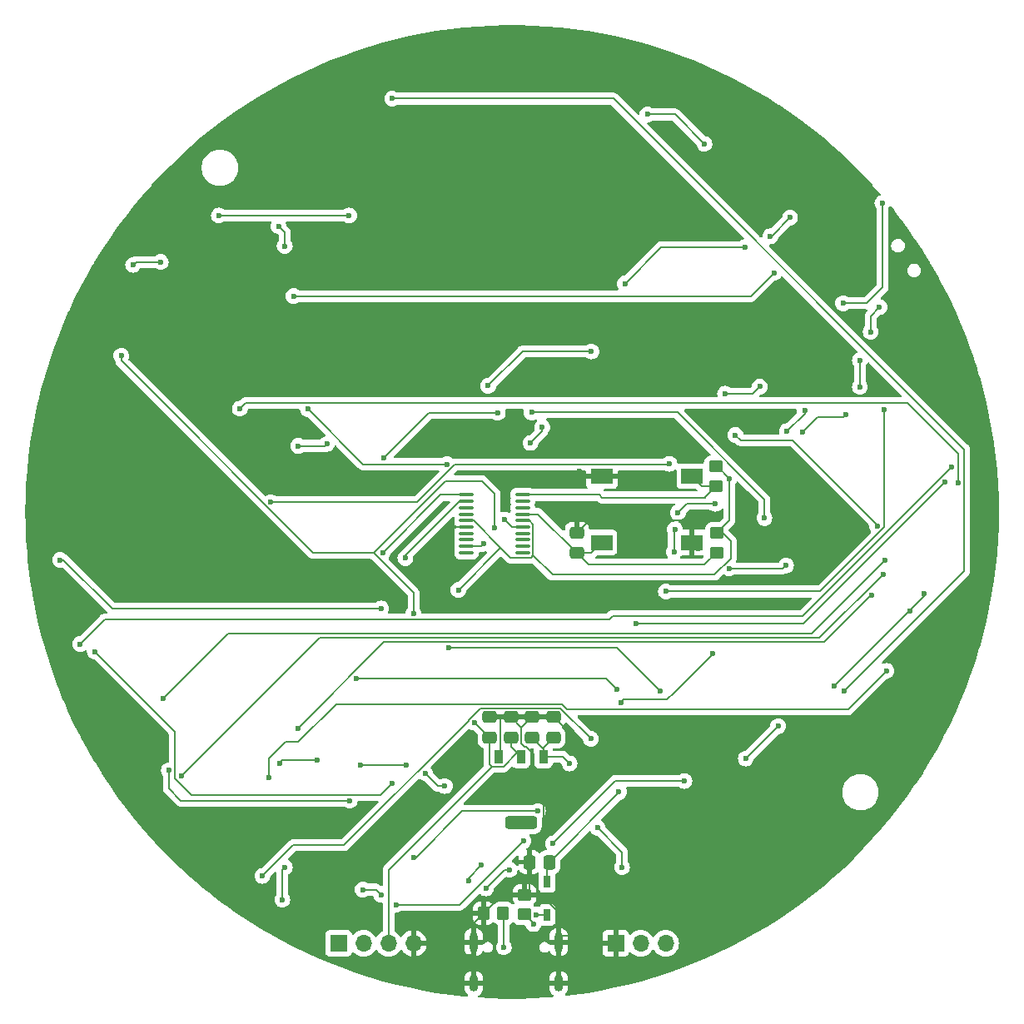
<source format=gbr>
%TF.GenerationSoftware,KiCad,Pcbnew,8.0.2*%
%TF.CreationDate,2025-04-19T12:26:07+02:00*%
%TF.ProjectId,WRadioLogo,57526164-696f-44c6-9f67-6f2e6b696361,rev?*%
%TF.SameCoordinates,Original*%
%TF.FileFunction,Copper,L2,Bot*%
%TF.FilePolarity,Positive*%
%FSLAX46Y46*%
G04 Gerber Fmt 4.6, Leading zero omitted, Abs format (unit mm)*
G04 Created by KiCad (PCBNEW 8.0.2) date 2025-04-19 12:26:07*
%MOMM*%
%LPD*%
G01*
G04 APERTURE LIST*
G04 Aperture macros list*
%AMRoundRect*
0 Rectangle with rounded corners*
0 $1 Rounding radius*
0 $2 $3 $4 $5 $6 $7 $8 $9 X,Y pos of 4 corners*
0 Add a 4 corners polygon primitive as box body*
4,1,4,$2,$3,$4,$5,$6,$7,$8,$9,$2,$3,0*
0 Add four circle primitives for the rounded corners*
1,1,$1+$1,$2,$3*
1,1,$1+$1,$4,$5*
1,1,$1+$1,$6,$7*
1,1,$1+$1,$8,$9*
0 Add four rect primitives between the rounded corners*
20,1,$1+$1,$2,$3,$4,$5,0*
20,1,$1+$1,$4,$5,$6,$7,0*
20,1,$1+$1,$6,$7,$8,$9,0*
20,1,$1+$1,$8,$9,$2,$3,0*%
G04 Aperture macros list end*
%TA.AperFunction,ComponentPad*%
%ADD10O,0.900000X2.000000*%
%TD*%
%TA.AperFunction,ComponentPad*%
%ADD11O,0.900000X1.700000*%
%TD*%
%TA.AperFunction,ComponentPad*%
%ADD12R,1.700000X1.700000*%
%TD*%
%TA.AperFunction,ComponentPad*%
%ADD13O,1.700000X1.700000*%
%TD*%
%TA.AperFunction,SMDPad,CuDef*%
%ADD14RoundRect,0.250000X0.475000X-0.337500X0.475000X0.337500X-0.475000X0.337500X-0.475000X-0.337500X0*%
%TD*%
%TA.AperFunction,SMDPad,CuDef*%
%ADD15RoundRect,0.065100X-0.399900X0.589900X-0.399900X-0.589900X0.399900X-0.589900X0.399900X0.589900X0*%
%TD*%
%TA.AperFunction,SMDPad,CuDef*%
%ADD16RoundRect,0.314400X-1.305600X0.340600X-1.305600X-0.340600X1.305600X-0.340600X1.305600X0.340600X0*%
%TD*%
%TA.AperFunction,SMDPad,CuDef*%
%ADD17R,2.180000X1.600000*%
%TD*%
%TA.AperFunction,SMDPad,CuDef*%
%ADD18RoundRect,0.250000X0.337500X0.475000X-0.337500X0.475000X-0.337500X-0.475000X0.337500X-0.475000X0*%
%TD*%
%TA.AperFunction,SMDPad,CuDef*%
%ADD19RoundRect,0.250000X-0.450000X0.350000X-0.450000X-0.350000X0.450000X-0.350000X0.450000X0.350000X0*%
%TD*%
%TA.AperFunction,SMDPad,CuDef*%
%ADD20RoundRect,0.100000X0.637500X0.100000X-0.637500X0.100000X-0.637500X-0.100000X0.637500X-0.100000X0*%
%TD*%
%TA.AperFunction,SMDPad,CuDef*%
%ADD21R,0.730000X1.210000*%
%TD*%
%TA.AperFunction,SMDPad,CuDef*%
%ADD22RoundRect,0.250000X0.450000X-0.350000X0.450000X0.350000X-0.450000X0.350000X-0.450000X-0.350000X0*%
%TD*%
%TA.AperFunction,SMDPad,CuDef*%
%ADD23RoundRect,0.250000X0.350000X0.450000X-0.350000X0.450000X-0.350000X-0.450000X0.350000X-0.450000X0*%
%TD*%
%TA.AperFunction,ViaPad*%
%ADD24C,0.600000*%
%TD*%
%TA.AperFunction,Conductor*%
%ADD25C,0.200000*%
%TD*%
G04 APERTURE END LIST*
D10*
%TO.P,J1,S1,SHIELD*%
%TO.N,GND*%
X131720000Y-143796500D03*
%TO.P,J1,S2,SHIELD*%
X140370000Y-143796500D03*
D11*
%TO.P,J1,S3,SHIELD*%
X131720000Y-147966500D03*
%TO.P,J1,S4,SHIELD*%
X140370000Y-147966500D03*
%TD*%
D12*
%TO.P,J2,1,Pin_1*%
%TO.N,SWCLK*%
X117993000Y-143891000D03*
D13*
%TO.P,J2,2,Pin_2*%
%TO.N,SWDIO*%
X120533000Y-143891000D03*
%TO.P,J2,3,Pin_3*%
%TO.N,+3.3V*%
X123073000Y-143891000D03*
%TO.P,J2,4,Pin_4*%
%TO.N,GND*%
X125613000Y-143891000D03*
%TD*%
D12*
%TO.P,J3,1,Pin_1*%
%TO.N,GND*%
X146177000Y-143891000D03*
D13*
%TO.P,J3,2,Pin_2*%
%TO.N,DIN*%
X148717000Y-143891000D03*
%TO.P,J3,3,Pin_3*%
%TO.N,+5V*%
X151257000Y-143891000D03*
%TD*%
D14*
%TO.P,C1,1*%
%TO.N,+5V*%
X137668000Y-122957500D03*
%TO.P,C1,2*%
%TO.N,GND*%
X137668000Y-120882500D03*
%TD*%
%TO.P,C4,1*%
%TO.N,+3.3V*%
X133350000Y-122957500D03*
%TO.P,C4,2*%
%TO.N,GND*%
X133350000Y-120882500D03*
%TD*%
%TO.P,C5,1*%
%TO.N,RESET*%
X142228500Y-104182500D03*
%TO.P,C5,2*%
%TO.N,GND*%
X142228500Y-102107500D03*
%TD*%
%TO.P,C2,1*%
%TO.N,+5V*%
X139827000Y-122957500D03*
%TO.P,C2,2*%
%TO.N,GND*%
X139827000Y-120882500D03*
%TD*%
D15*
%TO.P,U2,1,GND/ADJ*%
%TO.N,GND*%
X134235000Y-124925000D03*
%TO.P,U2,2,VOUT*%
%TO.N,+3.3V*%
X136525000Y-124925000D03*
%TO.P,U2,3,VIN*%
%TO.N,+5V*%
X138815000Y-124925000D03*
D16*
%TO.P,U2,4*%
%TO.N,N/C*%
X136525000Y-131615000D03*
%TD*%
D17*
%TO.P,SW1,1,1*%
%TO.N,GND*%
X153908500Y-103124000D03*
%TO.P,SW1,2,2*%
%TO.N,RESET*%
X144728500Y-103124000D03*
%TD*%
D18*
%TO.P,C7,1*%
%TO.N,5V_IN*%
X139467500Y-135636000D03*
%TO.P,C7,2*%
%TO.N,GND*%
X137392500Y-135636000D03*
%TD*%
D17*
%TO.P,SW2,1,1*%
%TO.N,GND*%
X144762000Y-96393000D03*
%TO.P,SW2,2,2*%
%TO.N,BOOT*%
X153942000Y-96393000D03*
%TD*%
D19*
%TO.P,R2,1*%
%TO.N,+3.3V*%
X156337000Y-95393000D03*
%TO.P,R2,2*%
%TO.N,BOOT*%
X156337000Y-97393000D03*
%TD*%
D20*
%TO.P,U1,1,BOOT0*%
%TO.N,BOOT*%
X136720500Y-98294000D03*
%TO.P,U1,2,PF0*%
%TO.N,unconnected-(U1-PF0-Pad2)*%
X136720500Y-98944000D03*
%TO.P,U1,3,PF1*%
%TO.N,unconnected-(U1-PF1-Pad3)*%
X136720500Y-99594000D03*
%TO.P,U1,4,NRST*%
%TO.N,RESET*%
X136720500Y-100244000D03*
%TO.P,U1,5,VDDA*%
%TO.N,+3.3V*%
X136720500Y-100894000D03*
%TO.P,U1,6,PA0*%
%TO.N,BTN_1*%
X136720500Y-101544000D03*
%TO.P,U1,7,PA1*%
%TO.N,unconnected-(U1-PA1-Pad7)*%
X136720500Y-102194000D03*
%TO.P,U1,8,PA2*%
%TO.N,unconnected-(U1-PA2-Pad8)*%
X136720500Y-102844000D03*
%TO.P,U1,9,PA3*%
%TO.N,unconnected-(U1-PA3-Pad9)*%
X136720500Y-103494000D03*
%TO.P,U1,10,PA4*%
%TO.N,unconnected-(U1-PA4-Pad10)*%
X136720500Y-104144000D03*
%TO.P,U1,11,PA5*%
%TO.N,unconnected-(U1-PA5-Pad11)*%
X130995500Y-104144000D03*
%TO.P,U1,12,PA6*%
%TO.N,DIN*%
X130995500Y-103494000D03*
%TO.P,U1,13,PA7*%
%TO.N,unconnected-(U1-PA7-Pad13)*%
X130995500Y-102844000D03*
%TO.P,U1,14,PB1*%
%TO.N,unconnected-(U1-PB1-Pad14)*%
X130995500Y-102194000D03*
%TO.P,U1,15,VSS*%
%TO.N,GND*%
X130995500Y-101544000D03*
%TO.P,U1,16,VDD*%
%TO.N,+3.3V*%
X130995500Y-100894000D03*
%TO.P,U1,17,PA9*%
%TO.N,unconnected-(U1-PA9-Pad17)*%
X130995500Y-100244000D03*
%TO.P,U1,18,PA10*%
%TO.N,unconnected-(U1-PA10-Pad18)*%
X130995500Y-99594000D03*
%TO.P,U1,19,PA13*%
%TO.N,SWDIO*%
X130995500Y-98944000D03*
%TO.P,U1,20,PA14*%
%TO.N,SWCLK*%
X130995500Y-98294000D03*
%TD*%
D14*
%TO.P,C3,1*%
%TO.N,+3.3V*%
X135509000Y-122957500D03*
%TO.P,C3,2*%
%TO.N,GND*%
X135509000Y-120882500D03*
%TD*%
D21*
%TO.P,D77,A*%
%TO.N,Net-(D77-PadA)*%
X139192000Y-140999000D03*
%TO.P,D77,C*%
%TO.N,5V_IN*%
X139192000Y-137639000D03*
%TD*%
D22*
%TO.P,R4,1*%
%TO.N,Net-(J1-CC2)*%
X136906000Y-140954000D03*
%TO.P,R4,2*%
%TO.N,GND*%
X136906000Y-138954000D03*
%TD*%
D19*
%TO.P,R1,1*%
%TO.N,+3.3V*%
X156452500Y-102145000D03*
%TO.P,R1,2*%
%TO.N,RESET*%
X156452500Y-104145000D03*
%TD*%
D23*
%TO.P,R3,1*%
%TO.N,Net-(J1-CC1)*%
X134731000Y-140843000D03*
%TO.P,R3,2*%
%TO.N,GND*%
X132731000Y-140843000D03*
%TD*%
D24*
%TO.N,+5V*%
X120200000Y-125800000D03*
X126800000Y-126600000D03*
X124900000Y-125800000D03*
X141476700Y-125600000D03*
X162700000Y-121800000D03*
X128800000Y-127900000D03*
X143700000Y-83700000D03*
X168400000Y-117700000D03*
X176100000Y-110100000D03*
X116800000Y-93100000D03*
X115800000Y-125300000D03*
X157300000Y-88000000D03*
X160819000Y-87286000D03*
X111898400Y-70976000D03*
X112511400Y-72984100D03*
X177500000Y-108300000D03*
X133200000Y-87200000D03*
X113900000Y-93300000D03*
X155200000Y-62600000D03*
X149400000Y-59600000D03*
X159400000Y-125100000D03*
X112000000Y-125600000D03*
%TO.N,+3.3V*%
X165400000Y-89700000D03*
X157753500Y-96607800D03*
X173300000Y-68597919D03*
X169300000Y-78800000D03*
X163600000Y-91800000D03*
X130180700Y-107949200D03*
X131798600Y-121457300D03*
%TO.N,GND*%
X142500000Y-124100000D03*
X154596000Y-103758000D03*
X129359900Y-101544000D03*
X140657000Y-93257300D03*
X142494000Y-95885000D03*
%TO.N,Net-(D26-DOUT)*%
X163497200Y-105456400D03*
X157734000Y-105776200D03*
%TO.N,Net-(D29-DOUT)*%
X169439300Y-118238300D03*
X123444000Y-57989800D03*
%TO.N,Net-(D37-DOUT)*%
X105820300Y-69869800D03*
X119073000Y-69869800D03*
%TO.N,Net-(D38-DOUT)*%
X99900000Y-74600000D03*
X97100000Y-74900000D03*
%TO.N,DIN*%
X132715000Y-103251000D03*
X133858000Y-101600000D03*
X125608900Y-110360400D03*
X95886000Y-84137400D03*
%TO.N,Net-(J1-CC1)*%
X134795000Y-144292200D03*
%TO.N,Net-(D44-DOUT)*%
X113411100Y-78067700D03*
X162306000Y-75692000D03*
%TO.N,Net-(D47-DOUT)*%
X122556000Y-94563700D03*
X134184500Y-89920600D03*
%TO.N,Net-(D49-DOUT)*%
X146279100Y-118082200D03*
X119759700Y-116954100D03*
%TO.N,Net-(D51-DOUT)*%
X151286200Y-108113100D03*
X173512000Y-89602900D03*
%TO.N,Net-(D53-DOUT)*%
X129232300Y-113832200D03*
X114874300Y-89560900D03*
X128995500Y-95165400D03*
X150678000Y-118233200D03*
%TO.N,Net-(D55-DOUT)*%
X100113950Y-119036950D03*
X173583400Y-104936400D03*
%TO.N,Net-(D57-DOUT)*%
X93193700Y-114217800D03*
X123409000Y-127604200D03*
%TO.N,Net-(D59-DOUT)*%
X91717600Y-113452600D03*
X180364475Y-95450425D03*
%TO.N,Net-(D61-DOUT)*%
X173718900Y-116184500D03*
X110870300Y-127002500D03*
%TO.N,Net-(D63-DOUT)*%
X111100900Y-99025600D03*
X151638000Y-95123000D03*
%TO.N,Net-(D65-DOUT)*%
X137630800Y-89903900D03*
X161297800Y-100642600D03*
%TO.N,Net-(D46-DOUT)*%
X89671300Y-104902000D03*
X122302300Y-109833100D03*
%TO.N,Net-(J1-CC2)*%
X137795000Y-141935800D03*
%TO.N,SWDIO*%
X124786400Y-104716500D03*
%TO.N,SWCLK*%
X122495400Y-104174800D03*
%TO.N,Net-(D50-DOUT)*%
X148222800Y-111413900D03*
X179690950Y-97013950D03*
%TO.N,Net-(D54-DOUT)*%
X107941600Y-89523100D03*
X180984600Y-97093800D03*
%TO.N,Net-(D58-DOUT)*%
X100727100Y-126309500D03*
X119126000Y-129387700D03*
%TO.N,Net-(D60-DOUT)*%
X113824600Y-122010300D03*
X172212000Y-108458000D03*
%TO.N,Net-(D62-DOUT)*%
X172767143Y-101466328D03*
X158349700Y-92202000D03*
%TO.N,Net-(D64-DOUT)*%
X102012800Y-126904800D03*
X173373815Y-106356585D03*
%TO.N,Net-(D68-DOUT)*%
X112522000Y-136144000D03*
X112268000Y-139446000D03*
%TO.N,Net-(D71-DOUT)*%
X138266000Y-130441200D03*
X144328088Y-132138420D03*
X146812000Y-136144000D03*
X125603000Y-135128000D03*
%TO.N,Net-(D74-DOUT)*%
X132524500Y-135953500D03*
X131216400Y-137549300D03*
%TO.N,Net-(D69-DOUT)*%
X110236000Y-137033000D03*
X143655700Y-123096600D03*
%TO.N,Net-(D77-PadA)*%
X138106000Y-140970000D03*
%TO.N,Net-(D72-DOUT)*%
X120450500Y-138429000D03*
X139787060Y-133730470D03*
X123825000Y-139954000D03*
X122301000Y-138938000D03*
X153162000Y-127381000D03*
X136779000Y-133477000D03*
%TO.N,Net-(D75-DOUT)*%
X132969000Y-138303000D03*
X135382000Y-136398000D03*
%TO.N,BTN_1*%
X159300000Y-73100000D03*
X134900000Y-100800000D03*
X147100000Y-76800000D03*
X138700000Y-91400000D03*
X161900000Y-72000000D03*
X137500000Y-93000000D03*
X163900000Y-70100000D03*
%TO.N,5V_IN*%
X152100000Y-104100000D03*
X146700000Y-119400000D03*
X165200000Y-91900000D03*
X146500000Y-128500000D03*
X152200000Y-101800000D03*
X156000000Y-114400000D03*
X152500000Y-100100000D03*
X172100000Y-81700000D03*
X173000000Y-79200000D03*
X171000000Y-87300000D03*
X169600000Y-90100000D03*
X156300000Y-99200000D03*
X171000000Y-84600000D03*
%TD*%
D25*
%TO.N,+5V*%
X112300000Y-125300000D02*
X112000000Y-125600000D01*
X133200000Y-87200000D02*
X136700000Y-83700000D01*
X126800000Y-126600000D02*
X128100000Y-127900000D01*
X138815000Y-124104500D02*
X138815000Y-124925000D01*
X112511400Y-71589000D02*
X111898400Y-70976000D01*
X149400000Y-59600000D02*
X152200000Y-59600000D01*
X138747500Y-124037000D02*
X138815000Y-124104500D01*
X116600000Y-93300000D02*
X116800000Y-93100000D01*
X151257000Y-143891000D02*
X150749000Y-143383000D01*
X138815000Y-124925000D02*
X140801700Y-124925000D01*
X159400000Y-125100000D02*
X162700000Y-121800000D01*
X128100000Y-127900000D02*
X128800000Y-127900000D01*
X157300000Y-88000000D02*
X160105000Y-88000000D01*
X136700000Y-83700000D02*
X143700000Y-83700000D01*
X176000000Y-110100000D02*
X176100000Y-110100000D01*
X177500000Y-108600000D02*
X177500000Y-108300000D01*
X176100000Y-110000000D02*
X177500000Y-108600000D01*
X137668000Y-122957500D02*
X138747500Y-124037000D01*
X140801700Y-124925000D02*
X141476700Y-125600000D01*
X115800000Y-125300000D02*
X112300000Y-125300000D01*
X112511400Y-72984100D02*
X112511400Y-71589000D01*
X139827000Y-122957500D02*
X138747500Y-124037000D01*
X176100000Y-110100000D02*
X176100000Y-110000000D01*
X120200000Y-125800000D02*
X124900000Y-125800000D01*
X152200000Y-59600000D02*
X155200000Y-62600000D01*
X160105000Y-88000000D02*
X160819000Y-87286000D01*
X113900000Y-93300000D02*
X116600000Y-93300000D01*
X168400000Y-117700000D02*
X176000000Y-110100000D01*
%TO.N,+3.3V*%
X157861000Y-102997000D02*
X157009000Y-102145000D01*
X135509000Y-123909000D02*
X136138500Y-124538500D01*
X135472600Y-104660700D02*
X134470900Y-103659000D01*
X137778700Y-101275100D02*
X137397600Y-100894000D01*
X157861000Y-104775000D02*
X157861000Y-102997000D01*
X133587000Y-125921200D02*
X133661600Y-125921200D01*
X131705900Y-100894000D02*
X130995500Y-100894000D01*
X135509000Y-122957500D02*
X135509000Y-123909000D01*
X156538700Y-95393000D02*
X157753500Y-96607800D01*
X134470900Y-103659000D02*
X130180700Y-107949200D01*
X136138500Y-124538500D02*
X136525000Y-124925000D01*
X123073000Y-143891000D02*
X123073000Y-136435200D01*
X123073000Y-136435200D02*
X133587000Y-125921200D01*
X165400000Y-90000000D02*
X163600000Y-91800000D01*
X165400000Y-89700000D02*
X165400000Y-90000000D01*
X134755800Y-125921200D02*
X133661600Y-125921200D01*
X134470900Y-103659000D02*
X131705900Y-100894000D01*
X137778700Y-104438900D02*
X137778700Y-101275100D01*
X156337000Y-95393000D02*
X156538700Y-95393000D01*
X133298800Y-122957500D02*
X133350000Y-122957500D01*
X171700000Y-78800000D02*
X169300000Y-78800000D01*
X173300000Y-77200000D02*
X173300000Y-68597919D01*
X133587000Y-125921200D02*
X133350000Y-125684200D01*
X136138500Y-124538500D02*
X134755800Y-125921200D01*
X137778700Y-104438900D02*
X139741000Y-106401200D01*
X157009000Y-102145000D02*
X156452500Y-102145000D01*
X139741000Y-106401200D02*
X156234800Y-106401200D01*
X137778700Y-104438900D02*
X137556900Y-104660700D01*
X173300000Y-77200000D02*
X171700000Y-78800000D01*
X157753500Y-100844000D02*
X156452500Y-102145000D01*
X137556900Y-104660700D02*
X135472600Y-104660700D01*
X133350000Y-125684200D02*
X133350000Y-122957500D01*
X131798600Y-121457300D02*
X133298800Y-122957500D01*
X137397600Y-100894000D02*
X136720500Y-100894000D01*
X156234800Y-106401200D02*
X157861000Y-104775000D01*
X157753500Y-96607800D02*
X157753500Y-100844000D01*
%TO.N,GND*%
X138866000Y-127497300D02*
X138866000Y-132660000D01*
X134620000Y-138954000D02*
X136906000Y-138954000D01*
X137392500Y-138954000D02*
X137392500Y-135636000D01*
X153299300Y-100874000D02*
X153670000Y-100874000D01*
X144762000Y-96393000D02*
X143002000Y-96393000D01*
X144279900Y-143145600D02*
X145025300Y-143891000D01*
X142500000Y-124100000D02*
X142500000Y-123555500D01*
X140370000Y-143145600D02*
X140370000Y-142494800D01*
X127971900Y-145098200D02*
X126764700Y-143891000D01*
X143002000Y-96393000D02*
X142494000Y-95885000D01*
X138591100Y-138954000D02*
X140370000Y-140732900D01*
X136588500Y-121962000D02*
X136588500Y-123581500D01*
X140370000Y-143796500D02*
X140370000Y-143145600D01*
X125613000Y-143891000D02*
X126764700Y-143891000D01*
X131720000Y-145098200D02*
X127971900Y-145098200D01*
X152516800Y-100874000D02*
X144768500Y-100874000D01*
X153962000Y-103124000D02*
X154596000Y-103758000D01*
X140370000Y-143145600D02*
X144279900Y-143145600D01*
X132731000Y-140843000D02*
X134620000Y-138954000D01*
X131720000Y-143796500D02*
X131720000Y-145098200D01*
X136588500Y-123581500D02*
X136923300Y-123916300D01*
X137035000Y-123916300D02*
X137811600Y-124692900D01*
X137811600Y-124692900D02*
X137811600Y-125647700D01*
X134429500Y-120882500D02*
X134429500Y-124730500D01*
X139827000Y-120882500D02*
X137668000Y-120882500D01*
X142500000Y-123555500D02*
X139827000Y-120882500D01*
X140370000Y-140732900D02*
X140370000Y-142494800D01*
X143416800Y-100874000D02*
X143416800Y-100919200D01*
X134429500Y-120882500D02*
X133350000Y-120882500D01*
X153299300Y-100874000D02*
X152516800Y-100874000D01*
X143416800Y-100919200D02*
X142228500Y-102107500D01*
X134429500Y-124730500D02*
X134235000Y-124925000D01*
X153908500Y-103124000D02*
X153908500Y-101112500D01*
X137392500Y-138954000D02*
X136906000Y-138954000D01*
X137414000Y-134112000D02*
X137414000Y-135614500D01*
X137414000Y-126045300D02*
X138866000Y-127497300D01*
X146177000Y-143891000D02*
X145025300Y-143891000D01*
X136923300Y-123916300D02*
X137035000Y-123916300D01*
X135509000Y-120882500D02*
X134429500Y-120882500D01*
X136588500Y-121962000D02*
X137668000Y-120882500D01*
X131720000Y-147966500D02*
X131720000Y-146814800D01*
X140793600Y-93257300D02*
X140657000Y-93257300D01*
X131720000Y-145098200D02*
X131720000Y-146814800D01*
X130995500Y-101544000D02*
X129359900Y-101544000D01*
X131720000Y-141854000D02*
X132731000Y-140843000D01*
X153908500Y-101112500D02*
X153670000Y-100874000D01*
X144768500Y-100874000D02*
X143416800Y-100874000D01*
X137414000Y-135614500D02*
X137392500Y-135636000D01*
X138866000Y-132660000D02*
X137414000Y-134112000D01*
X137811600Y-125647700D02*
X137414000Y-126045300D01*
X153908500Y-103124000D02*
X153962000Y-103124000D01*
X131720000Y-143796500D02*
X131720000Y-141854000D01*
X137392500Y-138954000D02*
X138591100Y-138954000D01*
X136588500Y-121962000D02*
X135509000Y-120882500D01*
%TO.N,Net-(D26-DOUT)*%
X163177400Y-105776200D02*
X163497200Y-105456400D01*
X157734000Y-105776200D02*
X163177400Y-105776200D01*
%TO.N,Net-(D29-DOUT)*%
X145938700Y-57989800D02*
X181595300Y-93646400D01*
X181595300Y-106082300D02*
X169439300Y-118238300D01*
X181595300Y-93646400D02*
X181595300Y-106082300D01*
X123444000Y-57989800D02*
X145938700Y-57989800D01*
%TO.N,Net-(D37-DOUT)*%
X105820300Y-69869800D02*
X119073000Y-69869800D01*
%TO.N,Net-(D38-DOUT)*%
X99900000Y-74600000D02*
X97400000Y-74600000D01*
X97400000Y-74600000D02*
X97100000Y-74900000D01*
%TO.N,RESET*%
X143416800Y-105370800D02*
X142228500Y-104182500D01*
X153868500Y-105374000D02*
X155220200Y-105374000D01*
X153868500Y-105374000D02*
X144768500Y-105374000D01*
X136720500Y-100244000D02*
X138290000Y-100244000D01*
X138290000Y-100244000D02*
X142228500Y-104182500D01*
X156452500Y-104145000D02*
X156449200Y-104145000D01*
X143670000Y-104182500D02*
X142228500Y-104182500D01*
X144728500Y-103124000D02*
X143670000Y-104182500D01*
X156449200Y-104145000D02*
X155220200Y-105374000D01*
X143416800Y-105374000D02*
X143416800Y-105370800D01*
X144768500Y-105374000D02*
X143416800Y-105374000D01*
%TO.N,BOOT*%
X153942000Y-96393000D02*
X154942000Y-97393000D01*
X153880000Y-98552000D02*
X155231700Y-98552000D01*
X136720500Y-98294000D02*
X144522000Y-98294000D01*
X144522000Y-98294000D02*
X144780000Y-98552000D01*
X154942000Y-97393000D02*
X156337000Y-97393000D01*
X144780000Y-98552000D02*
X153880000Y-98552000D01*
X155231700Y-98498300D02*
X156337000Y-97393000D01*
X155231700Y-98552000D02*
X155231700Y-98498300D01*
%TO.N,DIN*%
X128866100Y-96901000D02*
X121569900Y-104197200D01*
X121569900Y-104197200D02*
X125608900Y-108236200D01*
X133858000Y-98171000D02*
X132588000Y-96901000D01*
X132472000Y-103494000D02*
X132715000Y-103251000D01*
X125608900Y-108236200D02*
X125608900Y-110360400D01*
X133858000Y-101600000D02*
X133858000Y-98171000D01*
X130995500Y-103494000D02*
X132472000Y-103494000D01*
X115421700Y-104197200D02*
X121569900Y-104197200D01*
X95886000Y-84137400D02*
X95886000Y-84661500D01*
X95886000Y-84661500D02*
X115421700Y-104197200D01*
X132588000Y-96901000D02*
X128866100Y-96901000D01*
%TO.N,Net-(J1-CC1)*%
X134731000Y-140843000D02*
X134795000Y-140907000D01*
X134795000Y-140907000D02*
X134795000Y-144292200D01*
%TO.N,Net-(D44-DOUT)*%
X159930300Y-78067700D02*
X113411100Y-78067700D01*
X162306000Y-75692000D02*
X159930300Y-78067700D01*
%TO.N,Net-(D47-DOUT)*%
X127199000Y-89920700D02*
X134184500Y-89920700D01*
X134184500Y-89920700D02*
X134184500Y-89920600D01*
X122556000Y-94563700D02*
X127199000Y-89920700D01*
%TO.N,Net-(D49-DOUT)*%
X145151000Y-116954100D02*
X119759700Y-116954100D01*
X146279100Y-118082200D02*
X145151000Y-116954100D01*
%TO.N,Net-(D51-DOUT)*%
X166968900Y-108113100D02*
X151286200Y-108113100D01*
X173512000Y-89602900D02*
X173512000Y-101570000D01*
X173512000Y-101570000D02*
X166968900Y-108113100D01*
%TO.N,Net-(D53-DOUT)*%
X129232300Y-113832200D02*
X146277000Y-113832200D01*
X146277000Y-113832200D02*
X150678000Y-118233200D01*
X120478800Y-95165400D02*
X128995500Y-95165400D01*
X114874300Y-89560900D02*
X120478800Y-95165400D01*
%TO.N,Net-(D55-DOUT)*%
X100113950Y-119036950D02*
X106736800Y-112414100D01*
X166105700Y-112414100D02*
X173583400Y-104936400D01*
X106736800Y-112414100D02*
X166105700Y-112414100D01*
%TO.N,Net-(D57-DOUT)*%
X123409000Y-127604200D02*
X122235200Y-128778000D01*
X101376800Y-127157800D02*
X101376800Y-122400900D01*
X101376800Y-122400900D02*
X93193700Y-114217800D01*
X122235200Y-128778000D02*
X102997000Y-128778000D01*
X102997000Y-128778000D02*
X101376800Y-127157800D01*
%TO.N,Net-(D59-DOUT)*%
X165205500Y-110609400D02*
X145846400Y-110609400D01*
X94208100Y-110962100D02*
X91717600Y-113452600D01*
X145846400Y-110609400D02*
X145493700Y-110962100D01*
X145493700Y-110962100D02*
X94208100Y-110962100D01*
X180364475Y-95450425D02*
X165205500Y-110609400D01*
%TO.N,Net-(D61-DOUT)*%
X141224786Y-120100000D02*
X169803400Y-120100000D01*
X117730600Y-119569400D02*
X140694186Y-119569400D01*
X140694186Y-119569400D02*
X141224786Y-120100000D01*
X169803400Y-120100000D02*
X173718900Y-116184500D01*
X110870300Y-127002500D02*
X110870300Y-125129700D01*
X112600000Y-123400000D02*
X113900000Y-123400000D01*
X113900000Y-123400000D02*
X117730600Y-119569400D01*
X110870300Y-125129700D02*
X112600000Y-123400000D01*
%TO.N,Net-(D63-DOUT)*%
X129812232Y-95197197D02*
X125983829Y-99025600D01*
X125983829Y-99025600D02*
X111100900Y-99025600D01*
X151638000Y-95123000D02*
X151563803Y-95197197D01*
X151563803Y-95197197D02*
X129812232Y-95197197D01*
%TO.N,Net-(D65-DOUT)*%
X161297800Y-98748800D02*
X161297800Y-100642600D01*
X152452900Y-89903900D02*
X161297800Y-98748800D01*
X137630800Y-89903900D02*
X152452900Y-89903900D01*
%TO.N,Net-(D46-DOUT)*%
X94959000Y-109833100D02*
X122302300Y-109833100D01*
X90027900Y-104902000D02*
X94959000Y-109833100D01*
X89671300Y-104902000D02*
X90027900Y-104902000D01*
%TO.N,Net-(J1-CC2)*%
X136906000Y-140954000D02*
X137794900Y-141842900D01*
X137794900Y-141935800D02*
X137795000Y-141935800D01*
X137794900Y-141842900D02*
X137794900Y-141935800D01*
%TO.N,SWDIO*%
X130995500Y-98944000D02*
X130298100Y-98944000D01*
X124786400Y-104455700D02*
X124786400Y-104716500D01*
X130298100Y-98944000D02*
X124786400Y-104455700D01*
%TO.N,SWCLK*%
X128376200Y-98294000D02*
X122495400Y-104174800D01*
X130995500Y-98294000D02*
X128376200Y-98294000D01*
%TO.N,Net-(D50-DOUT)*%
X179690950Y-97013950D02*
X165291000Y-111413900D01*
X165291000Y-111413900D02*
X148222800Y-111413900D01*
%TO.N,Net-(D54-DOUT)*%
X175825600Y-88957600D02*
X180984600Y-94116600D01*
X180984600Y-94116600D02*
X180984600Y-97093800D01*
X107941600Y-89523100D02*
X108507100Y-88957600D01*
X108507100Y-88957600D02*
X175825600Y-88957600D01*
%TO.N,Net-(D58-DOUT)*%
X100727100Y-128159100D02*
X100727100Y-126309500D01*
X119126000Y-129387700D02*
X101955700Y-129387700D01*
X101955700Y-129387700D02*
X100727100Y-128159100D01*
%TO.N,Net-(D60-DOUT)*%
X172119700Y-108458000D02*
X167347200Y-113230500D01*
X122604400Y-113230500D02*
X113824600Y-122010300D01*
X172212000Y-108458000D02*
X172119700Y-108458000D01*
X167347200Y-113230500D02*
X122604400Y-113230500D01*
%TO.N,Net-(D62-DOUT)*%
X158349700Y-92202000D02*
X158885500Y-92737800D01*
X172767143Y-101344543D02*
X172767143Y-101466328D01*
X164160400Y-92737800D02*
X172767143Y-101344543D01*
X158885500Y-92737800D02*
X164160400Y-92737800D01*
%TO.N,Net-(D64-DOUT)*%
X173373815Y-106356585D02*
X173368715Y-106356585D01*
X116088800Y-112828800D02*
X102012800Y-126904800D01*
X173368715Y-106356585D02*
X166896500Y-112828800D01*
X166896500Y-112828800D02*
X116088800Y-112828800D01*
%TO.N,Net-(D68-DOUT)*%
X112268000Y-139446000D02*
X112268000Y-136398000D01*
X112268000Y-136398000D02*
X112522000Y-136144000D01*
%TO.N,Net-(D71-DOUT)*%
X130548900Y-130441200D02*
X138266000Y-130441200D01*
X125862100Y-135128000D02*
X130548900Y-130441200D01*
X146812000Y-134622332D02*
X144328088Y-132138420D01*
X146812000Y-136144000D02*
X146812000Y-134622332D01*
X125603000Y-135128000D02*
X125862100Y-135128000D01*
%TO.N,Net-(D74-DOUT)*%
X132524500Y-135953500D02*
X131216400Y-137261600D01*
X131216400Y-137261600D02*
X131216400Y-137549300D01*
%TO.N,Net-(D69-DOUT)*%
X143655700Y-123096600D02*
X140528500Y-119969400D01*
X132435700Y-119969400D02*
X131196900Y-121208200D01*
X113351200Y-133917800D02*
X110236000Y-137033000D01*
X140528500Y-119969400D02*
X132435700Y-119969400D01*
X131196900Y-121248600D02*
X118527700Y-133917800D01*
X118527700Y-133917800D02*
X116482000Y-133917800D01*
X131196900Y-121208200D02*
X131196900Y-121248600D01*
X116482000Y-133917800D02*
X113351200Y-133917800D01*
%TO.N,Net-(D77-PadA)*%
X138135000Y-140999000D02*
X139192000Y-140999000D01*
X138106000Y-140970000D02*
X138135000Y-140999000D01*
%TO.N,Net-(D72-DOUT)*%
X139787060Y-133730470D02*
X146136530Y-127381000D01*
X121792000Y-138429000D02*
X122301000Y-138938000D01*
X123825000Y-139954000D02*
X130302000Y-139954000D01*
X146136530Y-127381000D02*
X153162000Y-127381000D01*
X130302000Y-139954000D02*
X136779000Y-133477000D01*
X120450500Y-138429000D02*
X121792000Y-138429000D01*
%TO.N,Net-(D75-DOUT)*%
X132969000Y-138303000D02*
X134874000Y-136398000D01*
X134874000Y-136398000D02*
X135382000Y-136398000D01*
%TO.N,BTN_1*%
X138700000Y-91800000D02*
X138700000Y-91400000D01*
X134900000Y-100800000D02*
X135644000Y-101544000D01*
X150800000Y-73100000D02*
X147100000Y-76800000D01*
X159300000Y-73100000D02*
X150800000Y-73100000D01*
X162000000Y-72000000D02*
X161900000Y-72000000D01*
X163900000Y-70100000D02*
X162000000Y-72000000D01*
X135644000Y-101544000D02*
X136720500Y-101544000D01*
X137500000Y-93000000D02*
X138700000Y-91800000D01*
%TO.N,5V_IN*%
X166700000Y-90400000D02*
X168900000Y-90400000D01*
X152100000Y-118400000D02*
X156000000Y-114500000D01*
X139192000Y-137639000D02*
X139192000Y-135911500D01*
X152100000Y-104100000D02*
X152100000Y-101900000D01*
X152500000Y-100100000D02*
X153400000Y-99200000D01*
X172100000Y-81700000D02*
X172100000Y-80100000D01*
X150000000Y-119100000D02*
X151400000Y-119100000D01*
X169300000Y-90400000D02*
X169600000Y-90100000D01*
X171000000Y-87300000D02*
X171000000Y-84600000D01*
X172100000Y-80100000D02*
X173000000Y-79200000D01*
X139192000Y-135911500D02*
X139467500Y-135636000D01*
X151400000Y-119100000D02*
X152100000Y-118400000D01*
X139467500Y-135636000D02*
X146500000Y-128603500D01*
X156000000Y-114500000D02*
X156000000Y-114400000D01*
X153400000Y-99200000D02*
X156300000Y-99200000D01*
X152100000Y-101900000D02*
X152200000Y-101800000D01*
X147000000Y-119100000D02*
X150000000Y-119100000D01*
X168900000Y-90400000D02*
X169300000Y-90400000D01*
X165200000Y-91900000D02*
X166700000Y-90400000D01*
X146700000Y-119400000D02*
X147000000Y-119100000D01*
X139467500Y-137639000D02*
X139192000Y-137639000D01*
X146500000Y-128603500D02*
X146500000Y-128500000D01*
%TD*%
%TA.AperFunction,Conductor*%
%TO.N,GND*%
G36*
X140020039Y-120652185D02*
G01*
X140065794Y-120704989D01*
X140077000Y-120756500D01*
X140077000Y-121008500D01*
X140057315Y-121075539D01*
X140004511Y-121121294D01*
X139953000Y-121132500D01*
X133224000Y-121132500D01*
X133156961Y-121112815D01*
X133111206Y-121060011D01*
X133100000Y-121008500D01*
X133100000Y-120756500D01*
X133119685Y-120689461D01*
X133172489Y-120643706D01*
X133224000Y-120632500D01*
X139953000Y-120632500D01*
X140020039Y-120652185D01*
G37*
%TD.AperFunction*%
%TA.AperFunction,Conductor*%
G36*
X164538706Y-89577785D02*
G01*
X164584461Y-89630589D01*
X164594418Y-89693036D01*
X164594435Y-89693036D01*
X164594435Y-89693140D01*
X164594888Y-89695981D01*
X164594435Y-89700002D01*
X164594435Y-89700003D01*
X164613705Y-89871033D01*
X164601650Y-89939855D01*
X164578166Y-89972597D01*
X163581465Y-90969298D01*
X163520142Y-91002783D01*
X163507668Y-91004837D01*
X163420750Y-91014630D01*
X163250478Y-91074210D01*
X163097737Y-91170184D01*
X162970184Y-91297737D01*
X162874211Y-91450476D01*
X162814631Y-91620745D01*
X162814630Y-91620750D01*
X162794435Y-91799996D01*
X162794435Y-91800003D01*
X162814630Y-91979252D01*
X162816105Y-91985711D01*
X162811830Y-92055450D01*
X162770529Y-92111806D01*
X162705317Y-92136888D01*
X162695213Y-92137300D01*
X159258789Y-92137300D01*
X159191750Y-92117615D01*
X159145995Y-92064811D01*
X159135569Y-92027186D01*
X159135243Y-92024299D01*
X159135068Y-92022745D01*
X159075489Y-91852478D01*
X159073341Y-91849060D01*
X158979515Y-91699737D01*
X158851962Y-91572184D01*
X158699223Y-91476211D01*
X158528954Y-91416631D01*
X158528949Y-91416630D01*
X158349704Y-91396435D01*
X158349696Y-91396435D01*
X158170450Y-91416630D01*
X158170445Y-91416631D01*
X158000176Y-91476211D01*
X157847437Y-91572184D01*
X157719884Y-91699737D01*
X157623911Y-91852476D01*
X157564331Y-92022745D01*
X157564330Y-92022750D01*
X157544135Y-92201996D01*
X157544135Y-92202003D01*
X157564330Y-92381249D01*
X157564331Y-92381254D01*
X157623911Y-92551523D01*
X157638167Y-92574211D01*
X157719884Y-92704262D01*
X157847438Y-92831816D01*
X158000178Y-92927789D01*
X158170445Y-92987368D01*
X158257369Y-92997161D01*
X158321780Y-93024226D01*
X158331163Y-93032698D01*
X158516784Y-93218320D01*
X158516786Y-93218321D01*
X158516790Y-93218324D01*
X158619606Y-93277684D01*
X158653716Y-93297377D01*
X158806443Y-93338301D01*
X158806445Y-93338301D01*
X158972154Y-93338301D01*
X158972170Y-93338300D01*
X163860303Y-93338300D01*
X163927342Y-93357985D01*
X163947984Y-93374619D01*
X171927263Y-101353898D01*
X171960748Y-101415221D01*
X171962802Y-101455463D01*
X171961578Y-101466326D01*
X171961578Y-101466331D01*
X171981773Y-101645577D01*
X171981774Y-101645582D01*
X172041354Y-101815851D01*
X172133663Y-101962759D01*
X172152663Y-102029996D01*
X172132295Y-102096831D01*
X172116350Y-102116412D01*
X166756484Y-107476281D01*
X166695161Y-107509766D01*
X166668803Y-107512600D01*
X151868612Y-107512600D01*
X151801573Y-107492915D01*
X151791297Y-107485545D01*
X151788463Y-107483285D01*
X151788462Y-107483284D01*
X151730616Y-107446937D01*
X151635723Y-107387311D01*
X151465454Y-107327731D01*
X151465449Y-107327730D01*
X151286204Y-107307535D01*
X151286196Y-107307535D01*
X151106950Y-107327730D01*
X151106945Y-107327731D01*
X150936676Y-107387311D01*
X150783937Y-107483284D01*
X150656384Y-107610837D01*
X150560411Y-107763576D01*
X150500831Y-107933845D01*
X150500830Y-107933850D01*
X150480635Y-108113096D01*
X150480635Y-108113103D01*
X150500830Y-108292349D01*
X150500831Y-108292354D01*
X150560411Y-108462623D01*
X150633546Y-108579016D01*
X150656384Y-108615362D01*
X150783938Y-108742916D01*
X150936678Y-108838889D01*
X151106945Y-108898468D01*
X151106950Y-108898469D01*
X151286196Y-108918665D01*
X151286200Y-108918665D01*
X151286204Y-108918665D01*
X151465449Y-108898469D01*
X151465452Y-108898468D01*
X151465455Y-108898468D01*
X151635722Y-108838889D01*
X151788462Y-108742916D01*
X151788467Y-108742910D01*
X151791297Y-108740655D01*
X151793475Y-108739765D01*
X151794358Y-108739211D01*
X151794455Y-108739365D01*
X151855983Y-108714245D01*
X151868612Y-108713600D01*
X165952703Y-108713600D01*
X166019742Y-108733285D01*
X166065497Y-108786089D01*
X166075441Y-108855247D01*
X166046416Y-108918803D01*
X166040384Y-108925281D01*
X164993084Y-109972581D01*
X164931761Y-110006066D01*
X164905403Y-110008900D01*
X145767343Y-110008900D01*
X145614613Y-110049823D01*
X145588529Y-110064884D01*
X145588528Y-110064884D01*
X145477687Y-110128877D01*
X145477682Y-110128881D01*
X145281283Y-110325281D01*
X145219960Y-110358766D01*
X145193602Y-110361600D01*
X126525414Y-110361600D01*
X126458375Y-110341915D01*
X126412620Y-110289111D01*
X126402194Y-110251484D01*
X126394269Y-110181149D01*
X126394268Y-110181145D01*
X126334689Y-110010878D01*
X126331665Y-110006066D01*
X126288951Y-109938086D01*
X126238716Y-109858138D01*
X126238714Y-109858136D01*
X126238713Y-109858134D01*
X126236450Y-109855296D01*
X126235559Y-109853115D01*
X126235011Y-109852242D01*
X126235164Y-109852145D01*
X126210044Y-109790609D01*
X126209400Y-109777987D01*
X126209400Y-108325260D01*
X126209401Y-108325247D01*
X126209401Y-108157144D01*
X126201714Y-108128455D01*
X126168477Y-108004416D01*
X126140373Y-107955738D01*
X126089424Y-107867490D01*
X126089418Y-107867482D01*
X124598636Y-106376700D01*
X123099786Y-104877851D01*
X123066302Y-104816529D01*
X123071286Y-104746837D01*
X123099784Y-104702492D01*
X123125216Y-104677062D01*
X123221189Y-104524322D01*
X123280768Y-104354055D01*
X123290561Y-104267129D01*
X123317626Y-104202718D01*
X123326090Y-104193343D01*
X128588616Y-98930819D01*
X128649939Y-98897334D01*
X128676297Y-98894500D01*
X129199003Y-98894500D01*
X129266042Y-98914185D01*
X129311797Y-98966989D01*
X129321741Y-99036147D01*
X129292716Y-99099703D01*
X129286684Y-99106180D01*
X126848864Y-101544000D01*
X124417686Y-103975178D01*
X124417682Y-103975180D01*
X124417683Y-103975181D01*
X124353320Y-104039542D01*
X124331614Y-104056851D01*
X124284142Y-104086680D01*
X124284135Y-104086686D01*
X124156584Y-104214237D01*
X124060611Y-104366976D01*
X124001031Y-104537245D01*
X124001030Y-104537250D01*
X123980835Y-104716496D01*
X123980835Y-104716500D01*
X124001030Y-104895749D01*
X124001031Y-104895754D01*
X124060611Y-105066023D01*
X124109429Y-105143716D01*
X124156584Y-105218762D01*
X124284138Y-105346316D01*
X124374480Y-105403082D01*
X124431105Y-105438662D01*
X124436878Y-105442289D01*
X124607145Y-105501868D01*
X124607150Y-105501869D01*
X124786396Y-105522065D01*
X124786400Y-105522065D01*
X124786404Y-105522065D01*
X124965649Y-105501869D01*
X124965652Y-105501868D01*
X124965655Y-105501868D01*
X125135922Y-105442289D01*
X125288662Y-105346316D01*
X125416216Y-105218762D01*
X125512189Y-105066022D01*
X125571768Y-104895755D01*
X125576467Y-104854056D01*
X125591965Y-104716500D01*
X125591965Y-104716496D01*
X125576664Y-104580694D01*
X125588719Y-104511873D01*
X125612200Y-104479133D01*
X129563001Y-100528332D01*
X129624322Y-100494849D01*
X129694014Y-100499833D01*
X129749947Y-100541705D01*
X129774364Y-100607169D01*
X129773619Y-100632200D01*
X129757500Y-100754638D01*
X129757500Y-101033363D01*
X129772953Y-101150753D01*
X129772955Y-101150758D01*
X129772956Y-101150762D01*
X129780034Y-101167851D01*
X129781837Y-101172203D01*
X129789304Y-101241673D01*
X129781838Y-101267103D01*
X129773443Y-101287370D01*
X129765987Y-101344000D01*
X129808500Y-101344000D01*
X129875539Y-101363685D01*
X129906875Y-101392513D01*
X129921176Y-101411150D01*
X129929718Y-101422282D01*
X129960140Y-101445625D01*
X130001341Y-101502052D01*
X130005496Y-101571798D01*
X129971283Y-101632719D01*
X129960146Y-101642369D01*
X129929718Y-101665718D01*
X129929717Y-101665719D01*
X129929716Y-101665720D01*
X129906875Y-101695487D01*
X129850447Y-101736690D01*
X129808500Y-101744000D01*
X129765990Y-101744000D01*
X129765988Y-101744001D01*
X129773441Y-101800622D01*
X129773445Y-101800634D01*
X129781837Y-101820895D01*
X129789304Y-101890364D01*
X129781838Y-101915794D01*
X129772956Y-101937238D01*
X129772955Y-101937239D01*
X129757500Y-102054638D01*
X129757500Y-102333363D01*
X129772953Y-102450753D01*
X129772957Y-102450765D01*
X129781566Y-102471550D01*
X129789033Y-102541019D01*
X129781566Y-102566450D01*
X129772957Y-102587234D01*
X129772955Y-102587239D01*
X129757500Y-102704638D01*
X129757500Y-102983363D01*
X129772953Y-103100753D01*
X129772957Y-103100765D01*
X129781566Y-103121550D01*
X129789033Y-103191019D01*
X129781566Y-103216450D01*
X129772957Y-103237234D01*
X129772955Y-103237239D01*
X129757500Y-103354638D01*
X129757500Y-103633363D01*
X129772953Y-103750753D01*
X129772957Y-103750765D01*
X129781566Y-103771550D01*
X129789033Y-103841019D01*
X129781566Y-103866450D01*
X129772957Y-103887234D01*
X129772955Y-103887239D01*
X129757500Y-104004638D01*
X129757500Y-104283363D01*
X129772953Y-104400753D01*
X129772956Y-104400762D01*
X129831044Y-104541000D01*
X129833464Y-104546841D01*
X129929718Y-104672282D01*
X130055159Y-104768536D01*
X130201238Y-104829044D01*
X130318639Y-104844500D01*
X131672360Y-104844499D01*
X131672363Y-104844499D01*
X131789753Y-104829046D01*
X131789757Y-104829044D01*
X131789762Y-104829044D01*
X131935841Y-104768536D01*
X132061282Y-104672282D01*
X132157536Y-104546841D01*
X132218044Y-104400762D01*
X132233500Y-104283361D01*
X132233500Y-104218500D01*
X132253185Y-104151461D01*
X132305989Y-104105706D01*
X132357500Y-104094500D01*
X132385331Y-104094500D01*
X132385347Y-104094501D01*
X132392943Y-104094501D01*
X132551056Y-104094501D01*
X132551057Y-104094501D01*
X132676859Y-104060791D01*
X132708954Y-104056565D01*
X132715002Y-104056565D01*
X132894249Y-104036369D01*
X132894252Y-104036368D01*
X132894255Y-104036368D01*
X132894256Y-104036367D01*
X132894259Y-104036367D01*
X132919916Y-104027389D01*
X132989695Y-104023826D01*
X133050322Y-104058554D01*
X133082550Y-104120547D01*
X133076146Y-104190123D01*
X133048553Y-104232111D01*
X130162165Y-107118498D01*
X130100842Y-107151983D01*
X130088368Y-107154037D01*
X130001450Y-107163830D01*
X129831178Y-107223410D01*
X129678437Y-107319384D01*
X129550884Y-107446937D01*
X129454911Y-107599676D01*
X129395331Y-107769945D01*
X129395330Y-107769950D01*
X129375135Y-107949196D01*
X129375135Y-107949203D01*
X129395330Y-108128449D01*
X129395331Y-108128454D01*
X129454911Y-108298723D01*
X129512551Y-108390456D01*
X129550884Y-108451462D01*
X129678438Y-108579016D01*
X129831178Y-108674989D01*
X129941522Y-108713600D01*
X130001445Y-108734568D01*
X130001450Y-108734569D01*
X130180696Y-108754765D01*
X130180700Y-108754765D01*
X130180704Y-108754765D01*
X130359949Y-108734569D01*
X130359952Y-108734568D01*
X130359955Y-108734568D01*
X130530222Y-108674989D01*
X130682962Y-108579016D01*
X130810516Y-108451462D01*
X130906489Y-108298722D01*
X130966068Y-108128455D01*
X130975861Y-108041529D01*
X131002926Y-107977118D01*
X131011390Y-107967743D01*
X134383218Y-104595916D01*
X134444541Y-104562431D01*
X134514233Y-104567415D01*
X134558580Y-104595916D01*
X135103884Y-105141220D01*
X135103886Y-105141221D01*
X135103890Y-105141224D01*
X135214033Y-105204814D01*
X135240816Y-105220277D01*
X135393543Y-105261201D01*
X135393545Y-105261201D01*
X135559254Y-105261201D01*
X135559270Y-105261200D01*
X137470231Y-105261200D01*
X137470247Y-105261201D01*
X137477843Y-105261201D01*
X137635956Y-105261201D01*
X137635957Y-105261201D01*
X137658139Y-105255257D01*
X137727988Y-105256918D01*
X137777915Y-105287350D01*
X139256139Y-106765574D01*
X139256149Y-106765585D01*
X139260479Y-106769915D01*
X139260480Y-106769916D01*
X139372284Y-106881720D01*
X139431940Y-106916162D01*
X139509215Y-106960777D01*
X139661942Y-107001700D01*
X139661943Y-107001700D01*
X156148131Y-107001700D01*
X156148147Y-107001701D01*
X156155743Y-107001701D01*
X156313854Y-107001701D01*
X156313857Y-107001701D01*
X156466585Y-106960777D01*
X156543860Y-106916162D01*
X156603516Y-106881720D01*
X156715320Y-106769916D01*
X156715320Y-106769914D01*
X156725524Y-106759711D01*
X156725528Y-106759706D01*
X157068530Y-106416703D01*
X157129851Y-106383220D01*
X157199543Y-106388204D01*
X157225480Y-106402885D01*
X157225842Y-106402311D01*
X157231737Y-106406015D01*
X157231738Y-106406016D01*
X157384478Y-106501989D01*
X157481216Y-106535839D01*
X157554745Y-106561568D01*
X157554750Y-106561569D01*
X157733996Y-106581765D01*
X157734000Y-106581765D01*
X157734004Y-106581765D01*
X157913249Y-106561569D01*
X157913252Y-106561568D01*
X157913255Y-106561568D01*
X158083522Y-106501989D01*
X158236262Y-106406016D01*
X158236267Y-106406010D01*
X158239097Y-106403755D01*
X158241275Y-106402865D01*
X158242158Y-106402311D01*
X158242255Y-106402465D01*
X158303783Y-106377345D01*
X158316412Y-106376700D01*
X163090731Y-106376700D01*
X163090747Y-106376701D01*
X163098343Y-106376701D01*
X163256454Y-106376701D01*
X163256457Y-106376701D01*
X163409185Y-106335777D01*
X163459304Y-106306839D01*
X163524287Y-106269322D01*
X163572394Y-106253492D01*
X163676455Y-106241768D01*
X163846722Y-106182189D01*
X163999462Y-106086216D01*
X164127016Y-105958662D01*
X164222989Y-105805922D01*
X164282568Y-105635655D01*
X164282975Y-105632044D01*
X164302765Y-105456403D01*
X164302765Y-105456396D01*
X164282569Y-105277150D01*
X164282568Y-105277145D01*
X164257258Y-105204814D01*
X164222989Y-105106878D01*
X164206888Y-105081254D01*
X164177230Y-105034053D01*
X164127016Y-104954138D01*
X163999462Y-104826584D01*
X163953495Y-104797701D01*
X163846723Y-104730611D01*
X163676454Y-104671031D01*
X163676449Y-104671030D01*
X163497204Y-104650835D01*
X163497196Y-104650835D01*
X163317950Y-104671030D01*
X163317945Y-104671031D01*
X163147676Y-104730611D01*
X162994937Y-104826584D01*
X162867384Y-104954137D01*
X162767706Y-105112774D01*
X162766301Y-105111891D01*
X162725265Y-105157353D01*
X162660354Y-105175700D01*
X158536189Y-105175700D01*
X158469150Y-105156015D01*
X158423395Y-105103211D01*
X158413451Y-105034053D01*
X158418756Y-105014711D01*
X158418473Y-105014636D01*
X158425434Y-104988657D01*
X158461500Y-104854057D01*
X158461500Y-104695943D01*
X158461500Y-103086059D01*
X158461501Y-103086046D01*
X158461501Y-102917945D01*
X158461501Y-102917943D01*
X158420577Y-102765215D01*
X158377973Y-102691423D01*
X158341520Y-102628284D01*
X158229716Y-102516480D01*
X158229715Y-102516479D01*
X158225385Y-102512149D01*
X158225374Y-102512139D01*
X157689318Y-101976083D01*
X157655833Y-101914760D01*
X157652999Y-101888402D01*
X157652999Y-101845097D01*
X157672684Y-101778058D01*
X157689318Y-101757416D01*
X157882796Y-101563938D01*
X158112006Y-101334728D01*
X158112011Y-101334724D01*
X158122214Y-101324520D01*
X158122216Y-101324520D01*
X158234020Y-101212716D01*
X158312300Y-101077130D01*
X158313077Y-101075785D01*
X158354001Y-100923057D01*
X158354001Y-100764943D01*
X158354001Y-100757348D01*
X158354000Y-100757330D01*
X158354000Y-97190212D01*
X158373685Y-97123173D01*
X158381055Y-97112897D01*
X158383310Y-97110067D01*
X158383316Y-97110062D01*
X158465171Y-96979789D01*
X158517506Y-96933499D01*
X158586559Y-96922851D01*
X158650408Y-96951226D01*
X158657834Y-96958069D01*
X159614938Y-97915173D01*
X160660981Y-98961216D01*
X160694466Y-99022539D01*
X160697300Y-99048897D01*
X160697300Y-100060187D01*
X160677615Y-100127226D01*
X160670250Y-100137496D01*
X160667986Y-100140334D01*
X160572011Y-100293076D01*
X160512431Y-100463345D01*
X160512430Y-100463350D01*
X160492235Y-100642596D01*
X160492235Y-100642603D01*
X160512430Y-100821849D01*
X160512431Y-100821854D01*
X160572011Y-100992123D01*
X160667984Y-101144862D01*
X160795538Y-101272416D01*
X160834410Y-101296841D01*
X160940791Y-101363685D01*
X160948278Y-101368389D01*
X161078324Y-101413894D01*
X161118545Y-101427968D01*
X161118550Y-101427969D01*
X161297796Y-101448165D01*
X161297800Y-101448165D01*
X161297804Y-101448165D01*
X161477049Y-101427969D01*
X161477052Y-101427968D01*
X161477055Y-101427968D01*
X161647322Y-101368389D01*
X161800062Y-101272416D01*
X161927616Y-101144862D01*
X162023589Y-100992122D01*
X162083168Y-100821855D01*
X162083169Y-100821849D01*
X162103365Y-100642603D01*
X162103365Y-100642596D01*
X162083169Y-100463350D01*
X162083168Y-100463345D01*
X162023588Y-100293076D01*
X161990445Y-100240330D01*
X161927616Y-100140338D01*
X161927614Y-100140336D01*
X161927613Y-100140334D01*
X161925350Y-100137496D01*
X161924459Y-100135315D01*
X161923911Y-100134442D01*
X161924064Y-100134345D01*
X161898944Y-100072809D01*
X161898300Y-100060187D01*
X161898300Y-98837860D01*
X161898301Y-98837847D01*
X161898301Y-98669744D01*
X161897420Y-98666455D01*
X161857377Y-98517016D01*
X161843800Y-98493499D01*
X161778324Y-98380090D01*
X161778318Y-98380082D01*
X157483604Y-94085368D01*
X153168015Y-89769780D01*
X153134531Y-89708458D01*
X153139515Y-89638766D01*
X153181387Y-89582833D01*
X153246851Y-89558416D01*
X153255697Y-89558100D01*
X164471667Y-89558100D01*
X164538706Y-89577785D01*
G37*
%TD.AperFunction*%
%TA.AperFunction,Conductor*%
G36*
X144288940Y-98914185D02*
G01*
X144309582Y-98930818D01*
X144411284Y-99032520D01*
X144439651Y-99048897D01*
X144498095Y-99082639D01*
X144498097Y-99082641D01*
X144527649Y-99099703D01*
X144548215Y-99111577D01*
X144700943Y-99152500D01*
X152072915Y-99152500D01*
X152139954Y-99172185D01*
X152185709Y-99224989D01*
X152195653Y-99294147D01*
X152166628Y-99357703D01*
X152138887Y-99381494D01*
X151997737Y-99470184D01*
X151870184Y-99597737D01*
X151774211Y-99750476D01*
X151714631Y-99920745D01*
X151714630Y-99920750D01*
X151694435Y-100099996D01*
X151694435Y-100100003D01*
X151714630Y-100279249D01*
X151714631Y-100279254D01*
X151774211Y-100449523D01*
X151845293Y-100562648D01*
X151870184Y-100602262D01*
X151997738Y-100729816D01*
X152085539Y-100784985D01*
X152131830Y-100837320D01*
X152142478Y-100906373D01*
X152114103Y-100970222D01*
X152055713Y-101008594D01*
X152033456Y-101013199D01*
X152020746Y-101014631D01*
X152020745Y-101014631D01*
X151850476Y-101074211D01*
X151697737Y-101170184D01*
X151570184Y-101297737D01*
X151474211Y-101450476D01*
X151414631Y-101620745D01*
X151414630Y-101620750D01*
X151394435Y-101799996D01*
X151394435Y-101800003D01*
X151414630Y-101979249D01*
X151414631Y-101979254D01*
X151474212Y-102149525D01*
X151480492Y-102159519D01*
X151499500Y-102225493D01*
X151499500Y-103517587D01*
X151479815Y-103584626D01*
X151472450Y-103594896D01*
X151470186Y-103597734D01*
X151374211Y-103750476D01*
X151314631Y-103920745D01*
X151314630Y-103920750D01*
X151294435Y-104099996D01*
X151294435Y-104100003D01*
X151314630Y-104279249D01*
X151314631Y-104279254D01*
X151368828Y-104434138D01*
X151374211Y-104449522D01*
X151449924Y-104570019D01*
X151458413Y-104583528D01*
X151477413Y-104650764D01*
X151457045Y-104717600D01*
X151403778Y-104762814D01*
X151353419Y-104773500D01*
X144227598Y-104773500D01*
X144160559Y-104753815D01*
X144114804Y-104701011D01*
X144104860Y-104631853D01*
X144133885Y-104568297D01*
X144139917Y-104561819D01*
X144149260Y-104552476D01*
X144150520Y-104551216D01*
X144150520Y-104551215D01*
X144160721Y-104541014D01*
X144160724Y-104541009D01*
X144240918Y-104460815D01*
X144302240Y-104427333D01*
X144328597Y-104424499D01*
X145866371Y-104424499D01*
X145866372Y-104424499D01*
X145925983Y-104418091D01*
X146060831Y-104367796D01*
X146176046Y-104281546D01*
X146262296Y-104166331D01*
X146312591Y-104031483D01*
X146319000Y-103971873D01*
X146318999Y-102276128D01*
X146312591Y-102216517D01*
X146285837Y-102144787D01*
X146262297Y-102081671D01*
X146262293Y-102081664D01*
X146176047Y-101966455D01*
X146176044Y-101966452D01*
X146060835Y-101880206D01*
X146060828Y-101880202D01*
X145925982Y-101829908D01*
X145925983Y-101829908D01*
X145866383Y-101823501D01*
X145866381Y-101823500D01*
X145866373Y-101823500D01*
X145866364Y-101823500D01*
X143590629Y-101823500D01*
X143590608Y-101823502D01*
X143589381Y-101823634D01*
X143589098Y-101823582D01*
X143587304Y-101823679D01*
X143587281Y-101823255D01*
X143520622Y-101811224D01*
X143469488Y-101763610D01*
X143452776Y-101712945D01*
X143443006Y-101617303D01*
X143387858Y-101450880D01*
X143387856Y-101450875D01*
X143295815Y-101301654D01*
X143171845Y-101177684D01*
X143022624Y-101085643D01*
X143022619Y-101085641D01*
X142856197Y-101030494D01*
X142856190Y-101030493D01*
X142753486Y-101020000D01*
X142478500Y-101020000D01*
X142478500Y-102233500D01*
X142458815Y-102300539D01*
X142406011Y-102346294D01*
X142354500Y-102357500D01*
X142102500Y-102357500D01*
X142035461Y-102337815D01*
X141989706Y-102285011D01*
X141978500Y-102233500D01*
X141978500Y-101020000D01*
X141703529Y-101020000D01*
X141703512Y-101020001D01*
X141600802Y-101030494D01*
X141434380Y-101085641D01*
X141434375Y-101085643D01*
X141285154Y-101177684D01*
X141161184Y-101301654D01*
X141069143Y-101450875D01*
X141069141Y-101450880D01*
X141013994Y-101617302D01*
X141013993Y-101617309D01*
X141003500Y-101720013D01*
X141003500Y-101808903D01*
X140983815Y-101875942D01*
X140931011Y-101921697D01*
X140861853Y-101931641D01*
X140798297Y-101902616D01*
X140791819Y-101896584D01*
X138777590Y-99882355D01*
X138777588Y-99882352D01*
X138658717Y-99763481D01*
X138658716Y-99763480D01*
X138571904Y-99713360D01*
X138571904Y-99713359D01*
X138571900Y-99713358D01*
X138521785Y-99684423D01*
X138369057Y-99643499D01*
X138210943Y-99643499D01*
X138203347Y-99643499D01*
X138203331Y-99643500D01*
X138082499Y-99643500D01*
X138015460Y-99623815D01*
X137969705Y-99571011D01*
X137958499Y-99519500D01*
X137958499Y-99454638D01*
X137955277Y-99430170D01*
X137943044Y-99337238D01*
X137943042Y-99337234D01*
X137934435Y-99316455D01*
X137926965Y-99246986D01*
X137934435Y-99221545D01*
X137943044Y-99200762D01*
X137958500Y-99083361D01*
X137958500Y-99018500D01*
X137978185Y-98951461D01*
X138030989Y-98905706D01*
X138082500Y-98894500D01*
X144221901Y-98894500D01*
X144288940Y-98914185D01*
G37*
%TD.AperFunction*%
%TA.AperFunction,Conductor*%
G36*
X157119322Y-99691810D02*
G01*
X157150916Y-99754129D01*
X157153000Y-99776769D01*
X157153000Y-100543902D01*
X157133315Y-100610941D01*
X157116681Y-100631583D01*
X156740083Y-101008181D01*
X156678760Y-101041666D01*
X156652402Y-101044500D01*
X155952498Y-101044500D01*
X155952480Y-101044501D01*
X155849703Y-101055000D01*
X155849700Y-101055001D01*
X155683168Y-101110185D01*
X155683163Y-101110187D01*
X155533842Y-101202289D01*
X155409789Y-101326342D01*
X155317687Y-101475663D01*
X155317685Y-101475668D01*
X155303480Y-101518536D01*
X155269612Y-101620745D01*
X155262501Y-101642204D01*
X155262500Y-101642205D01*
X155254396Y-101721536D01*
X155228000Y-101786227D01*
X155170819Y-101826379D01*
X155113818Y-101829076D01*
X155113587Y-101831231D01*
X155046344Y-101824000D01*
X154158500Y-101824000D01*
X154158500Y-104424000D01*
X155021603Y-104424000D01*
X155088642Y-104443685D01*
X155134397Y-104496489D01*
X155144341Y-104565647D01*
X155115316Y-104629203D01*
X155109284Y-104635681D01*
X155007784Y-104737181D01*
X154946461Y-104770666D01*
X154920103Y-104773500D01*
X152846581Y-104773500D01*
X152779542Y-104753815D01*
X152733787Y-104701011D01*
X152723843Y-104631853D01*
X152741587Y-104583529D01*
X152768301Y-104541014D01*
X152805364Y-104482028D01*
X152857697Y-104435737D01*
X152910357Y-104424000D01*
X153658500Y-104424000D01*
X153658500Y-101824000D01*
X153119083Y-101824000D01*
X153052044Y-101804315D01*
X153006289Y-101751511D01*
X152995863Y-101713884D01*
X152985369Y-101620749D01*
X152985368Y-101620745D01*
X152958514Y-101544000D01*
X152925789Y-101450478D01*
X152908070Y-101422279D01*
X152871253Y-101363685D01*
X152829816Y-101297738D01*
X152702262Y-101170184D01*
X152702256Y-101170179D01*
X152614460Y-101115013D01*
X152568169Y-101062679D01*
X152557521Y-100993625D01*
X152585896Y-100929777D01*
X152644286Y-100891405D01*
X152666544Y-100886800D01*
X152679255Y-100885368D01*
X152849522Y-100825789D01*
X153002262Y-100729816D01*
X153129816Y-100602262D01*
X153225789Y-100449522D01*
X153285368Y-100279255D01*
X153295161Y-100192329D01*
X153322226Y-100127918D01*
X153330680Y-100118553D01*
X153612417Y-99836816D01*
X153673739Y-99803334D01*
X153700097Y-99800500D01*
X155717588Y-99800500D01*
X155784627Y-99820185D01*
X155794903Y-99827555D01*
X155797736Y-99829814D01*
X155797738Y-99829816D01*
X155904638Y-99896986D01*
X155942450Y-99920745D01*
X155950478Y-99925789D01*
X156066695Y-99966455D01*
X156120745Y-99985368D01*
X156120750Y-99985369D01*
X156299996Y-100005565D01*
X156300000Y-100005565D01*
X156300004Y-100005565D01*
X156479249Y-99985369D01*
X156479252Y-99985368D01*
X156479255Y-99985368D01*
X156649522Y-99925789D01*
X156802262Y-99829816D01*
X156929816Y-99702262D01*
X156929822Y-99702251D01*
X156932052Y-99699457D01*
X156933960Y-99698117D01*
X156934740Y-99697338D01*
X156934876Y-99697474D01*
X156989240Y-99659316D01*
X157059051Y-99656466D01*
X157119322Y-99691810D01*
G37*
%TD.AperFunction*%
%TA.AperFunction,Conductor*%
G36*
X152270821Y-95724752D02*
G01*
X152326759Y-95766617D01*
X152351183Y-95832079D01*
X152351500Y-95840939D01*
X152351500Y-97240870D01*
X152351501Y-97240876D01*
X152357908Y-97300483D01*
X152408202Y-97435328D01*
X152408206Y-97435335D01*
X152494452Y-97550544D01*
X152494455Y-97550547D01*
X152609664Y-97636793D01*
X152609671Y-97636797D01*
X152744517Y-97687091D01*
X152744516Y-97687091D01*
X152751444Y-97687835D01*
X152804127Y-97693500D01*
X154341901Y-97693499D01*
X154408940Y-97713184D01*
X154429582Y-97729818D01*
X154439583Y-97739819D01*
X154473068Y-97801142D01*
X154468084Y-97870834D01*
X154426212Y-97926767D01*
X154360748Y-97951184D01*
X154351902Y-97951500D01*
X145080098Y-97951500D01*
X145013059Y-97931815D01*
X144992417Y-97915181D01*
X144981917Y-97904681D01*
X144948432Y-97843358D01*
X144953416Y-97773666D01*
X144995288Y-97717733D01*
X145060752Y-97693316D01*
X145069598Y-97693000D01*
X145899828Y-97693000D01*
X145899844Y-97692999D01*
X145959372Y-97686598D01*
X145959379Y-97686596D01*
X146094086Y-97636354D01*
X146094093Y-97636350D01*
X146209187Y-97550190D01*
X146209190Y-97550187D01*
X146295350Y-97435093D01*
X146295354Y-97435086D01*
X146345596Y-97300379D01*
X146345598Y-97300372D01*
X146351999Y-97240844D01*
X146352000Y-97240827D01*
X146352000Y-96643000D01*
X143172000Y-96643000D01*
X143172000Y-97240844D01*
X143178401Y-97300372D01*
X143178403Y-97300379D01*
X143228645Y-97435086D01*
X143228646Y-97435088D01*
X143273638Y-97495189D01*
X143298055Y-97560653D01*
X143283204Y-97628926D01*
X143233799Y-97678332D01*
X143174371Y-97693500D01*
X137734257Y-97693500D01*
X137667218Y-97673815D01*
X137661900Y-97670075D01*
X137660836Y-97669461D01*
X137514765Y-97608957D01*
X137514760Y-97608955D01*
X137397370Y-97593501D01*
X137397367Y-97593500D01*
X137397361Y-97593500D01*
X137397354Y-97593500D01*
X136043636Y-97593500D01*
X135926246Y-97608953D01*
X135926237Y-97608956D01*
X135780160Y-97669463D01*
X135654718Y-97765718D01*
X135558463Y-97891160D01*
X135497956Y-98037237D01*
X135497955Y-98037239D01*
X135482500Y-98154638D01*
X135482500Y-98433363D01*
X135497953Y-98550753D01*
X135497957Y-98550765D01*
X135506566Y-98571550D01*
X135514033Y-98641019D01*
X135506566Y-98666450D01*
X135497957Y-98687234D01*
X135497955Y-98687239D01*
X135482500Y-98804638D01*
X135482500Y-99083363D01*
X135497953Y-99200753D01*
X135497957Y-99200765D01*
X135506566Y-99221550D01*
X135514033Y-99291019D01*
X135506566Y-99316450D01*
X135497957Y-99337234D01*
X135497955Y-99337239D01*
X135482500Y-99454638D01*
X135482500Y-99733363D01*
X135497953Y-99850753D01*
X135497957Y-99850765D01*
X135506566Y-99871550D01*
X135514033Y-99941019D01*
X135506566Y-99966450D01*
X135497957Y-99987234D01*
X135497956Y-99987238D01*
X135493631Y-100020087D01*
X135465363Y-100083984D01*
X135407038Y-100122454D01*
X135337173Y-100123284D01*
X135304720Y-100108894D01*
X135249523Y-100074211D01*
X135079254Y-100014631D01*
X135079249Y-100014630D01*
X134900004Y-99994435D01*
X134899996Y-99994435D01*
X134720750Y-100014630D01*
X134720742Y-100014632D01*
X134623454Y-100048675D01*
X134553676Y-100052236D01*
X134493048Y-100017507D01*
X134460821Y-99955514D01*
X134458500Y-99931633D01*
X134458500Y-98091944D01*
X134458499Y-98091938D01*
X134454064Y-98075389D01*
X134450567Y-98062334D01*
X134417577Y-97939215D01*
X134388639Y-97889095D01*
X134338520Y-97802284D01*
X134226716Y-97690480D01*
X134226715Y-97690479D01*
X134222385Y-97686149D01*
X134222374Y-97686139D01*
X133075590Y-96539355D01*
X133075588Y-96539352D01*
X132956717Y-96420481D01*
X132956709Y-96420475D01*
X132848820Y-96358186D01*
X132848819Y-96358185D01*
X132848819Y-96358186D01*
X132819785Y-96341423D01*
X132667057Y-96300499D01*
X132508943Y-96300499D01*
X132501347Y-96300499D01*
X132501331Y-96300500D01*
X129857526Y-96300500D01*
X129790487Y-96280815D01*
X129744732Y-96228011D01*
X129734788Y-96158853D01*
X129763813Y-96095297D01*
X129769845Y-96088819D01*
X130024648Y-95834016D01*
X130085971Y-95800531D01*
X130112329Y-95797697D01*
X143048000Y-95797697D01*
X143115039Y-95817382D01*
X143160794Y-95870186D01*
X143172000Y-95921697D01*
X143172000Y-96143000D01*
X146352000Y-96143000D01*
X146352000Y-95921697D01*
X146371685Y-95854658D01*
X146424489Y-95808903D01*
X146476000Y-95797697D01*
X151171442Y-95797697D01*
X151237415Y-95816704D01*
X151288475Y-95848788D01*
X151458745Y-95908368D01*
X151458750Y-95908369D01*
X151637996Y-95928565D01*
X151638000Y-95928565D01*
X151638004Y-95928565D01*
X151817249Y-95908369D01*
X151817252Y-95908368D01*
X151817255Y-95908368D01*
X151987522Y-95848789D01*
X152140262Y-95752816D01*
X152140266Y-95752811D01*
X152145705Y-95748475D01*
X152146578Y-95749570D01*
X152201128Y-95719776D01*
X152270821Y-95724752D01*
G37*
%TD.AperFunction*%
%TA.AperFunction,Conductor*%
G36*
X136795986Y-89577785D02*
G01*
X136841741Y-89630589D01*
X136851685Y-89699747D01*
X136845990Y-89723050D01*
X136845432Y-89724642D01*
X136845430Y-89724653D01*
X136825235Y-89903896D01*
X136825235Y-89903903D01*
X136845430Y-90083149D01*
X136845431Y-90083154D01*
X136905011Y-90253423D01*
X136991834Y-90391600D01*
X137000984Y-90406162D01*
X137128538Y-90533716D01*
X137218880Y-90590482D01*
X137281274Y-90629687D01*
X137281278Y-90629689D01*
X137329004Y-90646389D01*
X137451545Y-90689268D01*
X137451550Y-90689269D01*
X137630796Y-90709465D01*
X137630800Y-90709465D01*
X137630804Y-90709465D01*
X137810049Y-90689269D01*
X137810052Y-90689268D01*
X137810055Y-90689268D01*
X137980322Y-90629689D01*
X138011485Y-90610108D01*
X138078721Y-90591106D01*
X138145557Y-90611472D01*
X138190772Y-90664739D01*
X138200011Y-90733996D01*
X138170340Y-90797253D01*
X138165141Y-90802781D01*
X138070183Y-90897739D01*
X137974211Y-91050476D01*
X137914631Y-91220745D01*
X137914630Y-91220750D01*
X137894435Y-91399996D01*
X137894435Y-91400003D01*
X137914631Y-91579252D01*
X137914631Y-91579254D01*
X137914632Y-91579255D01*
X137929563Y-91621926D01*
X137933124Y-91691705D01*
X137900202Y-91750561D01*
X137481465Y-92169298D01*
X137420142Y-92202783D01*
X137407668Y-92204837D01*
X137320750Y-92214630D01*
X137150478Y-92274210D01*
X136997737Y-92370184D01*
X136870184Y-92497737D01*
X136774211Y-92650476D01*
X136714631Y-92820745D01*
X136714630Y-92820750D01*
X136694435Y-92999996D01*
X136694435Y-93000003D01*
X136714630Y-93179249D01*
X136714631Y-93179254D01*
X136774211Y-93349523D01*
X136837045Y-93449522D01*
X136870184Y-93502262D01*
X136997738Y-93629816D01*
X137150478Y-93725789D01*
X137266775Y-93766483D01*
X137320745Y-93785368D01*
X137320750Y-93785369D01*
X137499996Y-93805565D01*
X137500000Y-93805565D01*
X137500004Y-93805565D01*
X137679249Y-93785369D01*
X137679252Y-93785368D01*
X137679255Y-93785368D01*
X137849522Y-93725789D01*
X138002262Y-93629816D01*
X138129816Y-93502262D01*
X138225789Y-93349522D01*
X138285368Y-93179255D01*
X138295161Y-93092329D01*
X138322226Y-93027918D01*
X138330690Y-93018543D01*
X139058506Y-92290728D01*
X139058511Y-92290724D01*
X139068714Y-92280520D01*
X139068716Y-92280520D01*
X139180520Y-92168716D01*
X139245124Y-92056818D01*
X139259577Y-92031785D01*
X139272676Y-91982894D01*
X139304773Y-91927304D01*
X139329816Y-91902262D01*
X139425789Y-91749522D01*
X139485368Y-91579255D01*
X139503691Y-91416631D01*
X139505565Y-91400003D01*
X139505565Y-91399996D01*
X139485369Y-91220750D01*
X139485368Y-91220745D01*
X139443110Y-91099980D01*
X139425789Y-91050478D01*
X139417206Y-91036819D01*
X139350491Y-90930642D01*
X139329816Y-90897738D01*
X139202262Y-90770184D01*
X139143710Y-90733393D01*
X139097420Y-90681059D01*
X139086772Y-90612005D01*
X139115147Y-90548157D01*
X139173537Y-90509785D01*
X139209683Y-90504400D01*
X152152803Y-90504400D01*
X152219842Y-90524085D01*
X152240484Y-90540719D01*
X155794201Y-94094436D01*
X155827686Y-94155759D01*
X155822702Y-94225451D01*
X155780830Y-94281384D01*
X155740282Y-94299822D01*
X155740630Y-94300871D01*
X155567668Y-94358185D01*
X155567663Y-94358187D01*
X155418342Y-94450289D01*
X155294289Y-94574342D01*
X155202187Y-94723663D01*
X155202185Y-94723668D01*
X155147001Y-94890204D01*
X155147000Y-94890205D01*
X155137714Y-94981103D01*
X155111317Y-95045795D01*
X155054136Y-95085946D01*
X155014356Y-95092500D01*
X152804129Y-95092500D01*
X152804123Y-95092501D01*
X152744515Y-95098909D01*
X152601871Y-95152111D01*
X152532180Y-95157095D01*
X152470857Y-95123609D01*
X152437373Y-95062286D01*
X152435319Y-95049812D01*
X152423369Y-94943750D01*
X152423368Y-94943745D01*
X152363789Y-94773478D01*
X152267816Y-94620738D01*
X152140262Y-94493184D01*
X152079149Y-94454784D01*
X151987523Y-94397211D01*
X151817254Y-94337631D01*
X151817249Y-94337630D01*
X151638004Y-94317435D01*
X151637996Y-94317435D01*
X151458750Y-94337630D01*
X151458745Y-94337631D01*
X151288476Y-94397211D01*
X151135737Y-94493184D01*
X151068544Y-94560378D01*
X151007221Y-94593863D01*
X150980863Y-94596697D01*
X129733173Y-94596697D01*
X129699115Y-94605823D01*
X129699113Y-94605823D01*
X129685842Y-94609379D01*
X129664857Y-94615002D01*
X129595007Y-94613337D01*
X129545085Y-94582907D01*
X129497762Y-94535584D01*
X129345023Y-94439611D01*
X129174754Y-94380031D01*
X129174749Y-94380030D01*
X128995504Y-94359835D01*
X128995496Y-94359835D01*
X128816250Y-94380030D01*
X128816245Y-94380031D01*
X128645976Y-94439611D01*
X128493236Y-94535585D01*
X128490403Y-94537845D01*
X128488224Y-94538734D01*
X128487342Y-94539289D01*
X128487244Y-94539134D01*
X128425717Y-94564255D01*
X128413088Y-94564900D01*
X123703397Y-94564900D01*
X123636358Y-94545215D01*
X123590603Y-94492411D01*
X123580659Y-94423253D01*
X123609684Y-94359697D01*
X123615716Y-94353219D01*
X125439120Y-92529816D01*
X127411417Y-90557519D01*
X127472740Y-90524034D01*
X127499098Y-90521200D01*
X133602213Y-90521200D01*
X133669252Y-90540885D01*
X133679526Y-90548253D01*
X133682237Y-90550415D01*
X133682238Y-90550416D01*
X133746996Y-90591106D01*
X133808398Y-90629688D01*
X133834978Y-90646389D01*
X133957519Y-90689268D01*
X134005245Y-90705968D01*
X134005250Y-90705969D01*
X134184496Y-90726165D01*
X134184500Y-90726165D01*
X134184504Y-90726165D01*
X134363749Y-90705969D01*
X134363752Y-90705968D01*
X134363755Y-90705968D01*
X134534022Y-90646389D01*
X134686762Y-90550416D01*
X134814316Y-90422862D01*
X134910289Y-90270122D01*
X134969868Y-90099855D01*
X134971750Y-90083154D01*
X134990065Y-89920603D01*
X134990065Y-89920596D01*
X134969869Y-89741350D01*
X134969866Y-89741337D01*
X134963469Y-89723055D01*
X134959907Y-89653276D01*
X134994635Y-89592649D01*
X135056629Y-89560421D01*
X135080510Y-89558100D01*
X136728947Y-89558100D01*
X136795986Y-89577785D01*
G37*
%TD.AperFunction*%
%TA.AperFunction,Conductor*%
G36*
X136338226Y-50530506D02*
G01*
X137735094Y-50570052D01*
X137738544Y-50570198D01*
X139133767Y-50649260D01*
X139137207Y-50649503D01*
X140435262Y-50759984D01*
X140529616Y-50768015D01*
X140533111Y-50768362D01*
X141921626Y-50926231D01*
X141925021Y-50926666D01*
X143236668Y-51113531D01*
X143308493Y-51123764D01*
X143311963Y-51124308D01*
X144689323Y-51360480D01*
X144692677Y-51361105D01*
X146062816Y-51636162D01*
X146066181Y-51636887D01*
X147427992Y-51950610D01*
X147431353Y-51951434D01*
X148783730Y-52303565D01*
X148787022Y-52304472D01*
X149943811Y-52640905D01*
X150128913Y-52694740D01*
X150132268Y-52695768D01*
X151462479Y-53123821D01*
X151465805Y-53124943D01*
X152783424Y-53590487D01*
X152786670Y-53591686D01*
X154090594Y-54094334D01*
X154093819Y-54095630D01*
X155357324Y-54624236D01*
X155382962Y-54634962D01*
X155386180Y-54636362D01*
X156659526Y-55211951D01*
X156662700Y-55213439D01*
X157919292Y-55824853D01*
X157922412Y-55826426D01*
X159161181Y-56473147D01*
X159164268Y-56474815D01*
X160384245Y-57156335D01*
X160387252Y-57158071D01*
X161587466Y-57873849D01*
X161590384Y-57875645D01*
X162761227Y-58619615D01*
X162769883Y-58625115D01*
X162772812Y-58627035D01*
X163930615Y-59409574D01*
X163933433Y-59411537D01*
X165068616Y-60226518D01*
X165071434Y-60228602D01*
X165488369Y-60546191D01*
X166183093Y-61075377D01*
X166185843Y-61077535D01*
X167273094Y-61955427D01*
X167275759Y-61957641D01*
X168134738Y-62692331D01*
X168337712Y-62865936D01*
X168340339Y-62868247D01*
X168911402Y-63385368D01*
X169376205Y-63806267D01*
X169378772Y-63808659D01*
X170387656Y-64775596D01*
X170390113Y-64778018D01*
X171220362Y-65620100D01*
X171371227Y-65773115D01*
X171373645Y-65775637D01*
X171437533Y-65844214D01*
X172326216Y-66798112D01*
X172328571Y-66800713D01*
X173074334Y-67648065D01*
X173103849Y-67711395D01*
X173094440Y-67780628D01*
X173049094Y-67833784D01*
X173022206Y-67847030D01*
X172950480Y-67872128D01*
X172797737Y-67968103D01*
X172670184Y-68095656D01*
X172574211Y-68248395D01*
X172514631Y-68418664D01*
X172514630Y-68418669D01*
X172494435Y-68597915D01*
X172494435Y-68597922D01*
X172514630Y-68777168D01*
X172514631Y-68777173D01*
X172574211Y-68947442D01*
X172606829Y-68999352D01*
X172660288Y-69084432D01*
X172670185Y-69100182D01*
X172672445Y-69103016D01*
X172673334Y-69105194D01*
X172673889Y-69106077D01*
X172673734Y-69106174D01*
X172698855Y-69167702D01*
X172699500Y-69180331D01*
X172699500Y-76899902D01*
X172679815Y-76966941D01*
X172663181Y-76987583D01*
X171487584Y-78163181D01*
X171426261Y-78196666D01*
X171399903Y-78199500D01*
X169882412Y-78199500D01*
X169815373Y-78179815D01*
X169805097Y-78172445D01*
X169802263Y-78170185D01*
X169802262Y-78170184D01*
X169745496Y-78134515D01*
X169649523Y-78074211D01*
X169479254Y-78014631D01*
X169479249Y-78014630D01*
X169300004Y-77994435D01*
X169299996Y-77994435D01*
X169120750Y-78014630D01*
X169120745Y-78014631D01*
X168950476Y-78074211D01*
X168797737Y-78170184D01*
X168670184Y-78297737D01*
X168574211Y-78450476D01*
X168514631Y-78620745D01*
X168514630Y-78620750D01*
X168494435Y-78799996D01*
X168494435Y-78800003D01*
X168514630Y-78979249D01*
X168514631Y-78979254D01*
X168574211Y-79149523D01*
X168670184Y-79302262D01*
X168797738Y-79429816D01*
X168950478Y-79525789D01*
X169018306Y-79549523D01*
X169120745Y-79585368D01*
X169120750Y-79585369D01*
X169299996Y-79605565D01*
X169300000Y-79605565D01*
X169300004Y-79605565D01*
X169479249Y-79585369D01*
X169479252Y-79585368D01*
X169479255Y-79585368D01*
X169649522Y-79525789D01*
X169802262Y-79429816D01*
X169802267Y-79429810D01*
X169805097Y-79427555D01*
X169807275Y-79426665D01*
X169808158Y-79426111D01*
X169808255Y-79426265D01*
X169869783Y-79401145D01*
X169882412Y-79400500D01*
X171613331Y-79400500D01*
X171613347Y-79400501D01*
X171650901Y-79400501D01*
X171717940Y-79420186D01*
X171763695Y-79472990D01*
X171773639Y-79542148D01*
X171744614Y-79605704D01*
X171738582Y-79612182D01*
X171619481Y-79731282D01*
X171619475Y-79731290D01*
X171572477Y-79812695D01*
X171572477Y-79812696D01*
X171540423Y-79868215D01*
X171499499Y-80020943D01*
X171499499Y-80020945D01*
X171499499Y-80189046D01*
X171499500Y-80189059D01*
X171499500Y-81117587D01*
X171479815Y-81184626D01*
X171472450Y-81194896D01*
X171470186Y-81197734D01*
X171374211Y-81350476D01*
X171314631Y-81520745D01*
X171314630Y-81520750D01*
X171294435Y-81699996D01*
X171294435Y-81700003D01*
X171314630Y-81879249D01*
X171314631Y-81879254D01*
X171374211Y-82049523D01*
X171470184Y-82202262D01*
X171597738Y-82329816D01*
X171750478Y-82425789D01*
X171920745Y-82485368D01*
X171920750Y-82485369D01*
X172099996Y-82505565D01*
X172100000Y-82505565D01*
X172100004Y-82505565D01*
X172279249Y-82485369D01*
X172279252Y-82485368D01*
X172279255Y-82485368D01*
X172449522Y-82425789D01*
X172602262Y-82329816D01*
X172729816Y-82202262D01*
X172825789Y-82049522D01*
X172885368Y-81879255D01*
X172905565Y-81700000D01*
X172885368Y-81520745D01*
X172825789Y-81350478D01*
X172729816Y-81197738D01*
X172729814Y-81197736D01*
X172729813Y-81197734D01*
X172727550Y-81194896D01*
X172726659Y-81192715D01*
X172726111Y-81191842D01*
X172726264Y-81191745D01*
X172701144Y-81130209D01*
X172700500Y-81117587D01*
X172700500Y-80400096D01*
X172720185Y-80333057D01*
X172736815Y-80312419D01*
X173018535Y-80030698D01*
X173079856Y-79997215D01*
X173092311Y-79995163D01*
X173179255Y-79985368D01*
X173349522Y-79925789D01*
X173502262Y-79829816D01*
X173629816Y-79702262D01*
X173725789Y-79549522D01*
X173785368Y-79379255D01*
X173805565Y-79200000D01*
X173802040Y-79168716D01*
X173785369Y-79020750D01*
X173785368Y-79020745D01*
X173770848Y-78979249D01*
X173725789Y-78850478D01*
X173629816Y-78697738D01*
X173502262Y-78570184D01*
X173349522Y-78474211D01*
X173349519Y-78474209D01*
X173184290Y-78416392D01*
X173127514Y-78375670D01*
X173101767Y-78310718D01*
X173115223Y-78242156D01*
X173137560Y-78211674D01*
X173780520Y-77568716D01*
X173859577Y-77431784D01*
X173900501Y-77279057D01*
X173900501Y-77120942D01*
X173900501Y-77113347D01*
X173900500Y-77113329D01*
X173900500Y-75527000D01*
X175816457Y-75527000D01*
X175843376Y-75662327D01*
X175843379Y-75662337D01*
X175896179Y-75789809D01*
X175896186Y-75789822D01*
X175972843Y-75904546D01*
X175972846Y-75904550D01*
X176070412Y-76002116D01*
X176070416Y-76002119D01*
X176185140Y-76078776D01*
X176185153Y-76078783D01*
X176250852Y-76105996D01*
X176312630Y-76131585D01*
X176312634Y-76131585D01*
X176312635Y-76131586D01*
X176447962Y-76158505D01*
X176447965Y-76158505D01*
X176585953Y-76158505D01*
X176676999Y-76140394D01*
X176721286Y-76131585D01*
X176848769Y-76078780D01*
X176963500Y-76002119D01*
X177061072Y-75904547D01*
X177137733Y-75789816D01*
X177190538Y-75662333D01*
X177204021Y-75594552D01*
X177217458Y-75527000D01*
X177217458Y-75389009D01*
X177190539Y-75253682D01*
X177190538Y-75253681D01*
X177190538Y-75253677D01*
X177188817Y-75249522D01*
X177137736Y-75126200D01*
X177137729Y-75126187D01*
X177061072Y-75011463D01*
X177061069Y-75011459D01*
X176963503Y-74913893D01*
X176963499Y-74913890D01*
X176848775Y-74837233D01*
X176848762Y-74837226D01*
X176721290Y-74784426D01*
X176721280Y-74784423D01*
X176585953Y-74757505D01*
X176585951Y-74757505D01*
X176447965Y-74757505D01*
X176447963Y-74757505D01*
X176312635Y-74784423D01*
X176312625Y-74784426D01*
X176185153Y-74837226D01*
X176185140Y-74837233D01*
X176070416Y-74913890D01*
X176070412Y-74913893D01*
X175972846Y-75011459D01*
X175972843Y-75011463D01*
X175896186Y-75126187D01*
X175896179Y-75126200D01*
X175843379Y-75253672D01*
X175843376Y-75253682D01*
X175816458Y-75389009D01*
X175816458Y-75389012D01*
X175816458Y-75526998D01*
X175816458Y-75527000D01*
X175816457Y-75527000D01*
X173900500Y-75527000D01*
X173900500Y-73010990D01*
X174182541Y-73010990D01*
X174209460Y-73146317D01*
X174209463Y-73146327D01*
X174262263Y-73273799D01*
X174262270Y-73273812D01*
X174338927Y-73388536D01*
X174338930Y-73388540D01*
X174436496Y-73486106D01*
X174436500Y-73486109D01*
X174551224Y-73562766D01*
X174551237Y-73562773D01*
X174646573Y-73602262D01*
X174678714Y-73615575D01*
X174678718Y-73615575D01*
X174678719Y-73615576D01*
X174814046Y-73642495D01*
X174814049Y-73642495D01*
X174952037Y-73642495D01*
X175043083Y-73624384D01*
X175087370Y-73615575D01*
X175214853Y-73562770D01*
X175329584Y-73486109D01*
X175427156Y-73388537D01*
X175503817Y-73273806D01*
X175504856Y-73271299D01*
X175535423Y-73197501D01*
X175556622Y-73146323D01*
X175565836Y-73100000D01*
X175583542Y-73010990D01*
X175583542Y-72872999D01*
X175556623Y-72737672D01*
X175556622Y-72737671D01*
X175556622Y-72737667D01*
X175551702Y-72725788D01*
X175503820Y-72610190D01*
X175503813Y-72610177D01*
X175427156Y-72495453D01*
X175427153Y-72495449D01*
X175329587Y-72397883D01*
X175329583Y-72397880D01*
X175214859Y-72321223D01*
X175214846Y-72321216D01*
X175087374Y-72268416D01*
X175087364Y-72268413D01*
X174952037Y-72241495D01*
X174952035Y-72241495D01*
X174814049Y-72241495D01*
X174814047Y-72241495D01*
X174678719Y-72268413D01*
X174678709Y-72268416D01*
X174551237Y-72321216D01*
X174551224Y-72321223D01*
X174436500Y-72397880D01*
X174436496Y-72397883D01*
X174338930Y-72495449D01*
X174338927Y-72495453D01*
X174262270Y-72610177D01*
X174262263Y-72610190D01*
X174209463Y-72737662D01*
X174209460Y-72737672D01*
X174182542Y-72872999D01*
X174182542Y-72873002D01*
X174182542Y-73010988D01*
X174182542Y-73010990D01*
X174182541Y-73010990D01*
X173900500Y-73010990D01*
X173900500Y-69180331D01*
X173920185Y-69113292D01*
X173927555Y-69103016D01*
X173929815Y-69100182D01*
X173929816Y-69100181D01*
X173993172Y-68999349D01*
X174045504Y-68953060D01*
X174114557Y-68942411D01*
X174178406Y-68970786D01*
X174195733Y-68988797D01*
X174451293Y-69314630D01*
X174746137Y-69690550D01*
X175011853Y-70029331D01*
X175013973Y-70032114D01*
X175152432Y-70219322D01*
X175844958Y-71155678D01*
X175847004Y-71158529D01*
X176645817Y-72305099D01*
X176647782Y-72308007D01*
X176929411Y-72737672D01*
X177356029Y-73388540D01*
X177413813Y-73476697D01*
X177415687Y-73479645D01*
X177574035Y-73736819D01*
X178148389Y-74669630D01*
X178150186Y-74672644D01*
X178471869Y-75229814D01*
X178795186Y-75789816D01*
X178848879Y-75882814D01*
X178850581Y-75885860D01*
X179354421Y-76818533D01*
X179514776Y-77115372D01*
X179516400Y-77118483D01*
X180145519Y-78366266D01*
X180147054Y-78369421D01*
X180740603Y-79634493D01*
X180742049Y-79637691D01*
X181299581Y-80919100D01*
X181300935Y-80922338D01*
X181821949Y-82218931D01*
X181823212Y-82222205D01*
X182307355Y-83533105D01*
X182308524Y-83536414D01*
X182497962Y-84097738D01*
X182727962Y-84779255D01*
X182755366Y-84860454D01*
X182756436Y-84863782D01*
X182850149Y-85169783D01*
X183165634Y-86199952D01*
X183166614Y-86203322D01*
X183537833Y-87550528D01*
X183538717Y-87553924D01*
X183871658Y-88911079D01*
X183872446Y-88914499D01*
X184166851Y-90280541D01*
X184167542Y-90283982D01*
X184423173Y-91657816D01*
X184423766Y-91661274D01*
X184640417Y-93041793D01*
X184640912Y-93045268D01*
X184818409Y-94431372D01*
X184818805Y-94434859D01*
X184957001Y-95825387D01*
X184957299Y-95828883D01*
X185056096Y-97222832D01*
X185056294Y-97226336D01*
X185115600Y-98622443D01*
X185115700Y-98625951D01*
X185135475Y-100023245D01*
X185135475Y-100026755D01*
X185115700Y-101424048D01*
X185115600Y-101427556D01*
X185056294Y-102823663D01*
X185056096Y-102827167D01*
X184957299Y-104221116D01*
X184957001Y-104224612D01*
X184818805Y-105615140D01*
X184818409Y-105618627D01*
X184640912Y-107004731D01*
X184640417Y-107008206D01*
X184423766Y-108388725D01*
X184423173Y-108392183D01*
X184167542Y-109766017D01*
X184166851Y-109769458D01*
X183872446Y-111135500D01*
X183871658Y-111138920D01*
X183538717Y-112496075D01*
X183537833Y-112499471D01*
X183166614Y-113846677D01*
X183165634Y-113850047D01*
X182756441Y-115186204D01*
X182755366Y-115189545D01*
X182308524Y-116513585D01*
X182307355Y-116516894D01*
X181823212Y-117827794D01*
X181821949Y-117831068D01*
X181300935Y-119127661D01*
X181299581Y-119130899D01*
X180742049Y-120412308D01*
X180740603Y-120415506D01*
X180147054Y-121680578D01*
X180145519Y-121683733D01*
X179516400Y-122931516D01*
X179514776Y-122934627D01*
X178850591Y-124164121D01*
X178848879Y-124167185D01*
X178150186Y-125377355D01*
X178148389Y-125380369D01*
X177415696Y-126570340D01*
X177413813Y-126573302D01*
X176647782Y-127741992D01*
X176645817Y-127744900D01*
X175847004Y-128891470D01*
X175844958Y-128894321D01*
X175013980Y-130017877D01*
X175011853Y-130020668D01*
X174149466Y-131120192D01*
X174147261Y-131122923D01*
X173254082Y-132197626D01*
X173251801Y-132200293D01*
X172328571Y-133249286D01*
X172326216Y-133251887D01*
X171373656Y-134274350D01*
X171371227Y-134276884D01*
X170390134Y-135271960D01*
X170387635Y-135274424D01*
X169378772Y-136241340D01*
X169376205Y-136243732D01*
X168340347Y-137181745D01*
X168337712Y-137184063D01*
X167275776Y-138092343D01*
X167273077Y-138094586D01*
X166185854Y-138972456D01*
X166183093Y-138974622D01*
X165071438Y-139821394D01*
X165068616Y-139823481D01*
X163933464Y-140638440D01*
X163930585Y-140640446D01*
X162772818Y-141422960D01*
X162769883Y-141424884D01*
X161590419Y-142174332D01*
X161587430Y-142176172D01*
X160387268Y-142891918D01*
X160384229Y-142893673D01*
X159164268Y-143575184D01*
X159161181Y-143576852D01*
X157922412Y-144223573D01*
X157919278Y-144225153D01*
X156662703Y-144836558D01*
X156659526Y-144838048D01*
X155386180Y-145413637D01*
X155382962Y-145415037D01*
X154093835Y-145954362D01*
X154090578Y-145955671D01*
X152786693Y-146458304D01*
X152783401Y-146459520D01*
X151465804Y-146925056D01*
X151462479Y-146926178D01*
X150132268Y-147354231D01*
X150128913Y-147355259D01*
X148787067Y-147745514D01*
X148783683Y-147746446D01*
X147431376Y-148098559D01*
X147427968Y-148099395D01*
X146066214Y-148413105D01*
X146062783Y-148413844D01*
X144692725Y-148688885D01*
X144689275Y-148689527D01*
X143311960Y-148925691D01*
X143308493Y-148926235D01*
X141925064Y-149123327D01*
X141921583Y-149123773D01*
X141185067Y-149207512D01*
X141116233Y-149195527D01*
X141064806Y-149148230D01*
X141047113Y-149080637D01*
X141068773Y-149014210D01*
X141083379Y-148996623D01*
X141107914Y-148972088D01*
X141211875Y-148816500D01*
X141211880Y-148816491D01*
X141283491Y-148643605D01*
X141283493Y-148643597D01*
X141319999Y-148460071D01*
X141320000Y-148460069D01*
X141320000Y-148216500D01*
X140670000Y-148216500D01*
X140670000Y-147716500D01*
X141320000Y-147716500D01*
X141320000Y-147472930D01*
X141319999Y-147472928D01*
X141283493Y-147289402D01*
X141283491Y-147289394D01*
X141211880Y-147116508D01*
X141211875Y-147116499D01*
X141107913Y-146960910D01*
X141107910Y-146960906D01*
X140975593Y-146828589D01*
X140975589Y-146828586D01*
X140820000Y-146724624D01*
X140819991Y-146724619D01*
X140647103Y-146653007D01*
X140647100Y-146653006D01*
X140620000Y-146647615D01*
X140620000Y-147399511D01*
X140610060Y-147382295D01*
X140554205Y-147326440D01*
X140485796Y-147286944D01*
X140409496Y-147266500D01*
X140330504Y-147266500D01*
X140254204Y-147286944D01*
X140185795Y-147326440D01*
X140129940Y-147382295D01*
X140120000Y-147399511D01*
X140120000Y-146647616D01*
X140119999Y-146647615D01*
X140092899Y-146653006D01*
X140092896Y-146653007D01*
X139920008Y-146724619D01*
X139919999Y-146724624D01*
X139764410Y-146828586D01*
X139764406Y-146828589D01*
X139632089Y-146960906D01*
X139632086Y-146960910D01*
X139528124Y-147116499D01*
X139528119Y-147116508D01*
X139456508Y-147289394D01*
X139456506Y-147289402D01*
X139420000Y-147472928D01*
X139420000Y-147716500D01*
X140070000Y-147716500D01*
X140070000Y-148216500D01*
X139420000Y-148216500D01*
X139420000Y-148460071D01*
X139456506Y-148643597D01*
X139456508Y-148643605D01*
X139528119Y-148816491D01*
X139528124Y-148816500D01*
X139632086Y-148972089D01*
X139632089Y-148972093D01*
X139764406Y-149104410D01*
X139764414Y-149104416D01*
X139792304Y-149123052D01*
X139837110Y-149176664D01*
X139845817Y-149245989D01*
X139815663Y-149309016D01*
X139756220Y-149345736D01*
X139733930Y-149349707D01*
X139137238Y-149400493D01*
X139133737Y-149400741D01*
X137738572Y-149479799D01*
X137735066Y-149479948D01*
X136338226Y-149519494D01*
X136334717Y-149519544D01*
X134937283Y-149519544D01*
X134933774Y-149519494D01*
X133536933Y-149479948D01*
X133533427Y-149479799D01*
X132272205Y-149408331D01*
X132206386Y-149384886D01*
X132163692Y-149329578D01*
X132157677Y-149259967D01*
X132190251Y-149198156D01*
X132210329Y-149181428D01*
X132325590Y-149104413D01*
X132457910Y-148972093D01*
X132457913Y-148972089D01*
X132561875Y-148816500D01*
X132561880Y-148816491D01*
X132633491Y-148643605D01*
X132633493Y-148643597D01*
X132669999Y-148460071D01*
X132670000Y-148460069D01*
X132670000Y-148216500D01*
X132020000Y-148216500D01*
X132020000Y-147716500D01*
X132670000Y-147716500D01*
X132670000Y-147472930D01*
X132669999Y-147472928D01*
X132633493Y-147289402D01*
X132633491Y-147289394D01*
X132561880Y-147116508D01*
X132561875Y-147116499D01*
X132457913Y-146960910D01*
X132457910Y-146960906D01*
X132325593Y-146828589D01*
X132325589Y-146828586D01*
X132170000Y-146724624D01*
X132169991Y-146724619D01*
X131997103Y-146653007D01*
X131997100Y-146653006D01*
X131970000Y-146647615D01*
X131970000Y-147399511D01*
X131960060Y-147382295D01*
X131904205Y-147326440D01*
X131835796Y-147286944D01*
X131759496Y-147266500D01*
X131680504Y-147266500D01*
X131604204Y-147286944D01*
X131535795Y-147326440D01*
X131479940Y-147382295D01*
X131470000Y-147399511D01*
X131470000Y-146647616D01*
X131469999Y-146647615D01*
X131442899Y-146653006D01*
X131442896Y-146653007D01*
X131270008Y-146724619D01*
X131269999Y-146724624D01*
X131114410Y-146828586D01*
X131114406Y-146828589D01*
X130982089Y-146960906D01*
X130982086Y-146960910D01*
X130878124Y-147116499D01*
X130878119Y-147116508D01*
X130806508Y-147289394D01*
X130806506Y-147289402D01*
X130770000Y-147472928D01*
X130770000Y-147716500D01*
X131420000Y-147716500D01*
X131420000Y-148216500D01*
X130770000Y-148216500D01*
X130770000Y-148460071D01*
X130806506Y-148643597D01*
X130806508Y-148643605D01*
X130878119Y-148816491D01*
X130878124Y-148816500D01*
X130982086Y-148972089D01*
X130982089Y-148972093D01*
X131103089Y-149093093D01*
X131136574Y-149154416D01*
X131131590Y-149224108D01*
X131089718Y-149280041D01*
X131024254Y-149304458D01*
X131004892Y-149304327D01*
X130742383Y-149281984D01*
X130738891Y-149281637D01*
X129350416Y-149123773D01*
X129346935Y-149123327D01*
X127963506Y-148926235D01*
X127960039Y-148925691D01*
X126582724Y-148689527D01*
X126579274Y-148688885D01*
X125209216Y-148413844D01*
X125205785Y-148413105D01*
X123844031Y-148099395D01*
X123840623Y-148098559D01*
X122488316Y-147746446D01*
X122484932Y-147745514D01*
X121143086Y-147355259D01*
X121139731Y-147354231D01*
X119809520Y-146926178D01*
X119806195Y-146925056D01*
X118488598Y-146459520D01*
X118485306Y-146458304D01*
X117181421Y-145955671D01*
X117178164Y-145954362D01*
X115889037Y-145415037D01*
X115885819Y-145413637D01*
X114612473Y-144838048D01*
X114609296Y-144836558D01*
X113352721Y-144225153D01*
X113349587Y-144223573D01*
X112110818Y-143576852D01*
X112107731Y-143575184D01*
X110887770Y-142893673D01*
X110884731Y-142891918D01*
X110423913Y-142617098D01*
X109684553Y-142176162D01*
X109681596Y-142174342D01*
X108502116Y-141424884D01*
X108499181Y-141422960D01*
X107598509Y-140814212D01*
X107341398Y-140640435D01*
X107338535Y-140638440D01*
X107259300Y-140581555D01*
X106551864Y-140073666D01*
X106203383Y-139823481D01*
X106200561Y-139821394D01*
X105088906Y-138974622D01*
X105086145Y-138972456D01*
X105037052Y-138932816D01*
X103998912Y-138094578D01*
X103996223Y-138092343D01*
X103981179Y-138079476D01*
X102934284Y-137184060D01*
X102931652Y-137181745D01*
X102867649Y-137123788D01*
X101895794Y-136243732D01*
X101893227Y-136241340D01*
X101737766Y-136092343D01*
X100884343Y-135274404D01*
X100881886Y-135271980D01*
X99900759Y-134276871D01*
X99898343Y-134274350D01*
X99887180Y-134262368D01*
X99322505Y-133656255D01*
X98945783Y-133251887D01*
X98943428Y-133249286D01*
X98508485Y-132755095D01*
X98020186Y-132200279D01*
X98017917Y-132197626D01*
X97968429Y-132138080D01*
X97124721Y-131122902D01*
X97122533Y-131120192D01*
X97100358Y-131091920D01*
X96260131Y-130020649D01*
X96258019Y-130017877D01*
X96257751Y-130017515D01*
X95601212Y-129129816D01*
X95427041Y-128894321D01*
X95424995Y-128891470D01*
X94626182Y-127744900D01*
X94624217Y-127741992D01*
X94387598Y-127380996D01*
X93858165Y-126573269D01*
X93856323Y-126570372D01*
X93166778Y-125450478D01*
X93123610Y-125380369D01*
X93121813Y-125377355D01*
X93030240Y-125218746D01*
X92423096Y-124167143D01*
X92421431Y-124164162D01*
X91757211Y-122934605D01*
X91755599Y-122931516D01*
X91748454Y-122917345D01*
X91126478Y-121683730D01*
X91124945Y-121680578D01*
X90531396Y-120415506D01*
X90529950Y-120412308D01*
X90119400Y-119468716D01*
X89972409Y-119130877D01*
X89971064Y-119127661D01*
X89945832Y-119064868D01*
X89450039Y-117831040D01*
X89448787Y-117827794D01*
X89416166Y-117739468D01*
X88964642Y-116516890D01*
X88963475Y-116513585D01*
X88949972Y-116473575D01*
X88516614Y-115189488D01*
X88515576Y-115186261D01*
X88106352Y-113850004D01*
X88105397Y-113846721D01*
X87734153Y-112499422D01*
X87733295Y-112496125D01*
X87400340Y-111138919D01*
X87399553Y-111135500D01*
X87282718Y-110593384D01*
X87105146Y-109769449D01*
X87104457Y-109766017D01*
X87017723Y-109299884D01*
X86848821Y-108392159D01*
X86848233Y-108388725D01*
X86842415Y-108351650D01*
X86631575Y-107008160D01*
X86631093Y-107004777D01*
X86453583Y-105618574D01*
X86453200Y-105615195D01*
X86382319Y-104901996D01*
X88865735Y-104901996D01*
X88865735Y-104902003D01*
X88885930Y-105081249D01*
X88885931Y-105081254D01*
X88945511Y-105251523D01*
X89005073Y-105346315D01*
X89041484Y-105404262D01*
X89169038Y-105531816D01*
X89223784Y-105566215D01*
X89307196Y-105618627D01*
X89321778Y-105627789D01*
X89344258Y-105635655D01*
X89492045Y-105687368D01*
X89492050Y-105687369D01*
X89671296Y-105707565D01*
X89671300Y-105707565D01*
X89671304Y-105707565D01*
X89850546Y-105687369D01*
X89850548Y-105687369D01*
X89850548Y-105687368D01*
X89850555Y-105687368D01*
X89861075Y-105683686D01*
X89930849Y-105680122D01*
X89989711Y-105713046D01*
X94426584Y-110149919D01*
X94460069Y-110211242D01*
X94455085Y-110280934D01*
X94413213Y-110336867D01*
X94347749Y-110361284D01*
X94338903Y-110361600D01*
X94294769Y-110361600D01*
X94294753Y-110361599D01*
X94287157Y-110361599D01*
X94129043Y-110361599D01*
X94021687Y-110390365D01*
X93976310Y-110402524D01*
X93976309Y-110402525D01*
X93926196Y-110431459D01*
X93926195Y-110431460D01*
X93882789Y-110456520D01*
X93839385Y-110481579D01*
X93839382Y-110481581D01*
X93727578Y-110593386D01*
X91699065Y-112621898D01*
X91637742Y-112655383D01*
X91625268Y-112657437D01*
X91538350Y-112667230D01*
X91368078Y-112726810D01*
X91215337Y-112822784D01*
X91087784Y-112950337D01*
X90991811Y-113103076D01*
X90932231Y-113273345D01*
X90932230Y-113273350D01*
X90912035Y-113452596D01*
X90912035Y-113452603D01*
X90932230Y-113631849D01*
X90932231Y-113631854D01*
X90991811Y-113802123D01*
X91055504Y-113903489D01*
X91087784Y-113954862D01*
X91215338Y-114082416D01*
X91235851Y-114095305D01*
X91368074Y-114178387D01*
X91368078Y-114178389D01*
X91489139Y-114220750D01*
X91538345Y-114237968D01*
X91538350Y-114237969D01*
X91717596Y-114258165D01*
X91717600Y-114258165D01*
X91717604Y-114258165D01*
X91896849Y-114237969D01*
X91896852Y-114237968D01*
X91896855Y-114237968D01*
X92067122Y-114178389D01*
X92067124Y-114178387D01*
X92067126Y-114178387D01*
X92199350Y-114095305D01*
X92266586Y-114076304D01*
X92333421Y-114096671D01*
X92378636Y-114149939D01*
X92388028Y-114210836D01*
X92388135Y-114210836D01*
X92388135Y-114211532D01*
X92388543Y-114214178D01*
X92388135Y-114217800D01*
X92388135Y-114217803D01*
X92408330Y-114397049D01*
X92408331Y-114397054D01*
X92467911Y-114567323D01*
X92499483Y-114617569D01*
X92563884Y-114720062D01*
X92691438Y-114847616D01*
X92844178Y-114943589D01*
X93014445Y-115003168D01*
X93101369Y-115012961D01*
X93165780Y-115040026D01*
X93175165Y-115048500D01*
X100739981Y-122613316D01*
X100773466Y-122674639D01*
X100776300Y-122700997D01*
X100776300Y-125387578D01*
X100756615Y-125454617D01*
X100703811Y-125500372D01*
X100666183Y-125510798D01*
X100547850Y-125524130D01*
X100547845Y-125524131D01*
X100377576Y-125583711D01*
X100224837Y-125679684D01*
X100097284Y-125807237D01*
X100001311Y-125959976D01*
X99941731Y-126130245D01*
X99941730Y-126130250D01*
X99921535Y-126309496D01*
X99921535Y-126309503D01*
X99941730Y-126488749D01*
X99941731Y-126488754D01*
X100001311Y-126659023D01*
X100052452Y-126740412D01*
X100077235Y-126779855D01*
X100097285Y-126811763D01*
X100099545Y-126814597D01*
X100100434Y-126816775D01*
X100100989Y-126817658D01*
X100100834Y-126817755D01*
X100125955Y-126879283D01*
X100126600Y-126891912D01*
X100126600Y-128072430D01*
X100126599Y-128072448D01*
X100126599Y-128238154D01*
X100126598Y-128238154D01*
X100167524Y-128390889D01*
X100167525Y-128390890D01*
X100184876Y-128420942D01*
X100184877Y-128420943D01*
X100246577Y-128527812D01*
X100246581Y-128527817D01*
X100365449Y-128646685D01*
X100365454Y-128646689D01*
X101586984Y-129868220D01*
X101586986Y-129868221D01*
X101586990Y-129868224D01*
X101709472Y-129938938D01*
X101723916Y-129947277D01*
X101876643Y-129988201D01*
X101876645Y-129988201D01*
X102042354Y-129988201D01*
X102042370Y-129988200D01*
X118543588Y-129988200D01*
X118610627Y-130007885D01*
X118620903Y-130015255D01*
X118623736Y-130017514D01*
X118623738Y-130017516D01*
X118776478Y-130113489D01*
X118946745Y-130173068D01*
X118946750Y-130173069D01*
X119125996Y-130193265D01*
X119126000Y-130193265D01*
X119126004Y-130193265D01*
X119305249Y-130173069D01*
X119305252Y-130173068D01*
X119305255Y-130173068D01*
X119475522Y-130113489D01*
X119628262Y-130017516D01*
X119755816Y-129889962D01*
X119851789Y-129737222D01*
X119911368Y-129566955D01*
X119916642Y-129520147D01*
X119920195Y-129488617D01*
X119947261Y-129424203D01*
X120004856Y-129384648D01*
X120043415Y-129378500D01*
X121918403Y-129378500D01*
X121985442Y-129398185D01*
X122031197Y-129450989D01*
X122041141Y-129520147D01*
X122012116Y-129583703D01*
X122006084Y-129590181D01*
X118315284Y-133280981D01*
X118253961Y-133314466D01*
X118227603Y-133317300D01*
X113272143Y-133317300D01*
X113119414Y-133358223D01*
X113080055Y-133380948D01*
X113080054Y-133380948D01*
X112982487Y-133437277D01*
X112982482Y-133437281D01*
X112870678Y-133549086D01*
X110217465Y-136202298D01*
X110156142Y-136235783D01*
X110143668Y-136237837D01*
X110056750Y-136247630D01*
X109886478Y-136307210D01*
X109733737Y-136403184D01*
X109606184Y-136530737D01*
X109510211Y-136683476D01*
X109450631Y-136853745D01*
X109450630Y-136853750D01*
X109430435Y-137032996D01*
X109430435Y-137033003D01*
X109450630Y-137212249D01*
X109450631Y-137212254D01*
X109510211Y-137382523D01*
X109586809Y-137504427D01*
X109606184Y-137535262D01*
X109733738Y-137662816D01*
X109767462Y-137684006D01*
X109884020Y-137757245D01*
X109886478Y-137758789D01*
X110001923Y-137799185D01*
X110056745Y-137818368D01*
X110056750Y-137818369D01*
X110235996Y-137838565D01*
X110236000Y-137838565D01*
X110236004Y-137838565D01*
X110415249Y-137818369D01*
X110415252Y-137818368D01*
X110415255Y-137818368D01*
X110585522Y-137758789D01*
X110738262Y-137662816D01*
X110865816Y-137535262D01*
X110961789Y-137382522D01*
X111021368Y-137212255D01*
X111031161Y-137125329D01*
X111058226Y-137060918D01*
X111066690Y-137051543D01*
X111455820Y-136662414D01*
X111517142Y-136628930D01*
X111586834Y-136633914D01*
X111642767Y-136675786D01*
X111667184Y-136741250D01*
X111667500Y-136750096D01*
X111667500Y-138863587D01*
X111647815Y-138930626D01*
X111640450Y-138940896D01*
X111638186Y-138943734D01*
X111542211Y-139096476D01*
X111482631Y-139266745D01*
X111482630Y-139266750D01*
X111462435Y-139445996D01*
X111462435Y-139446003D01*
X111482630Y-139625249D01*
X111482631Y-139625254D01*
X111542211Y-139795523D01*
X111619877Y-139919127D01*
X111638184Y-139948262D01*
X111765738Y-140075816D01*
X111856080Y-140132582D01*
X111916792Y-140170730D01*
X111918478Y-140171789D01*
X112046515Y-140216591D01*
X112088745Y-140231368D01*
X112088750Y-140231369D01*
X112267996Y-140251565D01*
X112268000Y-140251565D01*
X112268004Y-140251565D01*
X112447249Y-140231369D01*
X112447252Y-140231368D01*
X112447255Y-140231368D01*
X112617522Y-140171789D01*
X112770262Y-140075816D01*
X112897816Y-139948262D01*
X112993789Y-139795522D01*
X113053368Y-139625255D01*
X113059840Y-139567815D01*
X113073565Y-139446003D01*
X113073565Y-139445996D01*
X113053369Y-139266750D01*
X113053368Y-139266745D01*
X113035040Y-139214368D01*
X112993789Y-139096478D01*
X112990070Y-139090560D01*
X112951257Y-139028789D01*
X112897816Y-138943738D01*
X112897814Y-138943736D01*
X112897813Y-138943734D01*
X112895550Y-138940896D01*
X112894659Y-138938715D01*
X112894111Y-138937842D01*
X112894264Y-138937745D01*
X112869144Y-138876209D01*
X112868500Y-138863587D01*
X112868500Y-136940220D01*
X112888185Y-136873181D01*
X112926526Y-136835227D01*
X113024262Y-136773816D01*
X113151816Y-136646262D01*
X113247789Y-136493522D01*
X113307368Y-136323255D01*
X113309176Y-136307210D01*
X113327565Y-136144003D01*
X113327565Y-136143996D01*
X113307369Y-135964750D01*
X113307368Y-135964745D01*
X113303433Y-135953500D01*
X113247789Y-135794478D01*
X113231267Y-135768184D01*
X113151815Y-135641737D01*
X113024262Y-135514184D01*
X112897858Y-135434759D01*
X112851567Y-135382424D01*
X112840919Y-135313371D01*
X112869294Y-135249522D01*
X112876135Y-135242098D01*
X113563616Y-134554619D01*
X113624939Y-134521134D01*
X113651297Y-134518300D01*
X116402943Y-134518300D01*
X118441031Y-134518300D01*
X118441047Y-134518301D01*
X118448643Y-134518301D01*
X118606754Y-134518301D01*
X118606757Y-134518301D01*
X118759485Y-134477377D01*
X118809604Y-134448439D01*
X118896416Y-134398320D01*
X119008220Y-134286516D01*
X119008220Y-134286514D01*
X119018428Y-134276307D01*
X119018430Y-134276304D01*
X126093647Y-127201087D01*
X126154970Y-127167602D01*
X126224662Y-127172586D01*
X126269009Y-127201087D01*
X126297738Y-127229816D01*
X126450478Y-127325789D01*
X126620745Y-127385368D01*
X126707669Y-127395161D01*
X126772080Y-127422226D01*
X126781464Y-127430699D01*
X127731284Y-128380520D01*
X127731286Y-128380521D01*
X127731290Y-128380524D01*
X127801299Y-128420943D01*
X127868216Y-128459577D01*
X128020943Y-128500501D01*
X128020945Y-128500501D01*
X128186654Y-128500501D01*
X128186670Y-128500500D01*
X128217588Y-128500500D01*
X128284627Y-128520185D01*
X128294903Y-128527555D01*
X128297736Y-128529814D01*
X128297738Y-128529816D01*
X128450478Y-128625789D01*
X128510210Y-128646690D01*
X128620745Y-128685368D01*
X128620750Y-128685369D01*
X128799996Y-128705565D01*
X128800000Y-128705565D01*
X128800004Y-128705565D01*
X128979249Y-128685369D01*
X128979252Y-128685368D01*
X128979255Y-128685368D01*
X129149522Y-128625789D01*
X129302262Y-128529816D01*
X129429816Y-128402262D01*
X129525789Y-128249522D01*
X129585368Y-128079255D01*
X129593079Y-128010816D01*
X129605565Y-127900003D01*
X129605565Y-127899996D01*
X129585369Y-127720750D01*
X129585368Y-127720745D01*
X129529210Y-127560255D01*
X129525789Y-127550478D01*
X129429816Y-127397738D01*
X129302262Y-127270184D01*
X129283438Y-127258356D01*
X129149523Y-127174211D01*
X128979254Y-127114631D01*
X128979249Y-127114630D01*
X128800004Y-127094435D01*
X128799996Y-127094435D01*
X128620750Y-127114630D01*
X128620737Y-127114633D01*
X128450480Y-127174209D01*
X128394780Y-127209207D01*
X128327543Y-127228206D01*
X128260708Y-127207837D01*
X128241129Y-127191893D01*
X127630700Y-126581465D01*
X127597215Y-126520142D01*
X127595163Y-126507686D01*
X127585368Y-126420745D01*
X127525789Y-126250478D01*
X127429816Y-126097738D01*
X127401087Y-126069009D01*
X127367602Y-126007686D01*
X127372586Y-125937994D01*
X127401087Y-125893647D01*
X129278855Y-124015879D01*
X131171931Y-122122802D01*
X131233252Y-122089319D01*
X131302944Y-122094303D01*
X131325580Y-122105490D01*
X131449078Y-122183089D01*
X131619345Y-122242668D01*
X131706269Y-122252461D01*
X131770680Y-122279526D01*
X131780065Y-122288000D01*
X132088181Y-122596116D01*
X132121666Y-122657439D01*
X132124500Y-122683797D01*
X132124500Y-123345001D01*
X132124501Y-123345019D01*
X132135000Y-123447796D01*
X132135001Y-123447799D01*
X132185059Y-123598862D01*
X132190186Y-123614334D01*
X132282288Y-123763656D01*
X132406344Y-123887712D01*
X132555666Y-123979814D01*
X132664505Y-124015879D01*
X132721949Y-124055652D01*
X132748772Y-124120167D01*
X132749500Y-124133585D01*
X132749500Y-125597530D01*
X132749499Y-125597548D01*
X132749499Y-125763258D01*
X132761867Y-125809417D01*
X132760204Y-125879267D01*
X132729773Y-125929190D01*
X122704286Y-135954678D01*
X122592481Y-136066482D01*
X122592477Y-136066487D01*
X122576897Y-136093475D01*
X122576896Y-136093477D01*
X122513423Y-136203415D01*
X122472499Y-136356143D01*
X122472499Y-136356145D01*
X122472499Y-136524246D01*
X122472500Y-136524259D01*
X122472500Y-137960902D01*
X122452815Y-138027941D01*
X122400011Y-138073696D01*
X122330853Y-138083640D01*
X122267297Y-138054615D01*
X122260819Y-138048583D01*
X122160717Y-137948481D01*
X122160709Y-137948475D01*
X122058936Y-137889717D01*
X122058934Y-137889716D01*
X122023790Y-137869425D01*
X122023789Y-137869424D01*
X122005386Y-137864493D01*
X121871057Y-137828499D01*
X121712943Y-137828499D01*
X121705347Y-137828499D01*
X121705331Y-137828500D01*
X121032912Y-137828500D01*
X120965873Y-137808815D01*
X120955597Y-137801445D01*
X120952763Y-137799185D01*
X120952762Y-137799184D01*
X120840357Y-137728555D01*
X120800023Y-137703211D01*
X120629754Y-137643631D01*
X120629749Y-137643630D01*
X120450504Y-137623435D01*
X120450496Y-137623435D01*
X120271250Y-137643630D01*
X120271245Y-137643631D01*
X120100976Y-137703211D01*
X119948237Y-137799184D01*
X119820684Y-137926737D01*
X119724711Y-138079476D01*
X119665131Y-138249745D01*
X119665130Y-138249750D01*
X119644935Y-138428996D01*
X119644935Y-138429003D01*
X119665130Y-138608249D01*
X119665131Y-138608254D01*
X119724711Y-138778523D01*
X119763247Y-138839852D01*
X119820684Y-138931262D01*
X119948238Y-139058816D01*
X120027413Y-139108565D01*
X120090865Y-139148435D01*
X120100978Y-139154789D01*
X120241615Y-139204000D01*
X120271245Y-139214368D01*
X120271250Y-139214369D01*
X120450496Y-139234565D01*
X120450500Y-139234565D01*
X120450504Y-139234565D01*
X120629749Y-139214369D01*
X120629752Y-139214368D01*
X120629755Y-139214368D01*
X120800022Y-139154789D01*
X120952762Y-139058816D01*
X120952767Y-139058810D01*
X120955597Y-139056555D01*
X120957775Y-139055665D01*
X120958658Y-139055111D01*
X120958755Y-139055265D01*
X121020283Y-139030145D01*
X121032912Y-139029500D01*
X121396943Y-139029500D01*
X121463982Y-139049185D01*
X121509737Y-139101989D01*
X121513985Y-139112546D01*
X121515631Y-139117251D01*
X121515632Y-139117255D01*
X121533610Y-139168632D01*
X121575210Y-139287521D01*
X121575211Y-139287522D01*
X121671184Y-139440262D01*
X121798738Y-139567816D01*
X121886752Y-139623119D01*
X121935093Y-139653494D01*
X121951478Y-139663789D01*
X122121745Y-139723368D01*
X122121750Y-139723369D01*
X122300997Y-139743565D01*
X122301000Y-139743565D01*
X122334615Y-139739777D01*
X122403436Y-139751831D01*
X122454817Y-139799179D01*
X122472500Y-139862997D01*
X122472500Y-142601908D01*
X122452815Y-142668947D01*
X122400914Y-142714286D01*
X122395173Y-142716963D01*
X122395169Y-142716965D01*
X122201597Y-142852505D01*
X122034505Y-143019597D01*
X121904575Y-143205158D01*
X121849998Y-143248783D01*
X121780500Y-143255977D01*
X121718145Y-143224454D01*
X121701425Y-143205158D01*
X121571494Y-143019597D01*
X121404402Y-142852506D01*
X121404395Y-142852501D01*
X121210834Y-142716967D01*
X121210830Y-142716965D01*
X121139727Y-142683809D01*
X120996663Y-142617097D01*
X120996659Y-142617096D01*
X120996655Y-142617094D01*
X120768413Y-142555938D01*
X120768403Y-142555936D01*
X120533001Y-142535341D01*
X120532999Y-142535341D01*
X120297596Y-142555936D01*
X120297586Y-142555938D01*
X120069344Y-142617094D01*
X120069335Y-142617098D01*
X119855171Y-142716964D01*
X119855169Y-142716965D01*
X119661600Y-142852503D01*
X119539673Y-142974430D01*
X119478350Y-143007914D01*
X119408658Y-143002930D01*
X119352725Y-142961058D01*
X119335810Y-142930081D01*
X119286797Y-142798671D01*
X119286793Y-142798664D01*
X119200547Y-142683455D01*
X119200544Y-142683452D01*
X119085335Y-142597206D01*
X119085328Y-142597202D01*
X118950482Y-142546908D01*
X118950483Y-142546908D01*
X118890883Y-142540501D01*
X118890881Y-142540500D01*
X118890873Y-142540500D01*
X118890864Y-142540500D01*
X117095129Y-142540500D01*
X117095123Y-142540501D01*
X117035516Y-142546908D01*
X116900671Y-142597202D01*
X116900664Y-142597206D01*
X116785455Y-142683452D01*
X116785452Y-142683455D01*
X116699206Y-142798664D01*
X116699202Y-142798671D01*
X116648908Y-142933517D01*
X116642501Y-142993116D01*
X116642500Y-142993135D01*
X116642500Y-144788870D01*
X116642501Y-144788876D01*
X116648908Y-144848483D01*
X116699202Y-144983328D01*
X116699206Y-144983335D01*
X116785452Y-145098544D01*
X116785455Y-145098547D01*
X116900664Y-145184793D01*
X116900671Y-145184797D01*
X117035517Y-145235091D01*
X117035516Y-145235091D01*
X117042444Y-145235835D01*
X117095127Y-145241500D01*
X118890872Y-145241499D01*
X118950483Y-145235091D01*
X119085331Y-145184796D01*
X119200546Y-145098546D01*
X119286796Y-144983331D01*
X119335810Y-144851916D01*
X119377681Y-144795984D01*
X119443145Y-144771566D01*
X119511418Y-144786417D01*
X119539673Y-144807569D01*
X119661599Y-144929495D01*
X119758384Y-144997265D01*
X119855165Y-145065032D01*
X119855167Y-145065033D01*
X119855170Y-145065035D01*
X120069337Y-145164903D01*
X120297592Y-145226063D01*
X120474034Y-145241500D01*
X120532999Y-145246659D01*
X120533000Y-145246659D01*
X120533001Y-145246659D01*
X120591966Y-145241500D01*
X120768408Y-145226063D01*
X120996663Y-145164903D01*
X121210830Y-145065035D01*
X121404401Y-144929495D01*
X121571495Y-144762401D01*
X121701425Y-144576842D01*
X121756002Y-144533217D01*
X121825500Y-144526023D01*
X121887855Y-144557546D01*
X121904575Y-144576842D01*
X122034500Y-144762395D01*
X122034505Y-144762401D01*
X122201599Y-144929495D01*
X122298384Y-144997265D01*
X122395165Y-145065032D01*
X122395167Y-145065033D01*
X122395170Y-145065035D01*
X122609337Y-145164903D01*
X122837592Y-145226063D01*
X123014034Y-145241500D01*
X123072999Y-145246659D01*
X123073000Y-145246659D01*
X123073001Y-145246659D01*
X123131966Y-145241500D01*
X123308408Y-145226063D01*
X123536663Y-145164903D01*
X123750830Y-145065035D01*
X123944401Y-144929495D01*
X124111495Y-144762401D01*
X124241730Y-144576405D01*
X124296307Y-144532781D01*
X124365805Y-144525587D01*
X124428160Y-144557110D01*
X124444879Y-144576405D01*
X124574890Y-144762078D01*
X124741917Y-144929105D01*
X124935421Y-145064600D01*
X125149507Y-145164429D01*
X125149516Y-145164433D01*
X125363000Y-145221634D01*
X125363000Y-144324012D01*
X125420007Y-144356925D01*
X125547174Y-144391000D01*
X125678826Y-144391000D01*
X125805993Y-144356925D01*
X125863000Y-144324012D01*
X125863000Y-145221633D01*
X126076483Y-145164433D01*
X126076492Y-145164429D01*
X126290578Y-145064600D01*
X126484082Y-144929105D01*
X126651105Y-144762082D01*
X126786600Y-144568578D01*
X126886429Y-144354492D01*
X126886432Y-144354486D01*
X126943636Y-144141000D01*
X126046012Y-144141000D01*
X126078925Y-144083993D01*
X126113000Y-143956826D01*
X126113000Y-143825174D01*
X126078925Y-143698007D01*
X126046012Y-143641000D01*
X126943636Y-143641000D01*
X126943635Y-143640999D01*
X126886432Y-143427513D01*
X126886429Y-143427507D01*
X126786600Y-143213422D01*
X126786599Y-143213420D01*
X126744242Y-143152928D01*
X130770000Y-143152928D01*
X130770000Y-143546500D01*
X131420000Y-143546500D01*
X131420000Y-144046500D01*
X130770000Y-144046500D01*
X130770000Y-144440071D01*
X130806506Y-144623597D01*
X130806508Y-144623605D01*
X130878119Y-144796491D01*
X130878124Y-144796500D01*
X130982086Y-144952089D01*
X130982089Y-144952093D01*
X131114406Y-145084410D01*
X131114410Y-145084413D01*
X131269999Y-145188375D01*
X131270012Y-145188382D01*
X131442889Y-145259989D01*
X131442896Y-145259991D01*
X131470000Y-145265382D01*
X131470000Y-144513488D01*
X131479940Y-144530705D01*
X131535795Y-144586560D01*
X131604204Y-144626056D01*
X131680504Y-144646500D01*
X131759496Y-144646500D01*
X131835796Y-144626056D01*
X131904205Y-144586560D01*
X131960060Y-144530705D01*
X131970000Y-144513488D01*
X131970000Y-145265381D01*
X131997103Y-145259991D01*
X131997110Y-145259989D01*
X132169987Y-145188382D01*
X132170000Y-145188375D01*
X132325589Y-145084413D01*
X132325593Y-145084410D01*
X132457910Y-144952093D01*
X132457913Y-144952089D01*
X132561875Y-144796500D01*
X132561879Y-144796493D01*
X132585930Y-144738427D01*
X132629770Y-144684023D01*
X132696064Y-144661957D01*
X132763764Y-144679235D01*
X132788173Y-144698197D01*
X132816985Y-144727009D01*
X132816986Y-144727010D01*
X132816988Y-144727011D01*
X132942511Y-144799482D01*
X132942512Y-144799482D01*
X132942515Y-144799484D01*
X133082525Y-144837000D01*
X133082528Y-144837000D01*
X133227472Y-144837000D01*
X133227475Y-144837000D01*
X133367485Y-144799484D01*
X133493015Y-144727009D01*
X133595509Y-144624515D01*
X133667984Y-144498985D01*
X133705500Y-144358975D01*
X133705500Y-144214025D01*
X133667984Y-144074015D01*
X133644139Y-144032715D01*
X133595511Y-143948488D01*
X133595506Y-143948482D01*
X133493017Y-143845993D01*
X133493011Y-143845988D01*
X133367488Y-143773517D01*
X133367489Y-143773517D01*
X133319364Y-143760622D01*
X133227475Y-143736000D01*
X133082525Y-143736000D01*
X132990636Y-143760622D01*
X132942511Y-143773517D01*
X132816988Y-143845988D01*
X132816982Y-143845993D01*
X132714493Y-143948482D01*
X132714489Y-143948488D01*
X132693698Y-143984500D01*
X132643132Y-144032715D01*
X132586311Y-144046500D01*
X132020000Y-144046500D01*
X132020000Y-143546500D01*
X132670000Y-143546500D01*
X132670000Y-143152930D01*
X132669999Y-143152928D01*
X132633493Y-142969402D01*
X132633491Y-142969394D01*
X132561880Y-142796508D01*
X132561875Y-142796499D01*
X132457913Y-142640910D01*
X132457910Y-142640906D01*
X132325593Y-142508589D01*
X132325589Y-142508586D01*
X132170000Y-142404624D01*
X132169991Y-142404619D01*
X131997103Y-142333007D01*
X131997100Y-142333006D01*
X131970000Y-142327615D01*
X131970000Y-143079511D01*
X131960060Y-143062295D01*
X131904205Y-143006440D01*
X131835796Y-142966944D01*
X131759496Y-142946500D01*
X131680504Y-142946500D01*
X131604204Y-142966944D01*
X131535795Y-143006440D01*
X131479940Y-143062295D01*
X131470000Y-143079511D01*
X131470000Y-142327616D01*
X131469999Y-142327615D01*
X131442899Y-142333006D01*
X131442896Y-142333007D01*
X131270008Y-142404619D01*
X131269999Y-142404624D01*
X131114410Y-142508586D01*
X131114406Y-142508589D01*
X130982089Y-142640906D01*
X130982086Y-142640910D01*
X130878124Y-142796499D01*
X130878119Y-142796508D01*
X130806508Y-142969394D01*
X130806506Y-142969402D01*
X130770000Y-143152928D01*
X126744242Y-143152928D01*
X126651113Y-143019926D01*
X126651108Y-143019920D01*
X126484082Y-142852894D01*
X126290578Y-142717399D01*
X126076492Y-142617570D01*
X126076486Y-142617567D01*
X125863000Y-142560364D01*
X125863000Y-143457988D01*
X125805993Y-143425075D01*
X125678826Y-143391000D01*
X125547174Y-143391000D01*
X125420007Y-143425075D01*
X125363000Y-143457988D01*
X125363000Y-142560364D01*
X125362999Y-142560364D01*
X125149513Y-142617567D01*
X125149507Y-142617570D01*
X124935422Y-142717399D01*
X124935420Y-142717400D01*
X124741926Y-142852886D01*
X124741920Y-142852891D01*
X124574891Y-143019920D01*
X124574890Y-143019922D01*
X124444880Y-143205595D01*
X124390303Y-143249219D01*
X124320804Y-143256412D01*
X124258450Y-143224890D01*
X124241730Y-143205594D01*
X124111494Y-143019597D01*
X123944402Y-142852506D01*
X123944395Y-142852501D01*
X123750831Y-142716965D01*
X123750826Y-142716962D01*
X123745091Y-142714288D01*
X123692653Y-142668113D01*
X123673500Y-142601908D01*
X123673500Y-141342986D01*
X131631001Y-141342986D01*
X131641494Y-141445697D01*
X131696641Y-141612119D01*
X131696643Y-141612124D01*
X131788684Y-141761345D01*
X131912654Y-141885315D01*
X132061875Y-141977356D01*
X132061880Y-141977358D01*
X132228302Y-142032505D01*
X132228309Y-142032506D01*
X132331019Y-142042999D01*
X132480999Y-142042999D01*
X132481000Y-142042998D01*
X132481000Y-141093000D01*
X131631001Y-141093000D01*
X131631001Y-141342986D01*
X123673500Y-141342986D01*
X123673500Y-140881251D01*
X123693185Y-140814212D01*
X123745989Y-140768457D01*
X123811384Y-140758031D01*
X123824998Y-140759565D01*
X123825000Y-140759565D01*
X123825004Y-140759565D01*
X124004249Y-140739369D01*
X124004252Y-140739368D01*
X124004255Y-140739368D01*
X124174522Y-140679789D01*
X124327262Y-140583816D01*
X124327267Y-140583810D01*
X124330097Y-140581555D01*
X124332275Y-140580665D01*
X124333158Y-140580111D01*
X124333255Y-140580265D01*
X124394783Y-140555145D01*
X124407412Y-140554500D01*
X130215331Y-140554500D01*
X130215347Y-140554501D01*
X130222943Y-140554501D01*
X130381054Y-140554501D01*
X130381057Y-140554501D01*
X130533785Y-140513577D01*
X130613180Y-140467738D01*
X130670716Y-140434520D01*
X130762223Y-140343013D01*
X131631000Y-140343013D01*
X131631000Y-140593000D01*
X132481000Y-140593000D01*
X132481000Y-139643000D01*
X132981000Y-139643000D01*
X132981000Y-142042999D01*
X133130972Y-142042999D01*
X133130986Y-142042998D01*
X133233697Y-142032505D01*
X133400119Y-141977358D01*
X133400124Y-141977356D01*
X133549342Y-141885317D01*
X133642964Y-141791695D01*
X133704287Y-141758210D01*
X133773979Y-141763194D01*
X133818327Y-141791695D01*
X133912344Y-141885712D01*
X134060927Y-141977358D01*
X134061668Y-141977815D01*
X134077208Y-141982964D01*
X134109502Y-141993665D01*
X134166947Y-142033435D01*
X134193772Y-142097950D01*
X134194500Y-142111371D01*
X134194500Y-143709787D01*
X134174815Y-143776826D01*
X134167450Y-143787096D01*
X134165186Y-143789934D01*
X134069211Y-143942676D01*
X134009631Y-144112945D01*
X134009630Y-144112950D01*
X133989435Y-144292196D01*
X133989435Y-144292203D01*
X134009630Y-144471449D01*
X134009631Y-144471454D01*
X134069211Y-144641723D01*
X134145039Y-144762401D01*
X134165184Y-144794462D01*
X134292738Y-144922016D01*
X134383080Y-144978782D01*
X134390326Y-144983335D01*
X134445478Y-145017989D01*
X134578685Y-145064600D01*
X134615745Y-145077568D01*
X134615750Y-145077569D01*
X134794996Y-145097765D01*
X134795000Y-145097765D01*
X134795004Y-145097765D01*
X134974249Y-145077569D01*
X134974252Y-145077568D01*
X134974255Y-145077568D01*
X135144522Y-145017989D01*
X135297262Y-144922016D01*
X135424816Y-144794462D01*
X135520789Y-144641722D01*
X135580368Y-144471455D01*
X135583904Y-144440071D01*
X135600565Y-144292203D01*
X135600565Y-144292196D01*
X135591757Y-144214025D01*
X138384500Y-144214025D01*
X138384500Y-144358975D01*
X138422016Y-144498985D01*
X138422017Y-144498988D01*
X138494488Y-144624511D01*
X138494490Y-144624513D01*
X138494491Y-144624515D01*
X138596985Y-144727009D01*
X138596986Y-144727010D01*
X138596988Y-144727011D01*
X138722511Y-144799482D01*
X138722512Y-144799482D01*
X138722515Y-144799484D01*
X138862525Y-144837000D01*
X138862528Y-144837000D01*
X139007472Y-144837000D01*
X139007475Y-144837000D01*
X139147485Y-144799484D01*
X139273015Y-144727009D01*
X139301828Y-144698195D01*
X139363147Y-144664712D01*
X139432839Y-144669696D01*
X139488773Y-144711566D01*
X139504068Y-144738426D01*
X139528117Y-144796487D01*
X139528124Y-144796500D01*
X139632086Y-144952089D01*
X139632089Y-144952093D01*
X139764406Y-145084410D01*
X139764410Y-145084413D01*
X139919999Y-145188375D01*
X139920012Y-145188382D01*
X140092889Y-145259989D01*
X140092896Y-145259991D01*
X140120000Y-145265382D01*
X140120000Y-144513488D01*
X140129940Y-144530705D01*
X140185795Y-144586560D01*
X140254204Y-144626056D01*
X140330504Y-144646500D01*
X140409496Y-144646500D01*
X140485796Y-144626056D01*
X140554205Y-144586560D01*
X140610060Y-144530705D01*
X140620000Y-144513488D01*
X140620000Y-145265381D01*
X140647103Y-145259991D01*
X140647110Y-145259989D01*
X140819987Y-145188382D01*
X140820000Y-145188375D01*
X140975589Y-145084413D01*
X140975593Y-145084410D01*
X141107910Y-144952093D01*
X141107913Y-144952089D01*
X141211875Y-144796500D01*
X141211880Y-144796491D01*
X141283491Y-144623605D01*
X141283493Y-144623597D01*
X141319999Y-144440071D01*
X141320000Y-144440069D01*
X141320000Y-144046500D01*
X140670000Y-144046500D01*
X140670000Y-143546500D01*
X141320000Y-143546500D01*
X141320000Y-143152930D01*
X141319999Y-143152928D01*
X141288218Y-142993155D01*
X144827000Y-142993155D01*
X144827000Y-143641000D01*
X145743988Y-143641000D01*
X145711075Y-143698007D01*
X145677000Y-143825174D01*
X145677000Y-143956826D01*
X145711075Y-144083993D01*
X145743988Y-144141000D01*
X144827000Y-144141000D01*
X144827000Y-144788844D01*
X144833401Y-144848372D01*
X144833403Y-144848379D01*
X144883645Y-144983086D01*
X144883649Y-144983093D01*
X144969809Y-145098187D01*
X144969812Y-145098190D01*
X145084906Y-145184350D01*
X145084913Y-145184354D01*
X145219620Y-145234596D01*
X145219627Y-145234598D01*
X145279155Y-145240999D01*
X145279172Y-145241000D01*
X145927000Y-145241000D01*
X145927000Y-144324012D01*
X145984007Y-144356925D01*
X146111174Y-144391000D01*
X146242826Y-144391000D01*
X146369993Y-144356925D01*
X146427000Y-144324012D01*
X146427000Y-145241000D01*
X147074828Y-145241000D01*
X147074844Y-145240999D01*
X147134372Y-145234598D01*
X147134379Y-145234596D01*
X147269086Y-145184354D01*
X147269093Y-145184350D01*
X147384187Y-145098190D01*
X147384190Y-145098187D01*
X147470350Y-144983093D01*
X147470354Y-144983086D01*
X147519422Y-144851529D01*
X147561293Y-144795595D01*
X147626757Y-144771178D01*
X147695030Y-144786030D01*
X147723285Y-144807181D01*
X147845599Y-144929495D01*
X147942384Y-144997265D01*
X148039165Y-145065032D01*
X148039167Y-145065033D01*
X148039170Y-145065035D01*
X148253337Y-145164903D01*
X148481592Y-145226063D01*
X148658034Y-145241500D01*
X148716999Y-145246659D01*
X148717000Y-145246659D01*
X148717001Y-145246659D01*
X148775966Y-145241500D01*
X148952408Y-145226063D01*
X149180663Y-145164903D01*
X149394830Y-145065035D01*
X149588401Y-144929495D01*
X149755495Y-144762401D01*
X149885425Y-144576842D01*
X149940002Y-144533217D01*
X150009500Y-144526023D01*
X150071855Y-144557546D01*
X150088575Y-144576842D01*
X150218500Y-144762395D01*
X150218505Y-144762401D01*
X150385599Y-144929495D01*
X150482384Y-144997265D01*
X150579165Y-145065032D01*
X150579167Y-145065033D01*
X150579170Y-145065035D01*
X150793337Y-145164903D01*
X151021592Y-145226063D01*
X151198034Y-145241500D01*
X151256999Y-145246659D01*
X151257000Y-145246659D01*
X151257001Y-145246659D01*
X151315966Y-145241500D01*
X151492408Y-145226063D01*
X151720663Y-145164903D01*
X151934830Y-145065035D01*
X152128401Y-144929495D01*
X152295495Y-144762401D01*
X152431035Y-144568830D01*
X152530903Y-144354663D01*
X152592063Y-144126408D01*
X152612659Y-143891000D01*
X152592063Y-143655592D01*
X152530903Y-143427337D01*
X152431035Y-143213171D01*
X152425731Y-143205595D01*
X152295494Y-143019597D01*
X152128402Y-142852506D01*
X152128395Y-142852501D01*
X151934834Y-142716967D01*
X151934830Y-142716965D01*
X151863727Y-142683809D01*
X151720663Y-142617097D01*
X151720659Y-142617096D01*
X151720655Y-142617094D01*
X151492413Y-142555938D01*
X151492403Y-142555936D01*
X151257001Y-142535341D01*
X151256999Y-142535341D01*
X151021596Y-142555936D01*
X151021586Y-142555938D01*
X150793344Y-142617094D01*
X150793335Y-142617098D01*
X150579171Y-142716964D01*
X150579169Y-142716965D01*
X150385597Y-142852505D01*
X150218505Y-143019597D01*
X150088575Y-143205158D01*
X150033998Y-143248783D01*
X149964500Y-143255977D01*
X149902145Y-143224454D01*
X149885425Y-143205158D01*
X149755494Y-143019597D01*
X149588402Y-142852506D01*
X149588395Y-142852501D01*
X149394834Y-142716967D01*
X149394830Y-142716965D01*
X149323727Y-142683809D01*
X149180663Y-142617097D01*
X149180659Y-142617096D01*
X149180655Y-142617094D01*
X148952413Y-142555938D01*
X148952403Y-142555936D01*
X148717001Y-142535341D01*
X148716999Y-142535341D01*
X148481596Y-142555936D01*
X148481586Y-142555938D01*
X148253344Y-142617094D01*
X148253335Y-142617098D01*
X148039171Y-142716964D01*
X148039169Y-142716965D01*
X147845600Y-142852503D01*
X147723284Y-142974819D01*
X147661961Y-143008303D01*
X147592269Y-143003319D01*
X147536336Y-142961447D01*
X147519421Y-142930470D01*
X147470354Y-142798913D01*
X147470350Y-142798906D01*
X147384190Y-142683812D01*
X147384187Y-142683809D01*
X147269093Y-142597649D01*
X147269086Y-142597645D01*
X147134379Y-142547403D01*
X147134372Y-142547401D01*
X147074844Y-142541000D01*
X146427000Y-142541000D01*
X146427000Y-143457988D01*
X146369993Y-143425075D01*
X146242826Y-143391000D01*
X146111174Y-143391000D01*
X145984007Y-143425075D01*
X145927000Y-143457988D01*
X145927000Y-142541000D01*
X145279155Y-142541000D01*
X145219627Y-142547401D01*
X145219620Y-142547403D01*
X145084913Y-142597645D01*
X145084906Y-142597649D01*
X144969812Y-142683809D01*
X144969809Y-142683812D01*
X144883649Y-142798906D01*
X144883645Y-142798913D01*
X144833403Y-142933620D01*
X144833401Y-142933627D01*
X144827000Y-142993155D01*
X141288218Y-142993155D01*
X141283493Y-142969402D01*
X141283491Y-142969394D01*
X141211880Y-142796508D01*
X141211875Y-142796499D01*
X141107913Y-142640910D01*
X141107910Y-142640906D01*
X140975593Y-142508589D01*
X140975589Y-142508586D01*
X140820000Y-142404624D01*
X140819991Y-142404619D01*
X140647103Y-142333007D01*
X140647100Y-142333006D01*
X140620000Y-142327615D01*
X140620000Y-143079511D01*
X140610060Y-143062295D01*
X140554205Y-143006440D01*
X140485796Y-142966944D01*
X140409496Y-142946500D01*
X140330504Y-142946500D01*
X140254204Y-142966944D01*
X140185795Y-143006440D01*
X140129940Y-143062295D01*
X140120000Y-143079511D01*
X140120000Y-142327616D01*
X140119999Y-142327615D01*
X140092899Y-142333006D01*
X140092896Y-142333007D01*
X139920008Y-142404619D01*
X139919999Y-142404624D01*
X139764410Y-142508586D01*
X139764406Y-142508589D01*
X139632089Y-142640906D01*
X139632086Y-142640910D01*
X139528124Y-142796499D01*
X139528119Y-142796508D01*
X139456508Y-142969394D01*
X139456506Y-142969402D01*
X139420000Y-143152928D01*
X139420000Y-143546500D01*
X140070000Y-143546500D01*
X140070000Y-144046500D01*
X139503689Y-144046500D01*
X139436650Y-144026815D01*
X139396302Y-143984500D01*
X139375509Y-143948485D01*
X139273015Y-143845991D01*
X139273013Y-143845990D01*
X139273011Y-143845988D01*
X139147488Y-143773517D01*
X139147489Y-143773517D01*
X139099364Y-143760622D01*
X139007475Y-143736000D01*
X138862525Y-143736000D01*
X138770636Y-143760622D01*
X138722511Y-143773517D01*
X138596988Y-143845988D01*
X138596982Y-143845993D01*
X138494493Y-143948482D01*
X138494488Y-143948488D01*
X138422017Y-144074011D01*
X138422016Y-144074015D01*
X138384500Y-144214025D01*
X135591757Y-144214025D01*
X135580369Y-144112950D01*
X135580368Y-144112945D01*
X135535423Y-143984500D01*
X135520789Y-143942678D01*
X135424816Y-143789938D01*
X135424814Y-143789936D01*
X135424813Y-143789934D01*
X135422550Y-143787096D01*
X135421659Y-143784915D01*
X135421111Y-143784042D01*
X135421264Y-143783945D01*
X135396144Y-143722409D01*
X135395500Y-143709787D01*
X135395500Y-142050003D01*
X135415185Y-141982964D01*
X135454403Y-141944464D01*
X135549656Y-141885712D01*
X135673712Y-141761656D01*
X135673715Y-141761650D01*
X135676194Y-141759172D01*
X135737517Y-141725687D01*
X135807209Y-141730671D01*
X135858044Y-141767685D01*
X135858181Y-141767549D01*
X135859049Y-141768417D01*
X135861142Y-141769941D01*
X135863285Y-141772651D01*
X135863288Y-141772656D01*
X135987344Y-141896712D01*
X136136666Y-141988814D01*
X136303203Y-142043999D01*
X136405991Y-142054500D01*
X136900460Y-142054499D01*
X136967499Y-142074183D01*
X137013254Y-142126987D01*
X137017498Y-142137537D01*
X137030374Y-142174332D01*
X137069210Y-142285321D01*
X137144170Y-142404619D01*
X137165184Y-142438062D01*
X137292738Y-142565616D01*
X137375422Y-142617570D01*
X137412567Y-142640910D01*
X137445478Y-142661589D01*
X137508988Y-142683812D01*
X137615745Y-142721168D01*
X137615750Y-142721169D01*
X137794996Y-142741365D01*
X137795000Y-142741365D01*
X137795004Y-142741365D01*
X137974249Y-142721169D01*
X137974252Y-142721168D01*
X137974255Y-142721168D01*
X138144522Y-142661589D01*
X138297262Y-142565616D01*
X138424816Y-142438062D01*
X138520789Y-142285322D01*
X138559884Y-142173594D01*
X138600604Y-142116819D01*
X138665557Y-142091071D01*
X138711746Y-142097233D01*
X138711965Y-142096307D01*
X138719516Y-142098091D01*
X138726444Y-142098835D01*
X138779127Y-142104500D01*
X139604872Y-142104499D01*
X139664483Y-142098091D01*
X139799331Y-142047796D01*
X139914546Y-141961546D01*
X140000796Y-141846331D01*
X140051091Y-141711483D01*
X140057500Y-141651873D01*
X140057499Y-140346128D01*
X140051091Y-140286517D01*
X140025010Y-140216591D01*
X140000797Y-140151671D01*
X140000793Y-140151664D01*
X139914547Y-140036455D01*
X139914544Y-140036452D01*
X139799335Y-139950206D01*
X139799328Y-139950202D01*
X139664482Y-139899908D01*
X139664483Y-139899908D01*
X139604883Y-139893501D01*
X139604881Y-139893500D01*
X139604873Y-139893500D01*
X139604864Y-139893500D01*
X138779129Y-139893500D01*
X138779123Y-139893501D01*
X138719516Y-139899908D01*
X138584671Y-139950202D01*
X138584664Y-139950206D01*
X138469455Y-140036452D01*
X138395394Y-140135384D01*
X138339460Y-140177254D01*
X138282245Y-140184292D01*
X138106004Y-140164435D01*
X138105996Y-140164435D01*
X138050123Y-140170730D01*
X137981301Y-140158675D01*
X137948559Y-140135191D01*
X137854695Y-140041327D01*
X137821210Y-139980004D01*
X137826194Y-139910312D01*
X137854695Y-139865964D01*
X137948317Y-139772342D01*
X138040356Y-139623124D01*
X138040358Y-139623119D01*
X138095505Y-139456697D01*
X138095506Y-139456690D01*
X138105999Y-139353986D01*
X138106000Y-139353973D01*
X138106000Y-139204000D01*
X135706001Y-139204000D01*
X135706001Y-139353986D01*
X135716494Y-139456697D01*
X135771641Y-139623119D01*
X135771643Y-139623124D01*
X135857202Y-139761836D01*
X135875642Y-139829229D01*
X135854719Y-139895892D01*
X135801077Y-139940662D01*
X135731747Y-139949323D01*
X135668739Y-139919127D01*
X135663982Y-139914614D01*
X135549657Y-139800289D01*
X135549656Y-139800288D01*
X135456888Y-139743069D01*
X135400336Y-139708187D01*
X135400331Y-139708185D01*
X135398862Y-139707698D01*
X135233797Y-139653001D01*
X135233795Y-139653000D01*
X135131010Y-139642500D01*
X134330998Y-139642500D01*
X134330980Y-139642501D01*
X134228203Y-139653000D01*
X134228200Y-139653001D01*
X134061668Y-139708185D01*
X134061663Y-139708187D01*
X133912345Y-139800287D01*
X133818327Y-139894305D01*
X133757003Y-139927789D01*
X133687312Y-139922805D01*
X133642965Y-139894304D01*
X133549345Y-139800684D01*
X133400124Y-139708643D01*
X133400119Y-139708641D01*
X133233697Y-139653494D01*
X133233690Y-139653493D01*
X133130986Y-139643000D01*
X132981000Y-139643000D01*
X132481000Y-139643000D01*
X132331027Y-139643000D01*
X132331012Y-139643001D01*
X132228302Y-139653494D01*
X132061880Y-139708641D01*
X132061875Y-139708643D01*
X131912654Y-139800684D01*
X131788684Y-139924654D01*
X131696643Y-140073875D01*
X131696641Y-140073880D01*
X131641494Y-140240302D01*
X131641493Y-140240309D01*
X131631000Y-140343013D01*
X130762223Y-140343013D01*
X130782520Y-140322716D01*
X130782520Y-140322714D01*
X130792724Y-140312511D01*
X130792728Y-140312506D01*
X132231897Y-138873337D01*
X132293220Y-138839852D01*
X132362912Y-138844836D01*
X132407259Y-138873337D01*
X132466738Y-138932816D01*
X132529825Y-138972456D01*
X132616229Y-139026748D01*
X132619478Y-139028789D01*
X132789745Y-139088368D01*
X132789750Y-139088369D01*
X132968996Y-139108565D01*
X132969000Y-139108565D01*
X132969004Y-139108565D01*
X133148249Y-139088369D01*
X133148252Y-139088368D01*
X133148255Y-139088368D01*
X133318522Y-139028789D01*
X133471262Y-138932816D01*
X133598816Y-138805262D01*
X133694789Y-138652522D01*
X133729259Y-138554013D01*
X135706000Y-138554013D01*
X135706000Y-138704000D01*
X136656000Y-138704000D01*
X137156000Y-138704000D01*
X138105999Y-138704000D01*
X138105999Y-138554028D01*
X138105998Y-138554013D01*
X138095505Y-138451302D01*
X138040358Y-138284880D01*
X138040356Y-138284875D01*
X137948315Y-138135654D01*
X137824345Y-138011684D01*
X137675124Y-137919643D01*
X137675119Y-137919641D01*
X137508697Y-137864494D01*
X137508690Y-137864493D01*
X137405986Y-137854000D01*
X137156000Y-137854000D01*
X137156000Y-138704000D01*
X136656000Y-138704000D01*
X136656000Y-137854000D01*
X136406029Y-137854000D01*
X136406012Y-137854001D01*
X136303302Y-137864494D01*
X136136880Y-137919641D01*
X136136875Y-137919643D01*
X135987654Y-138011684D01*
X135863684Y-138135654D01*
X135771643Y-138284875D01*
X135771641Y-138284880D01*
X135716494Y-138451302D01*
X135716493Y-138451309D01*
X135706000Y-138554013D01*
X133729259Y-138554013D01*
X133754368Y-138482255D01*
X133764161Y-138395329D01*
X133791226Y-138330918D01*
X133799690Y-138321543D01*
X134951434Y-137169799D01*
X135012755Y-137136316D01*
X135080066Y-137140440D01*
X135143822Y-137162750D01*
X135202740Y-137183367D01*
X135202750Y-137183369D01*
X135381996Y-137203565D01*
X135382000Y-137203565D01*
X135382004Y-137203565D01*
X135561249Y-137183369D01*
X135561252Y-137183368D01*
X135561255Y-137183368D01*
X135731522Y-137123789D01*
X135884262Y-137027816D01*
X136011816Y-136900262D01*
X136107789Y-136747522D01*
X136167368Y-136577255D01*
X136172570Y-136531088D01*
X136199636Y-136466673D01*
X136257230Y-136427118D01*
X136327067Y-136424979D01*
X136386974Y-136460937D01*
X136401329Y-136479873D01*
X136462684Y-136579345D01*
X136586654Y-136703315D01*
X136735875Y-136795356D01*
X136735880Y-136795358D01*
X136902302Y-136850505D01*
X136902309Y-136850506D01*
X137005019Y-136860999D01*
X137142499Y-136860999D01*
X137142500Y-136860998D01*
X137142500Y-135886000D01*
X136305001Y-135886000D01*
X136305001Y-135931925D01*
X136285316Y-135998964D01*
X136232512Y-136044719D01*
X136163354Y-136054663D01*
X136099798Y-136025638D01*
X136076007Y-135997897D01*
X136030568Y-135925582D01*
X136011816Y-135895738D01*
X135884262Y-135768184D01*
X135731521Y-135672210D01*
X135696668Y-135660015D01*
X135639892Y-135619293D01*
X135614144Y-135554341D01*
X135627600Y-135485779D01*
X135649938Y-135455295D01*
X136093901Y-135011332D01*
X136155222Y-134977849D01*
X136224914Y-134982833D01*
X136280847Y-135024705D01*
X136305264Y-135090169D01*
X136304997Y-135107855D01*
X136305161Y-135107864D01*
X136305000Y-135111026D01*
X136305000Y-135386000D01*
X137142500Y-135386000D01*
X137142500Y-134411000D01*
X137642500Y-134411000D01*
X137642500Y-136860999D01*
X137779972Y-136860999D01*
X137779986Y-136860998D01*
X137882697Y-136850505D01*
X138049119Y-136795358D01*
X138049126Y-136795355D01*
X138173676Y-136718531D01*
X138241069Y-136700090D01*
X138307732Y-136721012D01*
X138352502Y-136774654D01*
X138361164Y-136843984D01*
X138354957Y-136867400D01*
X138332908Y-136926517D01*
X138326501Y-136986116D01*
X138326500Y-136986135D01*
X138326500Y-138291870D01*
X138326501Y-138291876D01*
X138332908Y-138351483D01*
X138383202Y-138486328D01*
X138383206Y-138486335D01*
X138469452Y-138601544D01*
X138469455Y-138601547D01*
X138584664Y-138687793D01*
X138584671Y-138687797D01*
X138719517Y-138738091D01*
X138719516Y-138738091D01*
X138726444Y-138738835D01*
X138779127Y-138744500D01*
X139604872Y-138744499D01*
X139664483Y-138738091D01*
X139799331Y-138687796D01*
X139914546Y-138601546D01*
X140000796Y-138486331D01*
X140051091Y-138351483D01*
X140057500Y-138291873D01*
X140057499Y-137773568D01*
X140061725Y-137741473D01*
X140068000Y-137718057D01*
X140068000Y-137559943D01*
X140065147Y-137549296D01*
X140061724Y-137536519D01*
X140057499Y-137504427D01*
X140057499Y-136986129D01*
X140057499Y-136986128D01*
X140051091Y-136926517D01*
X140051089Y-136926513D01*
X140050684Y-136922740D01*
X140063090Y-136853980D01*
X140110701Y-136802843D01*
X140121573Y-136797101D01*
X140124323Y-136795817D01*
X140124334Y-136795814D01*
X140273656Y-136703712D01*
X140397712Y-136579656D01*
X140489814Y-136430334D01*
X140544999Y-136263797D01*
X140555500Y-136161009D01*
X140555499Y-135448595D01*
X140575183Y-135381557D01*
X140591813Y-135360920D01*
X143439291Y-132513442D01*
X143500612Y-132479959D01*
X143570304Y-132484943D01*
X143626237Y-132526815D01*
X143631960Y-132535147D01*
X143698272Y-132640682D01*
X143825826Y-132768236D01*
X143978566Y-132864209D01*
X144148833Y-132923788D01*
X144235757Y-132933581D01*
X144300168Y-132960646D01*
X144309553Y-132969120D01*
X146175181Y-134834748D01*
X146208666Y-134896071D01*
X146211500Y-134922429D01*
X146211500Y-135561587D01*
X146191815Y-135628626D01*
X146184450Y-135638896D01*
X146182186Y-135641734D01*
X146086211Y-135794476D01*
X146026631Y-135964745D01*
X146026630Y-135964750D01*
X146006435Y-136143996D01*
X146006435Y-136144003D01*
X146026630Y-136323249D01*
X146026631Y-136323254D01*
X146086211Y-136493523D01*
X146140333Y-136579657D01*
X146182184Y-136646262D01*
X146309738Y-136773816D01*
X146338151Y-136791669D01*
X146448488Y-136860999D01*
X146462478Y-136869789D01*
X146604498Y-136919484D01*
X146632745Y-136929368D01*
X146632750Y-136929369D01*
X146811996Y-136949565D01*
X146812000Y-136949565D01*
X146812004Y-136949565D01*
X146991249Y-136929369D01*
X146991252Y-136929368D01*
X146991255Y-136929368D01*
X147161522Y-136869789D01*
X147314262Y-136773816D01*
X147441816Y-136646262D01*
X147537789Y-136493522D01*
X147597368Y-136323255D01*
X147599176Y-136307210D01*
X147617565Y-136144003D01*
X147617565Y-136143996D01*
X147597369Y-135964750D01*
X147597368Y-135964745D01*
X147593433Y-135953500D01*
X147537789Y-135794478D01*
X147441816Y-135641738D01*
X147441814Y-135641736D01*
X147441813Y-135641734D01*
X147439550Y-135638896D01*
X147438659Y-135636715D01*
X147438111Y-135635842D01*
X147438264Y-135635745D01*
X147413144Y-135574209D01*
X147412500Y-135561587D01*
X147412500Y-134711391D01*
X147412501Y-134711378D01*
X147412501Y-134543277D01*
X147412501Y-134543275D01*
X147371577Y-134390547D01*
X147342639Y-134340427D01*
X147292520Y-134253616D01*
X147180716Y-134141812D01*
X147180715Y-134141811D01*
X147176385Y-134137481D01*
X147176374Y-134137471D01*
X145158788Y-132119885D01*
X145125303Y-132058562D01*
X145123251Y-132046106D01*
X145113456Y-131959165D01*
X145053877Y-131788898D01*
X144957904Y-131636158D01*
X144830350Y-131508604D01*
X144724820Y-131442295D01*
X144678530Y-131389961D01*
X144667882Y-131320908D01*
X144696257Y-131257059D01*
X144703100Y-131249633D01*
X146640955Y-129311778D01*
X146687676Y-129282421D01*
X146849522Y-129225789D01*
X147002262Y-129129816D01*
X147129816Y-129002262D01*
X147225789Y-128849522D01*
X147285368Y-128679255D01*
X147291392Y-128625789D01*
X147305565Y-128500003D01*
X147305565Y-128499996D01*
X147294604Y-128402711D01*
X169218500Y-128402711D01*
X169218500Y-128645288D01*
X169245387Y-128849523D01*
X169250162Y-128885789D01*
X169252448Y-128894321D01*
X169312947Y-129120104D01*
X169381402Y-129285368D01*
X169405776Y-129344212D01*
X169527064Y-129554289D01*
X169527066Y-129554292D01*
X169527067Y-129554293D01*
X169674733Y-129746736D01*
X169674739Y-129746743D01*
X169846256Y-129918260D01*
X169846263Y-129918266D01*
X169884066Y-129947273D01*
X170038711Y-130065936D01*
X170248788Y-130187224D01*
X170472900Y-130280054D01*
X170707211Y-130342838D01*
X170887586Y-130366584D01*
X170947711Y-130374500D01*
X170947712Y-130374500D01*
X171190289Y-130374500D01*
X171238388Y-130368167D01*
X171430789Y-130342838D01*
X171665100Y-130280054D01*
X171889212Y-130187224D01*
X172099289Y-130065936D01*
X172291738Y-129918265D01*
X172463265Y-129746738D01*
X172610936Y-129554289D01*
X172732224Y-129344212D01*
X172825054Y-129120100D01*
X172887838Y-128885789D01*
X172919500Y-128645288D01*
X172919500Y-128402712D01*
X172917943Y-128390889D01*
X172908708Y-128320737D01*
X172887838Y-128162211D01*
X172825054Y-127927900D01*
X172732224Y-127703788D01*
X172610936Y-127493711D01*
X172539044Y-127400019D01*
X172463266Y-127301263D01*
X172463260Y-127301256D01*
X172291743Y-127129739D01*
X172291736Y-127129733D01*
X172099293Y-126982067D01*
X172099292Y-126982066D01*
X172099289Y-126982064D01*
X171889212Y-126860776D01*
X171841657Y-126841078D01*
X171665104Y-126767947D01*
X171430785Y-126705161D01*
X171190289Y-126673500D01*
X171190288Y-126673500D01*
X170947712Y-126673500D01*
X170947711Y-126673500D01*
X170707214Y-126705161D01*
X170472895Y-126767947D01*
X170248794Y-126860773D01*
X170248785Y-126860777D01*
X170038706Y-126982067D01*
X169846263Y-127129733D01*
X169846256Y-127129739D01*
X169674739Y-127301256D01*
X169674733Y-127301263D01*
X169527067Y-127493706D01*
X169405777Y-127703785D01*
X169405773Y-127703794D01*
X169312947Y-127927895D01*
X169250161Y-128162214D01*
X169218500Y-128402711D01*
X147294604Y-128402711D01*
X147285369Y-128320750D01*
X147285366Y-128320737D01*
X147224382Y-128146455D01*
X147220820Y-128076676D01*
X147255548Y-128016049D01*
X147317542Y-127983821D01*
X147341423Y-127981500D01*
X152579588Y-127981500D01*
X152646627Y-128001185D01*
X152656903Y-128008555D01*
X152659736Y-128010814D01*
X152659738Y-128010816D01*
X152812478Y-128106789D01*
X152910765Y-128141181D01*
X152982745Y-128166368D01*
X152982750Y-128166369D01*
X153161996Y-128186565D01*
X153162000Y-128186565D01*
X153162004Y-128186565D01*
X153341249Y-128166369D01*
X153341252Y-128166368D01*
X153341255Y-128166368D01*
X153511522Y-128106789D01*
X153664262Y-128010816D01*
X153791816Y-127883262D01*
X153887789Y-127730522D01*
X153947368Y-127560255D01*
X153954866Y-127493711D01*
X153967565Y-127381003D01*
X153967565Y-127380996D01*
X153947369Y-127201750D01*
X153947368Y-127201745D01*
X153922172Y-127129739D01*
X153887789Y-127031478D01*
X153869578Y-127002496D01*
X153802366Y-126895528D01*
X153791816Y-126878738D01*
X153664262Y-126751184D01*
X153511523Y-126655211D01*
X153341254Y-126595631D01*
X153341249Y-126595630D01*
X153162004Y-126575435D01*
X153161996Y-126575435D01*
X152982750Y-126595630D01*
X152982745Y-126595631D01*
X152812476Y-126655211D01*
X152659736Y-126751185D01*
X152656903Y-126753445D01*
X152654724Y-126754334D01*
X152653842Y-126754889D01*
X152653744Y-126754734D01*
X152592217Y-126779855D01*
X152579588Y-126780500D01*
X146223200Y-126780500D01*
X146223184Y-126780499D01*
X146215588Y-126780499D01*
X146057473Y-126780499D01*
X145996560Y-126796821D01*
X145904744Y-126821423D01*
X145904739Y-126821426D01*
X145767820Y-126900475D01*
X145767812Y-126900481D01*
X139768525Y-132899768D01*
X139707202Y-132933253D01*
X139694728Y-132935307D01*
X139607810Y-132945100D01*
X139437538Y-133004680D01*
X139284797Y-133100654D01*
X139157244Y-133228207D01*
X139061271Y-133380946D01*
X139001691Y-133551215D01*
X139001690Y-133551220D01*
X138981495Y-133730466D01*
X138981495Y-133730473D01*
X139001690Y-133909719D01*
X139001691Y-133909724D01*
X139026024Y-133979262D01*
X139061271Y-134079992D01*
X139097387Y-134137471D01*
X139151331Y-134223321D01*
X139170331Y-134290557D01*
X139149963Y-134357393D01*
X139096696Y-134402607D01*
X139058939Y-134412651D01*
X138977202Y-134421001D01*
X138977200Y-134421001D01*
X138810668Y-134476185D01*
X138810663Y-134476187D01*
X138661342Y-134568289D01*
X138537288Y-134692343D01*
X138537283Y-134692349D01*
X138535241Y-134695661D01*
X138533247Y-134697453D01*
X138532807Y-134698011D01*
X138532711Y-134697935D01*
X138483291Y-134742383D01*
X138414328Y-134753602D01*
X138350247Y-134725755D01*
X138324168Y-134695656D01*
X138322319Y-134692659D01*
X138322316Y-134692655D01*
X138198345Y-134568684D01*
X138049124Y-134476643D01*
X138049119Y-134476641D01*
X137882697Y-134421494D01*
X137882690Y-134421493D01*
X137779986Y-134411000D01*
X137642500Y-134411000D01*
X137142500Y-134411000D01*
X137119188Y-134387689D01*
X137085703Y-134326366D01*
X137090687Y-134256674D01*
X137132558Y-134200741D01*
X137140897Y-134195013D01*
X137281262Y-134106816D01*
X137408816Y-133979262D01*
X137504789Y-133826522D01*
X137564368Y-133656255D01*
X137564369Y-133656249D01*
X137584565Y-133477003D01*
X137584565Y-133476996D01*
X137564369Y-133297750D01*
X137564368Y-133297745D01*
X137540036Y-133228208D01*
X137504789Y-133127478D01*
X137408816Y-132974738D01*
X137408815Y-132974737D01*
X137406484Y-132971814D01*
X137405566Y-132969567D01*
X137405111Y-132968842D01*
X137405238Y-132968762D01*
X137380075Y-132907127D01*
X137392830Y-132838432D01*
X137440700Y-132787538D01*
X137503430Y-132770500D01*
X137876364Y-132770500D01*
X137876364Y-132770499D01*
X137938361Y-132763513D01*
X138013077Y-132755096D01*
X138013080Y-132755095D01*
X138186409Y-132694445D01*
X138341897Y-132596746D01*
X138471746Y-132466897D01*
X138569445Y-132311409D01*
X138630095Y-132138080D01*
X138630095Y-132138079D01*
X138630096Y-132138077D01*
X138640460Y-132046086D01*
X138645500Y-132001360D01*
X138645500Y-131228640D01*
X138645500Y-131228636D01*
X138645305Y-131225162D01*
X138646794Y-131225078D01*
X138657768Y-131162159D01*
X138702999Y-131112022D01*
X138768262Y-131071016D01*
X138895816Y-130943462D01*
X138991789Y-130790722D01*
X139051368Y-130620455D01*
X139071565Y-130441200D01*
X139066337Y-130394801D01*
X139051369Y-130261950D01*
X139051368Y-130261945D01*
X139020269Y-130173069D01*
X138991789Y-130091678D01*
X138895816Y-129938938D01*
X138768262Y-129811384D01*
X138665379Y-129746738D01*
X138615523Y-129715411D01*
X138445254Y-129655831D01*
X138445249Y-129655830D01*
X138266004Y-129635635D01*
X138265996Y-129635635D01*
X138086750Y-129655830D01*
X138086745Y-129655831D01*
X137916476Y-129715411D01*
X137763736Y-129811385D01*
X137760903Y-129813645D01*
X137758724Y-129814534D01*
X137757842Y-129815089D01*
X137757744Y-129814934D01*
X137696217Y-129840055D01*
X137683588Y-129840700D01*
X130816097Y-129840700D01*
X130749058Y-129821015D01*
X130703303Y-129768211D01*
X130693359Y-129699053D01*
X130722384Y-129635497D01*
X130728416Y-129629019D01*
X133799416Y-126558019D01*
X133860739Y-126524534D01*
X133887097Y-126521700D01*
X134669131Y-126521700D01*
X134669147Y-126521701D01*
X134676743Y-126521701D01*
X134834854Y-126521701D01*
X134834857Y-126521701D01*
X134987585Y-126480777D01*
X135052701Y-126443182D01*
X135124516Y-126401720D01*
X135236320Y-126289916D01*
X135236320Y-126289914D01*
X135246524Y-126279711D01*
X135246528Y-126279706D01*
X135580444Y-125945789D01*
X135641765Y-125912306D01*
X135711457Y-125917290D01*
X135743609Y-125935096D01*
X135803860Y-125981328D01*
X135838210Y-126007686D01*
X135839858Y-126008950D01*
X135839860Y-126008952D01*
X135926619Y-126044888D01*
X135977449Y-126065942D01*
X136088026Y-126080500D01*
X136088033Y-126080500D01*
X136961967Y-126080500D01*
X136961974Y-126080500D01*
X137072551Y-126065942D01*
X137210141Y-126008951D01*
X137328291Y-125918291D01*
X137418951Y-125800141D01*
X137475942Y-125662551D01*
X137490500Y-125551974D01*
X137490500Y-124298026D01*
X137475942Y-124187449D01*
X137475710Y-124185684D01*
X137486476Y-124116649D01*
X137532855Y-124064393D01*
X137598649Y-124045499D01*
X137741351Y-124045499D01*
X137808390Y-124065184D01*
X137854145Y-124117988D01*
X137864290Y-124185684D01*
X137849501Y-124298016D01*
X137849500Y-124298032D01*
X137849500Y-125551981D01*
X137864058Y-125662550D01*
X137864059Y-125662554D01*
X137921047Y-125800138D01*
X137921048Y-125800140D01*
X137921049Y-125800141D01*
X138011709Y-125918291D01*
X138129859Y-126008951D01*
X138267449Y-126065942D01*
X138378026Y-126080500D01*
X138378033Y-126080500D01*
X139251967Y-126080500D01*
X139251974Y-126080500D01*
X139362551Y-126065942D01*
X139500141Y-126008951D01*
X139618291Y-125918291D01*
X139708951Y-125800141D01*
X139765942Y-125662551D01*
X139769791Y-125633313D01*
X139798058Y-125569418D01*
X139856382Y-125530947D01*
X139892730Y-125525500D01*
X140501603Y-125525500D01*
X140568642Y-125545185D01*
X140589284Y-125561819D01*
X140645998Y-125618533D01*
X140679483Y-125679856D01*
X140681537Y-125692330D01*
X140691330Y-125779249D01*
X140750910Y-125949521D01*
X140770896Y-125981328D01*
X140846884Y-126102262D01*
X140974438Y-126229816D01*
X141053845Y-126279711D01*
X141119099Y-126320713D01*
X141127178Y-126325789D01*
X141268287Y-126375165D01*
X141297445Y-126385368D01*
X141297450Y-126385369D01*
X141476696Y-126405565D01*
X141476700Y-126405565D01*
X141476704Y-126405565D01*
X141655949Y-126385369D01*
X141655952Y-126385368D01*
X141655955Y-126385368D01*
X141826222Y-126325789D01*
X141978962Y-126229816D01*
X142106516Y-126102262D01*
X142202489Y-125949522D01*
X142262068Y-125779255D01*
X142262069Y-125779249D01*
X142282265Y-125600003D01*
X142282265Y-125599996D01*
X142262069Y-125420750D01*
X142262068Y-125420745D01*
X142227061Y-125320700D01*
X142202489Y-125250478D01*
X142182550Y-125218746D01*
X142153458Y-125172445D01*
X142107935Y-125099996D01*
X158594435Y-125099996D01*
X158594435Y-125100003D01*
X158614630Y-125279249D01*
X158614631Y-125279254D01*
X158674211Y-125449523D01*
X158738586Y-125551974D01*
X158770184Y-125602262D01*
X158897738Y-125729816D01*
X158950959Y-125763257D01*
X159020952Y-125807237D01*
X159050478Y-125825789D01*
X159130869Y-125853919D01*
X159220745Y-125885368D01*
X159220750Y-125885369D01*
X159399996Y-125905565D01*
X159400000Y-125905565D01*
X159400004Y-125905565D01*
X159579249Y-125885369D01*
X159579252Y-125885368D01*
X159579255Y-125885368D01*
X159749522Y-125825789D01*
X159902262Y-125729816D01*
X160029816Y-125602262D01*
X160125789Y-125449522D01*
X160185368Y-125279255D01*
X160195161Y-125192329D01*
X160222226Y-125127918D01*
X160230690Y-125118543D01*
X162718536Y-122630698D01*
X162779857Y-122597215D01*
X162792310Y-122595163D01*
X162879255Y-122585368D01*
X163049522Y-122525789D01*
X163202262Y-122429816D01*
X163329816Y-122302262D01*
X163425789Y-122149522D01*
X163485368Y-121979255D01*
X163485369Y-121979249D01*
X163505565Y-121800003D01*
X163505565Y-121799996D01*
X163485369Y-121620750D01*
X163485368Y-121620745D01*
X163425789Y-121450478D01*
X163424496Y-121448421D01*
X163329815Y-121297737D01*
X163202262Y-121170184D01*
X163049523Y-121074211D01*
X162879254Y-121014631D01*
X162879249Y-121014630D01*
X162700004Y-120994435D01*
X162699996Y-120994435D01*
X162520750Y-121014630D01*
X162520745Y-121014631D01*
X162350476Y-121074211D01*
X162197737Y-121170184D01*
X162070184Y-121297737D01*
X161974210Y-121450478D01*
X161914630Y-121620750D01*
X161904837Y-121707667D01*
X161877770Y-121772081D01*
X161869298Y-121781464D01*
X159381465Y-124269298D01*
X159320142Y-124302783D01*
X159307668Y-124304837D01*
X159220750Y-124314630D01*
X159050478Y-124374210D01*
X158897737Y-124470184D01*
X158770184Y-124597737D01*
X158674211Y-124750476D01*
X158614631Y-124920745D01*
X158614630Y-124920750D01*
X158594435Y-125099996D01*
X142107935Y-125099996D01*
X142106516Y-125097738D01*
X141978962Y-124970184D01*
X141947597Y-124950476D01*
X141826221Y-124874210D01*
X141655949Y-124814630D01*
X141569030Y-124804837D01*
X141504616Y-124777770D01*
X141495233Y-124769298D01*
X141289290Y-124563355D01*
X141289288Y-124563352D01*
X141170417Y-124444481D01*
X141170409Y-124444475D01*
X141075223Y-124389520D01*
X141075221Y-124389519D01*
X141033490Y-124365425D01*
X141033489Y-124365424D01*
X141020963Y-124362067D01*
X140880757Y-124324499D01*
X140722643Y-124324499D01*
X140715047Y-124324499D01*
X140715031Y-124324500D01*
X139892730Y-124324500D01*
X139825691Y-124304815D01*
X139779936Y-124252011D01*
X139769791Y-124216684D01*
X139765710Y-124185683D01*
X139776476Y-124116648D01*
X139822857Y-124064392D01*
X139888649Y-124045499D01*
X140352002Y-124045499D01*
X140352008Y-124045499D01*
X140454797Y-124034999D01*
X140621334Y-123979814D01*
X140770656Y-123887712D01*
X140894712Y-123763656D01*
X140986814Y-123614334D01*
X141041999Y-123447797D01*
X141052500Y-123345009D01*
X141052499Y-122569992D01*
X141046632Y-122512562D01*
X141041999Y-122467203D01*
X141041998Y-122467200D01*
X141029610Y-122429815D01*
X140986814Y-122300666D01*
X140894712Y-122151344D01*
X140770656Y-122027288D01*
X140767342Y-122025243D01*
X140765546Y-122023248D01*
X140764989Y-122022807D01*
X140765064Y-122022711D01*
X140720618Y-121973297D01*
X140709397Y-121904334D01*
X140737240Y-121840252D01*
X140767348Y-121814165D01*
X140770342Y-121812318D01*
X140894315Y-121688345D01*
X140986356Y-121539124D01*
X140986358Y-121539119D01*
X140988488Y-121532692D01*
X141028258Y-121475246D01*
X141092773Y-121448421D01*
X141161549Y-121460733D01*
X141193874Y-121484010D01*
X142010527Y-122300663D01*
X142824998Y-123115134D01*
X142858483Y-123176457D01*
X142860537Y-123188931D01*
X142870330Y-123275849D01*
X142929910Y-123446121D01*
X143025884Y-123598862D01*
X143153438Y-123726416D01*
X143306178Y-123822389D01*
X143472304Y-123880519D01*
X143476445Y-123881968D01*
X143476450Y-123881969D01*
X143655696Y-123902165D01*
X143655700Y-123902165D01*
X143655704Y-123902165D01*
X143834949Y-123881969D01*
X143834952Y-123881968D01*
X143834955Y-123881968D01*
X144005222Y-123822389D01*
X144157962Y-123726416D01*
X144285516Y-123598862D01*
X144381489Y-123446122D01*
X144441068Y-123275855D01*
X144441069Y-123275849D01*
X144461265Y-123096603D01*
X144461265Y-123096596D01*
X144441069Y-122917350D01*
X144441068Y-122917345D01*
X144399832Y-122799500D01*
X144381489Y-122747078D01*
X144285516Y-122594338D01*
X144157962Y-122466784D01*
X144099126Y-122429815D01*
X144005221Y-122370810D01*
X143834949Y-122311230D01*
X143748031Y-122301437D01*
X143683617Y-122274370D01*
X143674234Y-122265898D01*
X143029081Y-121620745D01*
X142320515Y-120912180D01*
X142287031Y-120850858D01*
X142292015Y-120781166D01*
X142333887Y-120725233D01*
X142399351Y-120700816D01*
X142408197Y-120700500D01*
X169716731Y-120700500D01*
X169716747Y-120700501D01*
X169724343Y-120700501D01*
X169882454Y-120700501D01*
X169882457Y-120700501D01*
X170035185Y-120659577D01*
X170125038Y-120607700D01*
X170172116Y-120580520D01*
X170283920Y-120468716D01*
X170283920Y-120468714D01*
X170294124Y-120458511D01*
X170294128Y-120458506D01*
X173737435Y-117015198D01*
X173798756Y-116981715D01*
X173811211Y-116979663D01*
X173898155Y-116969868D01*
X174068422Y-116910289D01*
X174221162Y-116814316D01*
X174348716Y-116686762D01*
X174444689Y-116534022D01*
X174504268Y-116363755D01*
X174504269Y-116363749D01*
X174524465Y-116184503D01*
X174524465Y-116184496D01*
X174504269Y-116005250D01*
X174504268Y-116005245D01*
X174444689Y-115834978D01*
X174444426Y-115834560D01*
X174394891Y-115755725D01*
X174348716Y-115682238D01*
X174221162Y-115554684D01*
X174068423Y-115458711D01*
X173898154Y-115399131D01*
X173898149Y-115399130D01*
X173718904Y-115378935D01*
X173718896Y-115378935D01*
X173539650Y-115399130D01*
X173539642Y-115399132D01*
X173418761Y-115441430D01*
X173348982Y-115444991D01*
X173288355Y-115410262D01*
X173256128Y-115348268D01*
X173262534Y-115278693D01*
X173290124Y-115236709D01*
X181953806Y-106573028D01*
X181953811Y-106573024D01*
X181964014Y-106562820D01*
X181964016Y-106562820D01*
X182075820Y-106451016D01*
X182142353Y-106335777D01*
X182154877Y-106314085D01*
X182195800Y-106161357D01*
X182195800Y-106003243D01*
X182195800Y-93567343D01*
X182188282Y-93539283D01*
X182154877Y-93414615D01*
X182091315Y-93304523D01*
X182075820Y-93277684D01*
X181964016Y-93165880D01*
X181964015Y-93165879D01*
X181959685Y-93161549D01*
X181959674Y-93161539D01*
X161815381Y-73017246D01*
X161781896Y-72955923D01*
X161786880Y-72886231D01*
X161828752Y-72830298D01*
X161894216Y-72805881D01*
X161898584Y-72805724D01*
X161899997Y-72805564D01*
X161900000Y-72805565D01*
X162011769Y-72792971D01*
X162079249Y-72785369D01*
X162079252Y-72785368D01*
X162079255Y-72785368D01*
X162249522Y-72725789D01*
X162402262Y-72629816D01*
X162529816Y-72502262D01*
X162625789Y-72349522D01*
X162684305Y-72182292D01*
X162713662Y-72135571D01*
X163918536Y-70930698D01*
X163979857Y-70897215D01*
X163992310Y-70895163D01*
X164079255Y-70885368D01*
X164249522Y-70825789D01*
X164402262Y-70729816D01*
X164529816Y-70602262D01*
X164625789Y-70449522D01*
X164685368Y-70279255D01*
X164705565Y-70100000D01*
X164702419Y-70072081D01*
X164685369Y-69920750D01*
X164685368Y-69920745D01*
X164667543Y-69869803D01*
X164625789Y-69750478D01*
X164529816Y-69597738D01*
X164402262Y-69470184D01*
X164249523Y-69374211D01*
X164079254Y-69314631D01*
X164079249Y-69314630D01*
X163900004Y-69294435D01*
X163899996Y-69294435D01*
X163720750Y-69314630D01*
X163720745Y-69314631D01*
X163550476Y-69374211D01*
X163397737Y-69470184D01*
X163270184Y-69597737D01*
X163174210Y-69750478D01*
X163114630Y-69920750D01*
X163104837Y-70007667D01*
X163077770Y-70072081D01*
X163069298Y-70081464D01*
X161992648Y-71158116D01*
X161931325Y-71191601D01*
X161904967Y-71194435D01*
X161899996Y-71194435D01*
X161720750Y-71214630D01*
X161720745Y-71214631D01*
X161550476Y-71274211D01*
X161397737Y-71370184D01*
X161270184Y-71497737D01*
X161174211Y-71650476D01*
X161114631Y-71820745D01*
X161114630Y-71820750D01*
X161093655Y-72006919D01*
X161091573Y-72006684D01*
X161074750Y-72063977D01*
X161021946Y-72109732D01*
X160952788Y-72119676D01*
X160889232Y-72090651D01*
X160882754Y-72084619D01*
X149405649Y-60607514D01*
X149372164Y-60546191D01*
X149377148Y-60476499D01*
X149419020Y-60420566D01*
X149479446Y-60396613D01*
X149537121Y-60390115D01*
X149579249Y-60385369D01*
X149579252Y-60385368D01*
X149579255Y-60385368D01*
X149749522Y-60325789D01*
X149902262Y-60229816D01*
X149902267Y-60229810D01*
X149905097Y-60227555D01*
X149907275Y-60226665D01*
X149908158Y-60226111D01*
X149908255Y-60226265D01*
X149969783Y-60201145D01*
X149982412Y-60200500D01*
X151899903Y-60200500D01*
X151966942Y-60220185D01*
X151987584Y-60236819D01*
X154369298Y-62618534D01*
X154402783Y-62679857D01*
X154404837Y-62692331D01*
X154414630Y-62779249D01*
X154474210Y-62949521D01*
X154570184Y-63102262D01*
X154697738Y-63229816D01*
X154758423Y-63267947D01*
X154848714Y-63324681D01*
X154850478Y-63325789D01*
X154950457Y-63360773D01*
X155020745Y-63385368D01*
X155020750Y-63385369D01*
X155199996Y-63405565D01*
X155200000Y-63405565D01*
X155200004Y-63405565D01*
X155379249Y-63385369D01*
X155379252Y-63385368D01*
X155379255Y-63385368D01*
X155549522Y-63325789D01*
X155702262Y-63229816D01*
X155829816Y-63102262D01*
X155925789Y-62949522D01*
X155985368Y-62779255D01*
X155995162Y-62692331D01*
X156005565Y-62600003D01*
X156005565Y-62599996D01*
X155985369Y-62420750D01*
X155985368Y-62420745D01*
X155925788Y-62250476D01*
X155829815Y-62097737D01*
X155702262Y-61970184D01*
X155549521Y-61874210D01*
X155379249Y-61814630D01*
X155292331Y-61804837D01*
X155227917Y-61777770D01*
X155218534Y-61769298D01*
X152687590Y-59238355D01*
X152687588Y-59238352D01*
X152568717Y-59119481D01*
X152568709Y-59119475D01*
X152466936Y-59060717D01*
X152466934Y-59060716D01*
X152431790Y-59040425D01*
X152431789Y-59040424D01*
X152419263Y-59037067D01*
X152279057Y-58999499D01*
X152120943Y-58999499D01*
X152113347Y-58999499D01*
X152113331Y-58999500D01*
X149982412Y-58999500D01*
X149915373Y-58979815D01*
X149905097Y-58972445D01*
X149902263Y-58970185D01*
X149902262Y-58970184D01*
X149845496Y-58934515D01*
X149749523Y-58874211D01*
X149579254Y-58814631D01*
X149579249Y-58814630D01*
X149400004Y-58794435D01*
X149399996Y-58794435D01*
X149220750Y-58814630D01*
X149220745Y-58814631D01*
X149050476Y-58874211D01*
X148897737Y-58970184D01*
X148770184Y-59097737D01*
X148674211Y-59250476D01*
X148614631Y-59420745D01*
X148614630Y-59420750D01*
X148603386Y-59520552D01*
X148576320Y-59584966D01*
X148518725Y-59624522D01*
X148448888Y-59626659D01*
X148392485Y-59594350D01*
X146426290Y-57628155D01*
X146426288Y-57628152D01*
X146307417Y-57509281D01*
X146307409Y-57509275D01*
X146205636Y-57450517D01*
X146205634Y-57450516D01*
X146170490Y-57430225D01*
X146170489Y-57430224D01*
X146157963Y-57426867D01*
X146017757Y-57389299D01*
X145859643Y-57389299D01*
X145852047Y-57389299D01*
X145852031Y-57389300D01*
X124026412Y-57389300D01*
X123959373Y-57369615D01*
X123949097Y-57362245D01*
X123946263Y-57359985D01*
X123946262Y-57359984D01*
X123889496Y-57324315D01*
X123793523Y-57264011D01*
X123623254Y-57204431D01*
X123623249Y-57204430D01*
X123444004Y-57184235D01*
X123443996Y-57184235D01*
X123264750Y-57204430D01*
X123264745Y-57204431D01*
X123094476Y-57264011D01*
X122941737Y-57359984D01*
X122814184Y-57487537D01*
X122718211Y-57640276D01*
X122658631Y-57810545D01*
X122658630Y-57810550D01*
X122638435Y-57989796D01*
X122638435Y-57989803D01*
X122658630Y-58169049D01*
X122658631Y-58169054D01*
X122718211Y-58339323D01*
X122814184Y-58492062D01*
X122941738Y-58619616D01*
X123094478Y-58715589D01*
X123264745Y-58775168D01*
X123264750Y-58775169D01*
X123443996Y-58795365D01*
X123444000Y-58795365D01*
X123444004Y-58795365D01*
X123623249Y-58775169D01*
X123623252Y-58775168D01*
X123623255Y-58775168D01*
X123793522Y-58715589D01*
X123946262Y-58619616D01*
X123946267Y-58619610D01*
X123949097Y-58617355D01*
X123951275Y-58616465D01*
X123952158Y-58615911D01*
X123952255Y-58616065D01*
X124013783Y-58590945D01*
X124026412Y-58590300D01*
X145638603Y-58590300D01*
X145705642Y-58609985D01*
X145726284Y-58626619D01*
X159202498Y-72102833D01*
X159235983Y-72164156D01*
X159230999Y-72233848D01*
X159189127Y-72289781D01*
X159128709Y-72313733D01*
X159120754Y-72314629D01*
X159120745Y-72314631D01*
X158950476Y-72374211D01*
X158797736Y-72470185D01*
X158794903Y-72472445D01*
X158792724Y-72473334D01*
X158791842Y-72473889D01*
X158791744Y-72473734D01*
X158730217Y-72498855D01*
X158717588Y-72499500D01*
X150720943Y-72499500D01*
X150568214Y-72540423D01*
X150535040Y-72559577D01*
X150535039Y-72559577D01*
X150431287Y-72619477D01*
X150431282Y-72619481D01*
X150319478Y-72731286D01*
X147081465Y-75969298D01*
X147020142Y-76002783D01*
X147007668Y-76004837D01*
X146920750Y-76014630D01*
X146750478Y-76074210D01*
X146597737Y-76170184D01*
X146470184Y-76297737D01*
X146374211Y-76450476D01*
X146314631Y-76620745D01*
X146314630Y-76620750D01*
X146294435Y-76799996D01*
X146294435Y-76800003D01*
X146314630Y-76979249D01*
X146314631Y-76979254D01*
X146374211Y-77149523D01*
X146454454Y-77277228D01*
X146473454Y-77344465D01*
X146453086Y-77411300D01*
X146399818Y-77456514D01*
X146349460Y-77467200D01*
X113993512Y-77467200D01*
X113926473Y-77447515D01*
X113916197Y-77440145D01*
X113913363Y-77437885D01*
X113913362Y-77437884D01*
X113844653Y-77394711D01*
X113760623Y-77341911D01*
X113590354Y-77282331D01*
X113590349Y-77282330D01*
X113411104Y-77262135D01*
X113411096Y-77262135D01*
X113231850Y-77282330D01*
X113231845Y-77282331D01*
X113061576Y-77341911D01*
X112908837Y-77437884D01*
X112781284Y-77565437D01*
X112685311Y-77718176D01*
X112625731Y-77888445D01*
X112625730Y-77888450D01*
X112605535Y-78067696D01*
X112605535Y-78067703D01*
X112625730Y-78246949D01*
X112625731Y-78246954D01*
X112685311Y-78417223D01*
X112781284Y-78569962D01*
X112908838Y-78697516D01*
X113061578Y-78793489D01*
X113224443Y-78850478D01*
X113231845Y-78853068D01*
X113231850Y-78853069D01*
X113411096Y-78873265D01*
X113411100Y-78873265D01*
X113411104Y-78873265D01*
X113590349Y-78853069D01*
X113590352Y-78853068D01*
X113590355Y-78853068D01*
X113760622Y-78793489D01*
X113913362Y-78697516D01*
X113913367Y-78697510D01*
X113916197Y-78695255D01*
X113918375Y-78694365D01*
X113919258Y-78693811D01*
X113919355Y-78693965D01*
X113980883Y-78668845D01*
X113993512Y-78668200D01*
X159843631Y-78668200D01*
X159843647Y-78668201D01*
X159851243Y-78668201D01*
X160009354Y-78668201D01*
X160009357Y-78668201D01*
X160162085Y-78627277D01*
X160231320Y-78587304D01*
X160299016Y-78548220D01*
X160410820Y-78436416D01*
X160410820Y-78436414D01*
X160421024Y-78426211D01*
X160421028Y-78426206D01*
X162324535Y-76522698D01*
X162385856Y-76489215D01*
X162398311Y-76487163D01*
X162485255Y-76477368D01*
X162655522Y-76417789D01*
X162808262Y-76321816D01*
X162935816Y-76194262D01*
X162991277Y-76105995D01*
X163043612Y-76059705D01*
X163112665Y-76049057D01*
X163176514Y-76077432D01*
X163183952Y-76084287D01*
X170750503Y-83650838D01*
X170783988Y-83712161D01*
X170779004Y-83781853D01*
X170737132Y-83837786D01*
X170703776Y-83855561D01*
X170650478Y-83874210D01*
X170497737Y-83970184D01*
X170370184Y-84097737D01*
X170274211Y-84250476D01*
X170214631Y-84420745D01*
X170214630Y-84420750D01*
X170194435Y-84599996D01*
X170194435Y-84600003D01*
X170214630Y-84779249D01*
X170214631Y-84779254D01*
X170274211Y-84949523D01*
X170370185Y-85102263D01*
X170372445Y-85105097D01*
X170373334Y-85107275D01*
X170373889Y-85108158D01*
X170373734Y-85108255D01*
X170398855Y-85169783D01*
X170399500Y-85182412D01*
X170399500Y-86717587D01*
X170379815Y-86784626D01*
X170372450Y-86794896D01*
X170370186Y-86797734D01*
X170274211Y-86950476D01*
X170214631Y-87120745D01*
X170214630Y-87120750D01*
X170194435Y-87299996D01*
X170194435Y-87300003D01*
X170214630Y-87479249D01*
X170214631Y-87479254D01*
X170274211Y-87649523D01*
X170361387Y-87788262D01*
X170370184Y-87802262D01*
X170497738Y-87929816D01*
X170650478Y-88025789D01*
X170808719Y-88081160D01*
X170820745Y-88085368D01*
X170820750Y-88085369D01*
X170999996Y-88105565D01*
X171000000Y-88105565D01*
X171000004Y-88105565D01*
X171179249Y-88085369D01*
X171179252Y-88085368D01*
X171179255Y-88085368D01*
X171349522Y-88025789D01*
X171502262Y-87929816D01*
X171629816Y-87802262D01*
X171725789Y-87649522D01*
X171785368Y-87479255D01*
X171785369Y-87479249D01*
X171805565Y-87300003D01*
X171805565Y-87299996D01*
X171785369Y-87120750D01*
X171785368Y-87120745D01*
X171725788Y-86950476D01*
X171662955Y-86850478D01*
X171629816Y-86797738D01*
X171629814Y-86797736D01*
X171629813Y-86797734D01*
X171627550Y-86794896D01*
X171626659Y-86792715D01*
X171626111Y-86791842D01*
X171626264Y-86791745D01*
X171601144Y-86730209D01*
X171600500Y-86717587D01*
X171600500Y-85182412D01*
X171620185Y-85115373D01*
X171627555Y-85105097D01*
X171629810Y-85102267D01*
X171629816Y-85102262D01*
X171725789Y-84949522D01*
X171744439Y-84896224D01*
X171785161Y-84839447D01*
X171850114Y-84813700D01*
X171918675Y-84827156D01*
X171949162Y-84849497D01*
X175245084Y-88145419D01*
X175278569Y-88206742D01*
X175273585Y-88276434D01*
X175231713Y-88332367D01*
X175166249Y-88356784D01*
X175157403Y-88357100D01*
X160896496Y-88357100D01*
X160829457Y-88337415D01*
X160783702Y-88284611D01*
X160773758Y-88215453D01*
X160802783Y-88151897D01*
X160808796Y-88145437D01*
X160837535Y-88116698D01*
X160898854Y-88083215D01*
X160911311Y-88081163D01*
X160998255Y-88071368D01*
X161168522Y-88011789D01*
X161321262Y-87915816D01*
X161448816Y-87788262D01*
X161544789Y-87635522D01*
X161604368Y-87465255D01*
X161604369Y-87465249D01*
X161624565Y-87286003D01*
X161624565Y-87285996D01*
X161604369Y-87106750D01*
X161604368Y-87106745D01*
X161544788Y-86936476D01*
X161505582Y-86874080D01*
X161448816Y-86783738D01*
X161321262Y-86656184D01*
X161168523Y-86560211D01*
X160998254Y-86500631D01*
X160998249Y-86500630D01*
X160819004Y-86480435D01*
X160818996Y-86480435D01*
X160639750Y-86500630D01*
X160639745Y-86500631D01*
X160469476Y-86560211D01*
X160316737Y-86656184D01*
X160189184Y-86783737D01*
X160093210Y-86936478D01*
X160033630Y-87106750D01*
X160023837Y-87193667D01*
X159996770Y-87258081D01*
X159988299Y-87267463D01*
X159892584Y-87363180D01*
X159831261Y-87396666D01*
X159804902Y-87399500D01*
X157882412Y-87399500D01*
X157815373Y-87379815D01*
X157805097Y-87372445D01*
X157802263Y-87370185D01*
X157802262Y-87370184D01*
X157690559Y-87299996D01*
X157649523Y-87274211D01*
X157479254Y-87214631D01*
X157479249Y-87214630D01*
X157300004Y-87194435D01*
X157299996Y-87194435D01*
X157120750Y-87214630D01*
X157120745Y-87214631D01*
X156950476Y-87274211D01*
X156797737Y-87370184D01*
X156670184Y-87497737D01*
X156574211Y-87650476D01*
X156514631Y-87820745D01*
X156514630Y-87820750D01*
X156494435Y-87999996D01*
X156494435Y-88000003D01*
X156514630Y-88179249D01*
X156514634Y-88179264D01*
X156519142Y-88192148D01*
X156522703Y-88261926D01*
X156487973Y-88322553D01*
X156425979Y-88354779D01*
X156402100Y-88357100D01*
X108593770Y-88357100D01*
X108593754Y-88357099D01*
X108586158Y-88357099D01*
X108428043Y-88357099D01*
X108351679Y-88377561D01*
X108275314Y-88398023D01*
X108275309Y-88398026D01*
X108138390Y-88477075D01*
X108138382Y-88477081D01*
X107923065Y-88692398D01*
X107861742Y-88725883D01*
X107849268Y-88727937D01*
X107762350Y-88737730D01*
X107592078Y-88797310D01*
X107439337Y-88893284D01*
X107311784Y-89020837D01*
X107215811Y-89173576D01*
X107156231Y-89343845D01*
X107156230Y-89343850D01*
X107136035Y-89523096D01*
X107136035Y-89523103D01*
X107156230Y-89702349D01*
X107156231Y-89702354D01*
X107215811Y-89872623D01*
X107311784Y-90025362D01*
X107439338Y-90152916D01*
X107592078Y-90248889D01*
X107762345Y-90308468D01*
X107762350Y-90308469D01*
X107941596Y-90328665D01*
X107941600Y-90328665D01*
X107941604Y-90328665D01*
X108120849Y-90308469D01*
X108120852Y-90308468D01*
X108120855Y-90308468D01*
X108291122Y-90248889D01*
X108443862Y-90152916D01*
X108571416Y-90025362D01*
X108667389Y-89872622D01*
X108726968Y-89702355D01*
X108729392Y-89680841D01*
X108730815Y-89668217D01*
X108757881Y-89603803D01*
X108815476Y-89564248D01*
X108854035Y-89558100D01*
X113957606Y-89558100D01*
X114024645Y-89577785D01*
X114070400Y-89630589D01*
X114080826Y-89668217D01*
X114088930Y-89740149D01*
X114088931Y-89740154D01*
X114148511Y-89910423D01*
X114174901Y-89952422D01*
X114244484Y-90063162D01*
X114372038Y-90190716D01*
X114524778Y-90286689D01*
X114695045Y-90346268D01*
X114781969Y-90356061D01*
X114846380Y-90383126D01*
X114855765Y-90391600D01*
X116598284Y-92134119D01*
X116631769Y-92195442D01*
X116626785Y-92265134D01*
X116584913Y-92321067D01*
X116551557Y-92338842D01*
X116450478Y-92374210D01*
X116297737Y-92470184D01*
X116170182Y-92597739D01*
X116142703Y-92641473D01*
X116090369Y-92687763D01*
X116037710Y-92699500D01*
X114482412Y-92699500D01*
X114415373Y-92679815D01*
X114405097Y-92672445D01*
X114402263Y-92670185D01*
X114402262Y-92670184D01*
X114286967Y-92597739D01*
X114249523Y-92574211D01*
X114079254Y-92514631D01*
X114079249Y-92514630D01*
X113900004Y-92494435D01*
X113899996Y-92494435D01*
X113720750Y-92514630D01*
X113720745Y-92514631D01*
X113550476Y-92574211D01*
X113397737Y-92670184D01*
X113270184Y-92797737D01*
X113174211Y-92950476D01*
X113114631Y-93120745D01*
X113114630Y-93120750D01*
X113094435Y-93299996D01*
X113094435Y-93300003D01*
X113114630Y-93479249D01*
X113114631Y-93479254D01*
X113174211Y-93649523D01*
X113255148Y-93778332D01*
X113270184Y-93802262D01*
X113397738Y-93929816D01*
X113550478Y-94025789D01*
X113652354Y-94061437D01*
X113720745Y-94085368D01*
X113720750Y-94085369D01*
X113899996Y-94105565D01*
X113900000Y-94105565D01*
X113900004Y-94105565D01*
X114079249Y-94085369D01*
X114079252Y-94085368D01*
X114079255Y-94085368D01*
X114249522Y-94025789D01*
X114402262Y-93929816D01*
X114402267Y-93929810D01*
X114405097Y-93927555D01*
X114407275Y-93926665D01*
X114408158Y-93926111D01*
X114408255Y-93926265D01*
X114469783Y-93901145D01*
X114482412Y-93900500D01*
X116513331Y-93900500D01*
X116513347Y-93900501D01*
X116520943Y-93900501D01*
X116679062Y-93900501D01*
X116687121Y-93899440D01*
X116687184Y-93899925D01*
X116724869Y-93897099D01*
X116800000Y-93905565D01*
X116800003Y-93905565D01*
X116979249Y-93885369D01*
X116979252Y-93885368D01*
X116979255Y-93885368D01*
X117149522Y-93825789D01*
X117302262Y-93729816D01*
X117429816Y-93602262D01*
X117525789Y-93449522D01*
X117561158Y-93348442D01*
X117601880Y-93291667D01*
X117666832Y-93265919D01*
X117735394Y-93279375D01*
X117765881Y-93301716D01*
X119993939Y-95529774D01*
X119993949Y-95529785D01*
X119998279Y-95534115D01*
X119998280Y-95534116D01*
X120110084Y-95645920D01*
X120165157Y-95677716D01*
X120247015Y-95724977D01*
X120399743Y-95765901D01*
X120399746Y-95765901D01*
X120565453Y-95765901D01*
X120565469Y-95765900D01*
X128094932Y-95765900D01*
X128161971Y-95785585D01*
X128207726Y-95838389D01*
X128217670Y-95907547D01*
X128188645Y-95971103D01*
X128182613Y-95977581D01*
X125771413Y-98388781D01*
X125710090Y-98422266D01*
X125683732Y-98425100D01*
X111683312Y-98425100D01*
X111616273Y-98405415D01*
X111605997Y-98398045D01*
X111603163Y-98395785D01*
X111603162Y-98395784D01*
X111546396Y-98360115D01*
X111450423Y-98299811D01*
X111280154Y-98240231D01*
X111280149Y-98240230D01*
X111100904Y-98220035D01*
X111100896Y-98220035D01*
X110921650Y-98240230D01*
X110921645Y-98240231D01*
X110751376Y-98299811D01*
X110603072Y-98392997D01*
X110535835Y-98411997D01*
X110469000Y-98391629D01*
X110449419Y-98375684D01*
X99273731Y-87199996D01*
X132394435Y-87199996D01*
X132394435Y-87200003D01*
X132414630Y-87379249D01*
X132414631Y-87379254D01*
X132474211Y-87549523D01*
X132537646Y-87650478D01*
X132570184Y-87702262D01*
X132697738Y-87829816D01*
X132850478Y-87925789D01*
X132861984Y-87929815D01*
X133020745Y-87985368D01*
X133020750Y-87985369D01*
X133199996Y-88005565D01*
X133200000Y-88005565D01*
X133200004Y-88005565D01*
X133379249Y-87985369D01*
X133379252Y-87985368D01*
X133379255Y-87985368D01*
X133549522Y-87925789D01*
X133702262Y-87829816D01*
X133829816Y-87702262D01*
X133925789Y-87549522D01*
X133985368Y-87379255D01*
X133995161Y-87292329D01*
X134022226Y-87227918D01*
X134030690Y-87218543D01*
X136912416Y-84336819D01*
X136973739Y-84303334D01*
X137000097Y-84300500D01*
X143117588Y-84300500D01*
X143184627Y-84320185D01*
X143194903Y-84327555D01*
X143197736Y-84329814D01*
X143197738Y-84329816D01*
X143311270Y-84401152D01*
X143342450Y-84420745D01*
X143350478Y-84425789D01*
X143423259Y-84451256D01*
X143520745Y-84485368D01*
X143520750Y-84485369D01*
X143699996Y-84505565D01*
X143700000Y-84505565D01*
X143700004Y-84505565D01*
X143879249Y-84485369D01*
X143879252Y-84485368D01*
X143879255Y-84485368D01*
X144049522Y-84425789D01*
X144202262Y-84329816D01*
X144329816Y-84202262D01*
X144425789Y-84049522D01*
X144485368Y-83879255D01*
X144485369Y-83879249D01*
X144505565Y-83700003D01*
X144505565Y-83699996D01*
X144485369Y-83520750D01*
X144485368Y-83520745D01*
X144447180Y-83411611D01*
X144425789Y-83350478D01*
X144329816Y-83197738D01*
X144202262Y-83070184D01*
X144049523Y-82974211D01*
X143879254Y-82914631D01*
X143879249Y-82914630D01*
X143700004Y-82894435D01*
X143699996Y-82894435D01*
X143520750Y-82914630D01*
X143520745Y-82914631D01*
X143350476Y-82974211D01*
X143197736Y-83070185D01*
X143194903Y-83072445D01*
X143192724Y-83073334D01*
X143191842Y-83073889D01*
X143191744Y-83073734D01*
X143130217Y-83098855D01*
X143117588Y-83099500D01*
X136620940Y-83099500D01*
X136580019Y-83110464D01*
X136580019Y-83110465D01*
X136542751Y-83120451D01*
X136468214Y-83140423D01*
X136468209Y-83140426D01*
X136331290Y-83219475D01*
X136331282Y-83219481D01*
X136219478Y-83331286D01*
X133181465Y-86369298D01*
X133120142Y-86402783D01*
X133107668Y-86404837D01*
X133020750Y-86414630D01*
X132850478Y-86474210D01*
X132697737Y-86570184D01*
X132570184Y-86697737D01*
X132474211Y-86850476D01*
X132414631Y-87020745D01*
X132414630Y-87020750D01*
X132394435Y-87199996D01*
X99273731Y-87199996D01*
X96653628Y-84579893D01*
X96620143Y-84518570D01*
X96624267Y-84451259D01*
X96666763Y-84329815D01*
X96671367Y-84316659D01*
X96671369Y-84316649D01*
X96691565Y-84137403D01*
X96691565Y-84137396D01*
X96671369Y-83958150D01*
X96671368Y-83958145D01*
X96635472Y-83855561D01*
X96611789Y-83787878D01*
X96515816Y-83635138D01*
X96388262Y-83507584D01*
X96235523Y-83411611D01*
X96065254Y-83352031D01*
X96065249Y-83352030D01*
X95886004Y-83331835D01*
X95885996Y-83331835D01*
X95706750Y-83352030D01*
X95706745Y-83352031D01*
X95536476Y-83411611D01*
X95383737Y-83507584D01*
X95256184Y-83635137D01*
X95160211Y-83787876D01*
X95100631Y-83958145D01*
X95100630Y-83958150D01*
X95080435Y-84137396D01*
X95080435Y-84137403D01*
X95100630Y-84316649D01*
X95100631Y-84316654D01*
X95160211Y-84486923D01*
X95256182Y-84639659D01*
X95258441Y-84642491D01*
X95259330Y-84644668D01*
X95259889Y-84645558D01*
X95259733Y-84645655D01*
X95284854Y-84707176D01*
X95285499Y-84719810D01*
X95285499Y-84740554D01*
X95285498Y-84740554D01*
X95326424Y-84893289D01*
X95326425Y-84893290D01*
X95343444Y-84922767D01*
X95343445Y-84922768D01*
X95405477Y-85030212D01*
X95405481Y-85030217D01*
X95524349Y-85149085D01*
X95524355Y-85149090D01*
X114936839Y-104561574D01*
X114936849Y-104561585D01*
X114941179Y-104565915D01*
X114941180Y-104565916D01*
X115052984Y-104677720D01*
X115120147Y-104716496D01*
X115120151Y-104716498D01*
X115120153Y-104716500D01*
X115120154Y-104716500D01*
X115189915Y-104756777D01*
X115342643Y-104797701D01*
X115342646Y-104797701D01*
X115508353Y-104797701D01*
X115508369Y-104797700D01*
X121269803Y-104797700D01*
X121336842Y-104817385D01*
X121357484Y-104834019D01*
X124972081Y-108448616D01*
X125005566Y-108509939D01*
X125008400Y-108536297D01*
X125008400Y-109777987D01*
X124988715Y-109845026D01*
X124981350Y-109855296D01*
X124979086Y-109858134D01*
X124883111Y-110010876D01*
X124823531Y-110181145D01*
X124823530Y-110181149D01*
X124815606Y-110251484D01*
X124788539Y-110315898D01*
X124730944Y-110355453D01*
X124692386Y-110361600D01*
X123139243Y-110361600D01*
X123072204Y-110341915D01*
X123026449Y-110289111D01*
X123016505Y-110219953D01*
X123025869Y-110189223D01*
X123025789Y-110189195D01*
X123026481Y-110187216D01*
X123027524Y-110183795D01*
X123028089Y-110182621D01*
X123028606Y-110181145D01*
X123087668Y-110012355D01*
X123087669Y-110012349D01*
X123107865Y-109833103D01*
X123107865Y-109833096D01*
X123087669Y-109653850D01*
X123087668Y-109653845D01*
X123028088Y-109483576D01*
X122932115Y-109330837D01*
X122804562Y-109203284D01*
X122651823Y-109107311D01*
X122481554Y-109047731D01*
X122481549Y-109047730D01*
X122302304Y-109027535D01*
X122302296Y-109027535D01*
X122123050Y-109047730D01*
X122123045Y-109047731D01*
X121952776Y-109107311D01*
X121800036Y-109203285D01*
X121797203Y-109205545D01*
X121795024Y-109206434D01*
X121794142Y-109206989D01*
X121794044Y-109206834D01*
X121732517Y-109231955D01*
X121719888Y-109232600D01*
X95259097Y-109232600D01*
X95192058Y-109212915D01*
X95171416Y-109196281D01*
X90515490Y-104540355D01*
X90515488Y-104540352D01*
X90396617Y-104421481D01*
X90396616Y-104421480D01*
X90289855Y-104359842D01*
X90289853Y-104359840D01*
X90259687Y-104342424D01*
X90255349Y-104340627D01*
X90215127Y-104313749D01*
X90173562Y-104272184D01*
X90020823Y-104176211D01*
X89850554Y-104116631D01*
X89850549Y-104116630D01*
X89671304Y-104096435D01*
X89671296Y-104096435D01*
X89492050Y-104116630D01*
X89492045Y-104116631D01*
X89321776Y-104176211D01*
X89169037Y-104272184D01*
X89041484Y-104399737D01*
X88945511Y-104552476D01*
X88885931Y-104722745D01*
X88885930Y-104722750D01*
X88865735Y-104901996D01*
X86382319Y-104901996D01*
X86314997Y-104224610D01*
X86314700Y-104221116D01*
X86310734Y-104165161D01*
X86215900Y-102827124D01*
X86215707Y-102823708D01*
X86156398Y-101427521D01*
X86156299Y-101424083D01*
X86136524Y-100026695D01*
X86136524Y-100023304D01*
X86156300Y-98625914D01*
X86156397Y-98622480D01*
X86215707Y-97226287D01*
X86215900Y-97222879D01*
X86314700Y-95828875D01*
X86314998Y-95825387D01*
X86320910Y-95765900D01*
X86453201Y-94434796D01*
X86453582Y-94431433D01*
X86631094Y-93045212D01*
X86631574Y-93041848D01*
X86848238Y-91661239D01*
X86848819Y-91657852D01*
X87104461Y-90283959D01*
X87105148Y-90280541D01*
X87105426Y-90279254D01*
X87399556Y-88914482D01*
X87400341Y-88911079D01*
X87442867Y-88737732D01*
X87733299Y-87553856D01*
X87734148Y-87550595D01*
X88105403Y-86203259D01*
X88106346Y-86200014D01*
X88515582Y-84863717D01*
X88516607Y-84860531D01*
X88963484Y-83536387D01*
X88964644Y-83533105D01*
X88969209Y-83520745D01*
X89448805Y-82222155D01*
X89450029Y-82218983D01*
X89971083Y-80922290D01*
X89972398Y-80919147D01*
X90529954Y-79637681D01*
X90531396Y-79634493D01*
X90544903Y-79605704D01*
X91124959Y-78369390D01*
X91126464Y-78366297D01*
X91755625Y-77118431D01*
X91757196Y-77115422D01*
X92421447Y-75885806D01*
X92423079Y-75882886D01*
X92990551Y-74899996D01*
X96294435Y-74899996D01*
X96294435Y-74900003D01*
X96314630Y-75079249D01*
X96314631Y-75079254D01*
X96374211Y-75249523D01*
X96432619Y-75342478D01*
X96470184Y-75402262D01*
X96597738Y-75529816D01*
X96750478Y-75625789D01*
X96859913Y-75664082D01*
X96920745Y-75685368D01*
X96920750Y-75685369D01*
X97099996Y-75705565D01*
X97100000Y-75705565D01*
X97100004Y-75705565D01*
X97279249Y-75685369D01*
X97279252Y-75685368D01*
X97279255Y-75685368D01*
X97449522Y-75625789D01*
X97602262Y-75529816D01*
X97729816Y-75402262D01*
X97820130Y-75258527D01*
X97872465Y-75212237D01*
X97925124Y-75200500D01*
X99317588Y-75200500D01*
X99384627Y-75220185D01*
X99394903Y-75227555D01*
X99397736Y-75229814D01*
X99397738Y-75229816D01*
X99550478Y-75325789D01*
X99720745Y-75385368D01*
X99720750Y-75385369D01*
X99899996Y-75405565D01*
X99900000Y-75405565D01*
X99900004Y-75405565D01*
X100079249Y-75385369D01*
X100079252Y-75385368D01*
X100079255Y-75385368D01*
X100249522Y-75325789D01*
X100402262Y-75229816D01*
X100529816Y-75102262D01*
X100625789Y-74949522D01*
X100685368Y-74779255D01*
X100691960Y-74720750D01*
X100705565Y-74600003D01*
X100705565Y-74599996D01*
X100685369Y-74420750D01*
X100685368Y-74420745D01*
X100625789Y-74250478D01*
X100529816Y-74097738D01*
X100402262Y-73970184D01*
X100299422Y-73905565D01*
X100249523Y-73874211D01*
X100079254Y-73814631D01*
X100079249Y-73814630D01*
X99900004Y-73794435D01*
X99899996Y-73794435D01*
X99720750Y-73814630D01*
X99720745Y-73814631D01*
X99550476Y-73874211D01*
X99397736Y-73970185D01*
X99394903Y-73972445D01*
X99392724Y-73973334D01*
X99391842Y-73973889D01*
X99391744Y-73973734D01*
X99330217Y-73998855D01*
X99317588Y-73999500D01*
X97320943Y-73999500D01*
X97168213Y-74040423D01*
X97133067Y-74060716D01*
X97133063Y-74060718D01*
X97090923Y-74085046D01*
X97042810Y-74100877D01*
X96920750Y-74114630D01*
X96750478Y-74174210D01*
X96597737Y-74270184D01*
X96470184Y-74397737D01*
X96374211Y-74550476D01*
X96314631Y-74720745D01*
X96314630Y-74720750D01*
X96294435Y-74899996D01*
X92990551Y-74899996D01*
X93121828Y-74672617D01*
X93123594Y-74669655D01*
X93856343Y-73479595D01*
X93858144Y-73476762D01*
X94624236Y-72307978D01*
X94626163Y-72305126D01*
X95425012Y-71158504D01*
X95427024Y-71155701D01*
X96258058Y-70032069D01*
X96260105Y-70029384D01*
X96385274Y-69869796D01*
X105014735Y-69869796D01*
X105014735Y-69869803D01*
X105034930Y-70049049D01*
X105034931Y-70049054D01*
X105094511Y-70219323D01*
X105132169Y-70279255D01*
X105190484Y-70372062D01*
X105318038Y-70499616D01*
X105470778Y-70595589D01*
X105559054Y-70626478D01*
X105641045Y-70655168D01*
X105641050Y-70655169D01*
X105820296Y-70675365D01*
X105820300Y-70675365D01*
X105820304Y-70675365D01*
X105999549Y-70655169D01*
X105999552Y-70655168D01*
X105999555Y-70655168D01*
X106169822Y-70595589D01*
X106322562Y-70499616D01*
X106322567Y-70499610D01*
X106325397Y-70497355D01*
X106327575Y-70496465D01*
X106328458Y-70495911D01*
X106328555Y-70496065D01*
X106390083Y-70470945D01*
X106402712Y-70470300D01*
X111052498Y-70470300D01*
X111119537Y-70489985D01*
X111165292Y-70542789D01*
X111175236Y-70611947D01*
X111169539Y-70635255D01*
X111113033Y-70796737D01*
X111113030Y-70796750D01*
X111092835Y-70975996D01*
X111092835Y-70976003D01*
X111113030Y-71155249D01*
X111113031Y-71155254D01*
X111172611Y-71325523D01*
X111192524Y-71357214D01*
X111268584Y-71478262D01*
X111396138Y-71605816D01*
X111467214Y-71650476D01*
X111548878Y-71701789D01*
X111719147Y-71761369D01*
X111800782Y-71770566D01*
X111865196Y-71797632D01*
X111904752Y-71855226D01*
X111910900Y-71893786D01*
X111910900Y-72401687D01*
X111891215Y-72468726D01*
X111883850Y-72478996D01*
X111881586Y-72481834D01*
X111785611Y-72634576D01*
X111726031Y-72804845D01*
X111726030Y-72804850D01*
X111705835Y-72984096D01*
X111705835Y-72984103D01*
X111726030Y-73163349D01*
X111726031Y-73163354D01*
X111785611Y-73333623D01*
X111820116Y-73388537D01*
X111881584Y-73486362D01*
X112009138Y-73613916D01*
X112011780Y-73615576D01*
X112151445Y-73703334D01*
X112161878Y-73709889D01*
X112238840Y-73736819D01*
X112332145Y-73769468D01*
X112332150Y-73769469D01*
X112511396Y-73789665D01*
X112511400Y-73789665D01*
X112511404Y-73789665D01*
X112690649Y-73769469D01*
X112690652Y-73769468D01*
X112690655Y-73769468D01*
X112860922Y-73709889D01*
X113013662Y-73613916D01*
X113141216Y-73486362D01*
X113237189Y-73333622D01*
X113296768Y-73163355D01*
X113298688Y-73146317D01*
X113316965Y-72984103D01*
X113316965Y-72984096D01*
X113296769Y-72804850D01*
X113296768Y-72804845D01*
X113273260Y-72737662D01*
X113237189Y-72634578D01*
X113227700Y-72619477D01*
X113154049Y-72502262D01*
X113141216Y-72481838D01*
X113141214Y-72481836D01*
X113141213Y-72481834D01*
X113138950Y-72478996D01*
X113138059Y-72476815D01*
X113137511Y-72475942D01*
X113137664Y-72475845D01*
X113112544Y-72414309D01*
X113111900Y-72401687D01*
X113111900Y-71678059D01*
X113111901Y-71678046D01*
X113111901Y-71509945D01*
X113111901Y-71509943D01*
X113070977Y-71357215D01*
X113042039Y-71307095D01*
X112991920Y-71220284D01*
X112880116Y-71108480D01*
X112880115Y-71108479D01*
X112875785Y-71104149D01*
X112875774Y-71104139D01*
X112729100Y-70957465D01*
X112695615Y-70896142D01*
X112693563Y-70883686D01*
X112683768Y-70796745D01*
X112627259Y-70635254D01*
X112623699Y-70565476D01*
X112658428Y-70504848D01*
X112720421Y-70472621D01*
X112744302Y-70470300D01*
X118490588Y-70470300D01*
X118557627Y-70489985D01*
X118567903Y-70497355D01*
X118570736Y-70499614D01*
X118570738Y-70499616D01*
X118723478Y-70595589D01*
X118811754Y-70626478D01*
X118893745Y-70655168D01*
X118893750Y-70655169D01*
X119072996Y-70675365D01*
X119073000Y-70675365D01*
X119073004Y-70675365D01*
X119252249Y-70655169D01*
X119252252Y-70655168D01*
X119252255Y-70655168D01*
X119422522Y-70595589D01*
X119575262Y-70499616D01*
X119702816Y-70372062D01*
X119798789Y-70219322D01*
X119858368Y-70049055D01*
X119860432Y-70030735D01*
X119878565Y-69869803D01*
X119878565Y-69869796D01*
X119858369Y-69690550D01*
X119858368Y-69690545D01*
X119798788Y-69520276D01*
X119702815Y-69367537D01*
X119575262Y-69239984D01*
X119422523Y-69144011D01*
X119252254Y-69084431D01*
X119252249Y-69084430D01*
X119073004Y-69064235D01*
X119072996Y-69064235D01*
X118893750Y-69084430D01*
X118893745Y-69084431D01*
X118723476Y-69144011D01*
X118570736Y-69239985D01*
X118567903Y-69242245D01*
X118565724Y-69243134D01*
X118564842Y-69243689D01*
X118564744Y-69243534D01*
X118503217Y-69268655D01*
X118490588Y-69269300D01*
X106402712Y-69269300D01*
X106335673Y-69249615D01*
X106325397Y-69242245D01*
X106322563Y-69239985D01*
X106322562Y-69239984D01*
X106227625Y-69180331D01*
X106169823Y-69144011D01*
X105999554Y-69084431D01*
X105999549Y-69084430D01*
X105820304Y-69064235D01*
X105820296Y-69064235D01*
X105641050Y-69084430D01*
X105641045Y-69084431D01*
X105470776Y-69144011D01*
X105318037Y-69239984D01*
X105190484Y-69367537D01*
X105094511Y-69520276D01*
X105034931Y-69690545D01*
X105034930Y-69690550D01*
X105014735Y-69869796D01*
X96385274Y-69869796D01*
X97122577Y-68929751D01*
X97124693Y-68927131D01*
X98017959Y-67852323D01*
X98020155Y-67849755D01*
X98943449Y-66800688D01*
X98945761Y-66798135D01*
X99898389Y-65775600D01*
X99900725Y-65773163D01*
X100758946Y-64902711D01*
X104067500Y-64902711D01*
X104067500Y-65145288D01*
X104099161Y-65385785D01*
X104161947Y-65620104D01*
X104225847Y-65774372D01*
X104254776Y-65844212D01*
X104376064Y-66054289D01*
X104376066Y-66054292D01*
X104376067Y-66054293D01*
X104523733Y-66246736D01*
X104523739Y-66246743D01*
X104695256Y-66418260D01*
X104695262Y-66418265D01*
X104887711Y-66565936D01*
X105097788Y-66687224D01*
X105321900Y-66780054D01*
X105556211Y-66842838D01*
X105736586Y-66866584D01*
X105796711Y-66874500D01*
X105796712Y-66874500D01*
X106039289Y-66874500D01*
X106087388Y-66868167D01*
X106279789Y-66842838D01*
X106514100Y-66780054D01*
X106738212Y-66687224D01*
X106948289Y-66565936D01*
X107140738Y-66418265D01*
X107312265Y-66246738D01*
X107459936Y-66054289D01*
X107581224Y-65844212D01*
X107674054Y-65620100D01*
X107736838Y-65385789D01*
X107768500Y-65145288D01*
X107768500Y-64902712D01*
X107736838Y-64662211D01*
X107674054Y-64427900D01*
X107581224Y-64203788D01*
X107459936Y-63993711D01*
X107317003Y-63807437D01*
X107312266Y-63801263D01*
X107312260Y-63801256D01*
X107140743Y-63629739D01*
X107140736Y-63629733D01*
X106948293Y-63482067D01*
X106948292Y-63482066D01*
X106948289Y-63482064D01*
X106738212Y-63360776D01*
X106653746Y-63325789D01*
X106514104Y-63267947D01*
X106279785Y-63205161D01*
X106039289Y-63173500D01*
X106039288Y-63173500D01*
X105796712Y-63173500D01*
X105796711Y-63173500D01*
X105556214Y-63205161D01*
X105321895Y-63267947D01*
X105097794Y-63360773D01*
X105097785Y-63360777D01*
X104887706Y-63482067D01*
X104695263Y-63629733D01*
X104695256Y-63629739D01*
X104523739Y-63801256D01*
X104523733Y-63801263D01*
X104376067Y-63993706D01*
X104254777Y-64203785D01*
X104254773Y-64203794D01*
X104161947Y-64427895D01*
X104099161Y-64662214D01*
X104067500Y-64902711D01*
X100758946Y-64902711D01*
X100881921Y-64777983D01*
X100884307Y-64775630D01*
X101893262Y-63808625D01*
X101895758Y-63806300D01*
X102931694Y-62868216D01*
X102934243Y-62865974D01*
X103996275Y-61957612D01*
X103998870Y-61955456D01*
X105086190Y-61077507D01*
X105088861Y-61075411D01*
X106200598Y-60228576D01*
X106203346Y-60226545D01*
X107338599Y-59411514D01*
X107341350Y-59409597D01*
X108499219Y-58627013D01*
X108502077Y-58625139D01*
X109681647Y-57875625D01*
X109684501Y-57873868D01*
X110884778Y-57158053D01*
X110887723Y-57156352D01*
X112107753Y-56474802D01*
X112110795Y-56473159D01*
X113349629Y-55826404D01*
X113352678Y-55824867D01*
X114609326Y-55213426D01*
X114612442Y-55211965D01*
X115885844Y-54636350D01*
X115889012Y-54634972D01*
X117178205Y-54095620D01*
X117181381Y-54094343D01*
X118485352Y-53591677D01*
X118488552Y-53590495D01*
X119806216Y-53124935D01*
X119809499Y-53123827D01*
X121139743Y-52695764D01*
X121143074Y-52694743D01*
X122484995Y-52304467D01*
X122488251Y-52303570D01*
X123840663Y-51951430D01*
X123843990Y-51950613D01*
X125205832Y-51636883D01*
X125209168Y-51636165D01*
X126579334Y-51361102D01*
X126582664Y-51360483D01*
X127960047Y-51124306D01*
X127963498Y-51123765D01*
X129346986Y-50926665D01*
X129350364Y-50926232D01*
X130738895Y-50768361D01*
X130742379Y-50768015D01*
X132134797Y-50649503D01*
X132138227Y-50649260D01*
X133533458Y-50570198D01*
X133536902Y-50570052D01*
X134933774Y-50530506D01*
X134937283Y-50530456D01*
X136334717Y-50530456D01*
X136338226Y-50530506D01*
G37*
%TD.AperFunction*%
%TD*%
M02*

</source>
